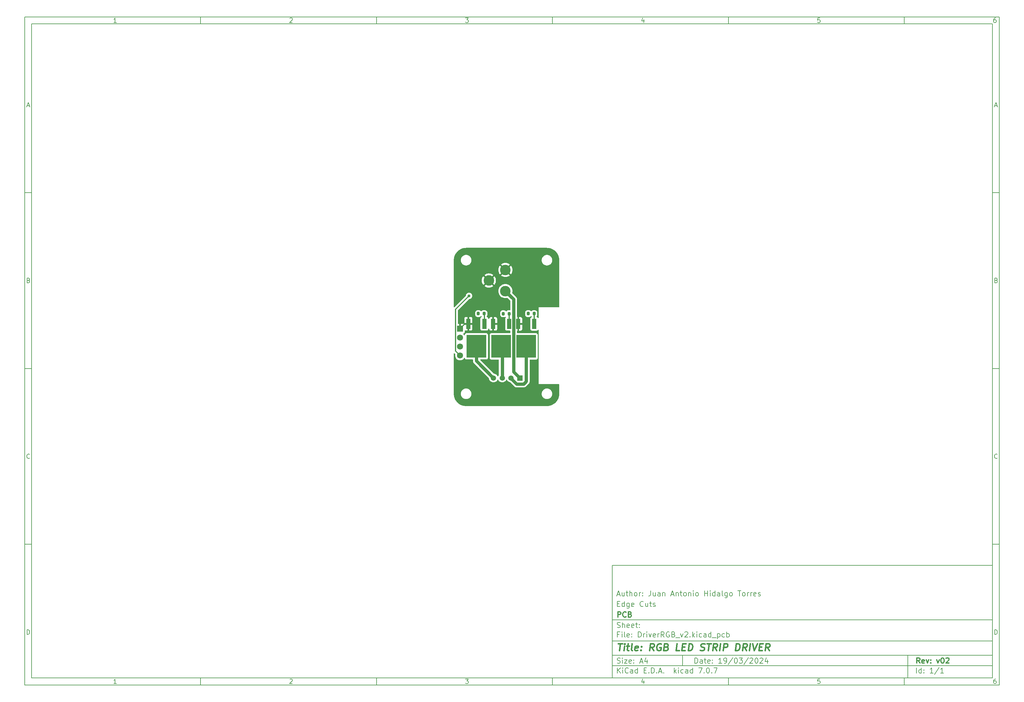
<source format=gtl>
%TF.GenerationSoftware,KiCad,Pcbnew,7.0.7*%
%TF.CreationDate,2024-06-25T18:17:05+02:00*%
%TF.ProjectId,DriverRGB_v2,44726976-6572-4524-9742-5f76322e6b69,v02*%
%TF.SameCoordinates,Original*%
%TF.FileFunction,Copper,L1,Top*%
%TF.FilePolarity,Positive*%
%FSLAX46Y46*%
G04 Gerber Fmt 4.6, Leading zero omitted, Abs format (unit mm)*
G04 Created by KiCad (PCBNEW 7.0.7) date 2024-06-25 18:17:05*
%MOMM*%
%LPD*%
G01*
G04 APERTURE LIST*
G04 Aperture macros list*
%AMRoundRect*
0 Rectangle with rounded corners*
0 $1 Rounding radius*
0 $2 $3 $4 $5 $6 $7 $8 $9 X,Y pos of 4 corners*
0 Add a 4 corners polygon primitive as box body*
4,1,4,$2,$3,$4,$5,$6,$7,$8,$9,$2,$3,0*
0 Add four circle primitives for the rounded corners*
1,1,$1+$1,$2,$3*
1,1,$1+$1,$4,$5*
1,1,$1+$1,$6,$7*
1,1,$1+$1,$8,$9*
0 Add four rect primitives between the rounded corners*
20,1,$1+$1,$2,$3,$4,$5,0*
20,1,$1+$1,$4,$5,$6,$7,0*
20,1,$1+$1,$6,$7,$8,$9,0*
20,1,$1+$1,$8,$9,$2,$3,0*%
G04 Aperture macros list end*
%ADD10C,0.100000*%
%ADD11C,0.150000*%
%ADD12C,0.300000*%
%ADD13C,0.400000*%
%TA.AperFunction,SMDPad,CuDef*%
%ADD14R,1.250000X2.850000*%
%TD*%
%TA.AperFunction,SMDPad,CuDef*%
%ADD15R,5.550000X6.500000*%
%TD*%
%TA.AperFunction,ComponentPad*%
%ADD16C,3.000000*%
%TD*%
%TA.AperFunction,SMDPad,CuDef*%
%ADD17RoundRect,0.200000X-0.200000X-0.275000X0.200000X-0.275000X0.200000X0.275000X-0.200000X0.275000X0*%
%TD*%
%TA.AperFunction,ComponentPad*%
%ADD18R,1.508000X1.508000*%
%TD*%
%TA.AperFunction,ComponentPad*%
%ADD19C,1.508000*%
%TD*%
%TA.AperFunction,ComponentPad*%
%ADD20R,1.725000X1.725000*%
%TD*%
%TA.AperFunction,ComponentPad*%
%ADD21C,1.725000*%
%TD*%
%TA.AperFunction,ViaPad*%
%ADD22C,0.800000*%
%TD*%
%TA.AperFunction,Conductor*%
%ADD23C,0.300000*%
%TD*%
%TA.AperFunction,Conductor*%
%ADD24C,0.900000*%
%TD*%
%TA.AperFunction,Conductor*%
%ADD25C,0.700000*%
%TD*%
G04 APERTURE END LIST*
D10*
D11*
X177002200Y-166007200D02*
X285002200Y-166007200D01*
X285002200Y-198007200D01*
X177002200Y-198007200D01*
X177002200Y-166007200D01*
D10*
D11*
X10000000Y-10000000D02*
X287002200Y-10000000D01*
X287002200Y-200007200D01*
X10000000Y-200007200D01*
X10000000Y-10000000D01*
D10*
D11*
X12000000Y-12000000D02*
X285002200Y-12000000D01*
X285002200Y-198007200D01*
X12000000Y-198007200D01*
X12000000Y-12000000D01*
D10*
D11*
X60000000Y-12000000D02*
X60000000Y-10000000D01*
D10*
D11*
X110000000Y-12000000D02*
X110000000Y-10000000D01*
D10*
D11*
X160000000Y-12000000D02*
X160000000Y-10000000D01*
D10*
D11*
X210000000Y-12000000D02*
X210000000Y-10000000D01*
D10*
D11*
X260000000Y-12000000D02*
X260000000Y-10000000D01*
D10*
D11*
X36089160Y-11593604D02*
X35346303Y-11593604D01*
X35717731Y-11593604D02*
X35717731Y-10293604D01*
X35717731Y-10293604D02*
X35593922Y-10479319D01*
X35593922Y-10479319D02*
X35470112Y-10603128D01*
X35470112Y-10603128D02*
X35346303Y-10665033D01*
D10*
D11*
X85346303Y-10417414D02*
X85408207Y-10355509D01*
X85408207Y-10355509D02*
X85532017Y-10293604D01*
X85532017Y-10293604D02*
X85841541Y-10293604D01*
X85841541Y-10293604D02*
X85965350Y-10355509D01*
X85965350Y-10355509D02*
X86027255Y-10417414D01*
X86027255Y-10417414D02*
X86089160Y-10541223D01*
X86089160Y-10541223D02*
X86089160Y-10665033D01*
X86089160Y-10665033D02*
X86027255Y-10850747D01*
X86027255Y-10850747D02*
X85284398Y-11593604D01*
X85284398Y-11593604D02*
X86089160Y-11593604D01*
D10*
D11*
X135284398Y-10293604D02*
X136089160Y-10293604D01*
X136089160Y-10293604D02*
X135655826Y-10788842D01*
X135655826Y-10788842D02*
X135841541Y-10788842D01*
X135841541Y-10788842D02*
X135965350Y-10850747D01*
X135965350Y-10850747D02*
X136027255Y-10912652D01*
X136027255Y-10912652D02*
X136089160Y-11036461D01*
X136089160Y-11036461D02*
X136089160Y-11345985D01*
X136089160Y-11345985D02*
X136027255Y-11469795D01*
X136027255Y-11469795D02*
X135965350Y-11531700D01*
X135965350Y-11531700D02*
X135841541Y-11593604D01*
X135841541Y-11593604D02*
X135470112Y-11593604D01*
X135470112Y-11593604D02*
X135346303Y-11531700D01*
X135346303Y-11531700D02*
X135284398Y-11469795D01*
D10*
D11*
X185965350Y-10726938D02*
X185965350Y-11593604D01*
X185655826Y-10231700D02*
X185346303Y-11160271D01*
X185346303Y-11160271D02*
X186151064Y-11160271D01*
D10*
D11*
X236027255Y-10293604D02*
X235408207Y-10293604D01*
X235408207Y-10293604D02*
X235346303Y-10912652D01*
X235346303Y-10912652D02*
X235408207Y-10850747D01*
X235408207Y-10850747D02*
X235532017Y-10788842D01*
X235532017Y-10788842D02*
X235841541Y-10788842D01*
X235841541Y-10788842D02*
X235965350Y-10850747D01*
X235965350Y-10850747D02*
X236027255Y-10912652D01*
X236027255Y-10912652D02*
X236089160Y-11036461D01*
X236089160Y-11036461D02*
X236089160Y-11345985D01*
X236089160Y-11345985D02*
X236027255Y-11469795D01*
X236027255Y-11469795D02*
X235965350Y-11531700D01*
X235965350Y-11531700D02*
X235841541Y-11593604D01*
X235841541Y-11593604D02*
X235532017Y-11593604D01*
X235532017Y-11593604D02*
X235408207Y-11531700D01*
X235408207Y-11531700D02*
X235346303Y-11469795D01*
D10*
D11*
X285965350Y-10293604D02*
X285717731Y-10293604D01*
X285717731Y-10293604D02*
X285593922Y-10355509D01*
X285593922Y-10355509D02*
X285532017Y-10417414D01*
X285532017Y-10417414D02*
X285408207Y-10603128D01*
X285408207Y-10603128D02*
X285346303Y-10850747D01*
X285346303Y-10850747D02*
X285346303Y-11345985D01*
X285346303Y-11345985D02*
X285408207Y-11469795D01*
X285408207Y-11469795D02*
X285470112Y-11531700D01*
X285470112Y-11531700D02*
X285593922Y-11593604D01*
X285593922Y-11593604D02*
X285841541Y-11593604D01*
X285841541Y-11593604D02*
X285965350Y-11531700D01*
X285965350Y-11531700D02*
X286027255Y-11469795D01*
X286027255Y-11469795D02*
X286089160Y-11345985D01*
X286089160Y-11345985D02*
X286089160Y-11036461D01*
X286089160Y-11036461D02*
X286027255Y-10912652D01*
X286027255Y-10912652D02*
X285965350Y-10850747D01*
X285965350Y-10850747D02*
X285841541Y-10788842D01*
X285841541Y-10788842D02*
X285593922Y-10788842D01*
X285593922Y-10788842D02*
X285470112Y-10850747D01*
X285470112Y-10850747D02*
X285408207Y-10912652D01*
X285408207Y-10912652D02*
X285346303Y-11036461D01*
D10*
D11*
X60000000Y-198007200D02*
X60000000Y-200007200D01*
D10*
D11*
X110000000Y-198007200D02*
X110000000Y-200007200D01*
D10*
D11*
X160000000Y-198007200D02*
X160000000Y-200007200D01*
D10*
D11*
X210000000Y-198007200D02*
X210000000Y-200007200D01*
D10*
D11*
X260000000Y-198007200D02*
X260000000Y-200007200D01*
D10*
D11*
X36089160Y-199600804D02*
X35346303Y-199600804D01*
X35717731Y-199600804D02*
X35717731Y-198300804D01*
X35717731Y-198300804D02*
X35593922Y-198486519D01*
X35593922Y-198486519D02*
X35470112Y-198610328D01*
X35470112Y-198610328D02*
X35346303Y-198672233D01*
D10*
D11*
X85346303Y-198424614D02*
X85408207Y-198362709D01*
X85408207Y-198362709D02*
X85532017Y-198300804D01*
X85532017Y-198300804D02*
X85841541Y-198300804D01*
X85841541Y-198300804D02*
X85965350Y-198362709D01*
X85965350Y-198362709D02*
X86027255Y-198424614D01*
X86027255Y-198424614D02*
X86089160Y-198548423D01*
X86089160Y-198548423D02*
X86089160Y-198672233D01*
X86089160Y-198672233D02*
X86027255Y-198857947D01*
X86027255Y-198857947D02*
X85284398Y-199600804D01*
X85284398Y-199600804D02*
X86089160Y-199600804D01*
D10*
D11*
X135284398Y-198300804D02*
X136089160Y-198300804D01*
X136089160Y-198300804D02*
X135655826Y-198796042D01*
X135655826Y-198796042D02*
X135841541Y-198796042D01*
X135841541Y-198796042D02*
X135965350Y-198857947D01*
X135965350Y-198857947D02*
X136027255Y-198919852D01*
X136027255Y-198919852D02*
X136089160Y-199043661D01*
X136089160Y-199043661D02*
X136089160Y-199353185D01*
X136089160Y-199353185D02*
X136027255Y-199476995D01*
X136027255Y-199476995D02*
X135965350Y-199538900D01*
X135965350Y-199538900D02*
X135841541Y-199600804D01*
X135841541Y-199600804D02*
X135470112Y-199600804D01*
X135470112Y-199600804D02*
X135346303Y-199538900D01*
X135346303Y-199538900D02*
X135284398Y-199476995D01*
D10*
D11*
X185965350Y-198734138D02*
X185965350Y-199600804D01*
X185655826Y-198238900D02*
X185346303Y-199167471D01*
X185346303Y-199167471D02*
X186151064Y-199167471D01*
D10*
D11*
X236027255Y-198300804D02*
X235408207Y-198300804D01*
X235408207Y-198300804D02*
X235346303Y-198919852D01*
X235346303Y-198919852D02*
X235408207Y-198857947D01*
X235408207Y-198857947D02*
X235532017Y-198796042D01*
X235532017Y-198796042D02*
X235841541Y-198796042D01*
X235841541Y-198796042D02*
X235965350Y-198857947D01*
X235965350Y-198857947D02*
X236027255Y-198919852D01*
X236027255Y-198919852D02*
X236089160Y-199043661D01*
X236089160Y-199043661D02*
X236089160Y-199353185D01*
X236089160Y-199353185D02*
X236027255Y-199476995D01*
X236027255Y-199476995D02*
X235965350Y-199538900D01*
X235965350Y-199538900D02*
X235841541Y-199600804D01*
X235841541Y-199600804D02*
X235532017Y-199600804D01*
X235532017Y-199600804D02*
X235408207Y-199538900D01*
X235408207Y-199538900D02*
X235346303Y-199476995D01*
D10*
D11*
X285965350Y-198300804D02*
X285717731Y-198300804D01*
X285717731Y-198300804D02*
X285593922Y-198362709D01*
X285593922Y-198362709D02*
X285532017Y-198424614D01*
X285532017Y-198424614D02*
X285408207Y-198610328D01*
X285408207Y-198610328D02*
X285346303Y-198857947D01*
X285346303Y-198857947D02*
X285346303Y-199353185D01*
X285346303Y-199353185D02*
X285408207Y-199476995D01*
X285408207Y-199476995D02*
X285470112Y-199538900D01*
X285470112Y-199538900D02*
X285593922Y-199600804D01*
X285593922Y-199600804D02*
X285841541Y-199600804D01*
X285841541Y-199600804D02*
X285965350Y-199538900D01*
X285965350Y-199538900D02*
X286027255Y-199476995D01*
X286027255Y-199476995D02*
X286089160Y-199353185D01*
X286089160Y-199353185D02*
X286089160Y-199043661D01*
X286089160Y-199043661D02*
X286027255Y-198919852D01*
X286027255Y-198919852D02*
X285965350Y-198857947D01*
X285965350Y-198857947D02*
X285841541Y-198796042D01*
X285841541Y-198796042D02*
X285593922Y-198796042D01*
X285593922Y-198796042D02*
X285470112Y-198857947D01*
X285470112Y-198857947D02*
X285408207Y-198919852D01*
X285408207Y-198919852D02*
X285346303Y-199043661D01*
D10*
D11*
X10000000Y-60000000D02*
X12000000Y-60000000D01*
D10*
D11*
X10000000Y-110000000D02*
X12000000Y-110000000D01*
D10*
D11*
X10000000Y-160000000D02*
X12000000Y-160000000D01*
D10*
D11*
X10690476Y-35222176D02*
X11309523Y-35222176D01*
X10566666Y-35593604D02*
X10999999Y-34293604D01*
X10999999Y-34293604D02*
X11433333Y-35593604D01*
D10*
D11*
X11092857Y-84912652D02*
X11278571Y-84974557D01*
X11278571Y-84974557D02*
X11340476Y-85036461D01*
X11340476Y-85036461D02*
X11402380Y-85160271D01*
X11402380Y-85160271D02*
X11402380Y-85345985D01*
X11402380Y-85345985D02*
X11340476Y-85469795D01*
X11340476Y-85469795D02*
X11278571Y-85531700D01*
X11278571Y-85531700D02*
X11154761Y-85593604D01*
X11154761Y-85593604D02*
X10659523Y-85593604D01*
X10659523Y-85593604D02*
X10659523Y-84293604D01*
X10659523Y-84293604D02*
X11092857Y-84293604D01*
X11092857Y-84293604D02*
X11216666Y-84355509D01*
X11216666Y-84355509D02*
X11278571Y-84417414D01*
X11278571Y-84417414D02*
X11340476Y-84541223D01*
X11340476Y-84541223D02*
X11340476Y-84665033D01*
X11340476Y-84665033D02*
X11278571Y-84788842D01*
X11278571Y-84788842D02*
X11216666Y-84850747D01*
X11216666Y-84850747D02*
X11092857Y-84912652D01*
X11092857Y-84912652D02*
X10659523Y-84912652D01*
D10*
D11*
X11402380Y-135469795D02*
X11340476Y-135531700D01*
X11340476Y-135531700D02*
X11154761Y-135593604D01*
X11154761Y-135593604D02*
X11030952Y-135593604D01*
X11030952Y-135593604D02*
X10845238Y-135531700D01*
X10845238Y-135531700D02*
X10721428Y-135407890D01*
X10721428Y-135407890D02*
X10659523Y-135284080D01*
X10659523Y-135284080D02*
X10597619Y-135036461D01*
X10597619Y-135036461D02*
X10597619Y-134850747D01*
X10597619Y-134850747D02*
X10659523Y-134603128D01*
X10659523Y-134603128D02*
X10721428Y-134479319D01*
X10721428Y-134479319D02*
X10845238Y-134355509D01*
X10845238Y-134355509D02*
X11030952Y-134293604D01*
X11030952Y-134293604D02*
X11154761Y-134293604D01*
X11154761Y-134293604D02*
X11340476Y-134355509D01*
X11340476Y-134355509D02*
X11402380Y-134417414D01*
D10*
D11*
X10659523Y-185593604D02*
X10659523Y-184293604D01*
X10659523Y-184293604D02*
X10969047Y-184293604D01*
X10969047Y-184293604D02*
X11154761Y-184355509D01*
X11154761Y-184355509D02*
X11278571Y-184479319D01*
X11278571Y-184479319D02*
X11340476Y-184603128D01*
X11340476Y-184603128D02*
X11402380Y-184850747D01*
X11402380Y-184850747D02*
X11402380Y-185036461D01*
X11402380Y-185036461D02*
X11340476Y-185284080D01*
X11340476Y-185284080D02*
X11278571Y-185407890D01*
X11278571Y-185407890D02*
X11154761Y-185531700D01*
X11154761Y-185531700D02*
X10969047Y-185593604D01*
X10969047Y-185593604D02*
X10659523Y-185593604D01*
D10*
D11*
X287002200Y-60000000D02*
X285002200Y-60000000D01*
D10*
D11*
X287002200Y-110000000D02*
X285002200Y-110000000D01*
D10*
D11*
X287002200Y-160000000D02*
X285002200Y-160000000D01*
D10*
D11*
X285692676Y-35222176D02*
X286311723Y-35222176D01*
X285568866Y-35593604D02*
X286002199Y-34293604D01*
X286002199Y-34293604D02*
X286435533Y-35593604D01*
D10*
D11*
X286095057Y-84912652D02*
X286280771Y-84974557D01*
X286280771Y-84974557D02*
X286342676Y-85036461D01*
X286342676Y-85036461D02*
X286404580Y-85160271D01*
X286404580Y-85160271D02*
X286404580Y-85345985D01*
X286404580Y-85345985D02*
X286342676Y-85469795D01*
X286342676Y-85469795D02*
X286280771Y-85531700D01*
X286280771Y-85531700D02*
X286156961Y-85593604D01*
X286156961Y-85593604D02*
X285661723Y-85593604D01*
X285661723Y-85593604D02*
X285661723Y-84293604D01*
X285661723Y-84293604D02*
X286095057Y-84293604D01*
X286095057Y-84293604D02*
X286218866Y-84355509D01*
X286218866Y-84355509D02*
X286280771Y-84417414D01*
X286280771Y-84417414D02*
X286342676Y-84541223D01*
X286342676Y-84541223D02*
X286342676Y-84665033D01*
X286342676Y-84665033D02*
X286280771Y-84788842D01*
X286280771Y-84788842D02*
X286218866Y-84850747D01*
X286218866Y-84850747D02*
X286095057Y-84912652D01*
X286095057Y-84912652D02*
X285661723Y-84912652D01*
D10*
D11*
X286404580Y-135469795D02*
X286342676Y-135531700D01*
X286342676Y-135531700D02*
X286156961Y-135593604D01*
X286156961Y-135593604D02*
X286033152Y-135593604D01*
X286033152Y-135593604D02*
X285847438Y-135531700D01*
X285847438Y-135531700D02*
X285723628Y-135407890D01*
X285723628Y-135407890D02*
X285661723Y-135284080D01*
X285661723Y-135284080D02*
X285599819Y-135036461D01*
X285599819Y-135036461D02*
X285599819Y-134850747D01*
X285599819Y-134850747D02*
X285661723Y-134603128D01*
X285661723Y-134603128D02*
X285723628Y-134479319D01*
X285723628Y-134479319D02*
X285847438Y-134355509D01*
X285847438Y-134355509D02*
X286033152Y-134293604D01*
X286033152Y-134293604D02*
X286156961Y-134293604D01*
X286156961Y-134293604D02*
X286342676Y-134355509D01*
X286342676Y-134355509D02*
X286404580Y-134417414D01*
D10*
D11*
X285661723Y-185593604D02*
X285661723Y-184293604D01*
X285661723Y-184293604D02*
X285971247Y-184293604D01*
X285971247Y-184293604D02*
X286156961Y-184355509D01*
X286156961Y-184355509D02*
X286280771Y-184479319D01*
X286280771Y-184479319D02*
X286342676Y-184603128D01*
X286342676Y-184603128D02*
X286404580Y-184850747D01*
X286404580Y-184850747D02*
X286404580Y-185036461D01*
X286404580Y-185036461D02*
X286342676Y-185284080D01*
X286342676Y-185284080D02*
X286280771Y-185407890D01*
X286280771Y-185407890D02*
X286156961Y-185531700D01*
X286156961Y-185531700D02*
X285971247Y-185593604D01*
X285971247Y-185593604D02*
X285661723Y-185593604D01*
D10*
D11*
X200458026Y-193793328D02*
X200458026Y-192293328D01*
X200458026Y-192293328D02*
X200815169Y-192293328D01*
X200815169Y-192293328D02*
X201029455Y-192364757D01*
X201029455Y-192364757D02*
X201172312Y-192507614D01*
X201172312Y-192507614D02*
X201243741Y-192650471D01*
X201243741Y-192650471D02*
X201315169Y-192936185D01*
X201315169Y-192936185D02*
X201315169Y-193150471D01*
X201315169Y-193150471D02*
X201243741Y-193436185D01*
X201243741Y-193436185D02*
X201172312Y-193579042D01*
X201172312Y-193579042D02*
X201029455Y-193721900D01*
X201029455Y-193721900D02*
X200815169Y-193793328D01*
X200815169Y-193793328D02*
X200458026Y-193793328D01*
X202600884Y-193793328D02*
X202600884Y-193007614D01*
X202600884Y-193007614D02*
X202529455Y-192864757D01*
X202529455Y-192864757D02*
X202386598Y-192793328D01*
X202386598Y-192793328D02*
X202100884Y-192793328D01*
X202100884Y-192793328D02*
X201958026Y-192864757D01*
X202600884Y-193721900D02*
X202458026Y-193793328D01*
X202458026Y-193793328D02*
X202100884Y-193793328D01*
X202100884Y-193793328D02*
X201958026Y-193721900D01*
X201958026Y-193721900D02*
X201886598Y-193579042D01*
X201886598Y-193579042D02*
X201886598Y-193436185D01*
X201886598Y-193436185D02*
X201958026Y-193293328D01*
X201958026Y-193293328D02*
X202100884Y-193221900D01*
X202100884Y-193221900D02*
X202458026Y-193221900D01*
X202458026Y-193221900D02*
X202600884Y-193150471D01*
X203100884Y-192793328D02*
X203672312Y-192793328D01*
X203315169Y-192293328D02*
X203315169Y-193579042D01*
X203315169Y-193579042D02*
X203386598Y-193721900D01*
X203386598Y-193721900D02*
X203529455Y-193793328D01*
X203529455Y-193793328D02*
X203672312Y-193793328D01*
X204743741Y-193721900D02*
X204600884Y-193793328D01*
X204600884Y-193793328D02*
X204315170Y-193793328D01*
X204315170Y-193793328D02*
X204172312Y-193721900D01*
X204172312Y-193721900D02*
X204100884Y-193579042D01*
X204100884Y-193579042D02*
X204100884Y-193007614D01*
X204100884Y-193007614D02*
X204172312Y-192864757D01*
X204172312Y-192864757D02*
X204315170Y-192793328D01*
X204315170Y-192793328D02*
X204600884Y-192793328D01*
X204600884Y-192793328D02*
X204743741Y-192864757D01*
X204743741Y-192864757D02*
X204815170Y-193007614D01*
X204815170Y-193007614D02*
X204815170Y-193150471D01*
X204815170Y-193150471D02*
X204100884Y-193293328D01*
X205458026Y-193650471D02*
X205529455Y-193721900D01*
X205529455Y-193721900D02*
X205458026Y-193793328D01*
X205458026Y-193793328D02*
X205386598Y-193721900D01*
X205386598Y-193721900D02*
X205458026Y-193650471D01*
X205458026Y-193650471D02*
X205458026Y-193793328D01*
X205458026Y-192864757D02*
X205529455Y-192936185D01*
X205529455Y-192936185D02*
X205458026Y-193007614D01*
X205458026Y-193007614D02*
X205386598Y-192936185D01*
X205386598Y-192936185D02*
X205458026Y-192864757D01*
X205458026Y-192864757D02*
X205458026Y-193007614D01*
X208100884Y-193793328D02*
X207243741Y-193793328D01*
X207672312Y-193793328D02*
X207672312Y-192293328D01*
X207672312Y-192293328D02*
X207529455Y-192507614D01*
X207529455Y-192507614D02*
X207386598Y-192650471D01*
X207386598Y-192650471D02*
X207243741Y-192721900D01*
X208815169Y-193793328D02*
X209100883Y-193793328D01*
X209100883Y-193793328D02*
X209243740Y-193721900D01*
X209243740Y-193721900D02*
X209315169Y-193650471D01*
X209315169Y-193650471D02*
X209458026Y-193436185D01*
X209458026Y-193436185D02*
X209529455Y-193150471D01*
X209529455Y-193150471D02*
X209529455Y-192579042D01*
X209529455Y-192579042D02*
X209458026Y-192436185D01*
X209458026Y-192436185D02*
X209386598Y-192364757D01*
X209386598Y-192364757D02*
X209243740Y-192293328D01*
X209243740Y-192293328D02*
X208958026Y-192293328D01*
X208958026Y-192293328D02*
X208815169Y-192364757D01*
X208815169Y-192364757D02*
X208743740Y-192436185D01*
X208743740Y-192436185D02*
X208672312Y-192579042D01*
X208672312Y-192579042D02*
X208672312Y-192936185D01*
X208672312Y-192936185D02*
X208743740Y-193079042D01*
X208743740Y-193079042D02*
X208815169Y-193150471D01*
X208815169Y-193150471D02*
X208958026Y-193221900D01*
X208958026Y-193221900D02*
X209243740Y-193221900D01*
X209243740Y-193221900D02*
X209386598Y-193150471D01*
X209386598Y-193150471D02*
X209458026Y-193079042D01*
X209458026Y-193079042D02*
X209529455Y-192936185D01*
X211243740Y-192221900D02*
X209958026Y-194150471D01*
X212029455Y-192293328D02*
X212172312Y-192293328D01*
X212172312Y-192293328D02*
X212315169Y-192364757D01*
X212315169Y-192364757D02*
X212386598Y-192436185D01*
X212386598Y-192436185D02*
X212458026Y-192579042D01*
X212458026Y-192579042D02*
X212529455Y-192864757D01*
X212529455Y-192864757D02*
X212529455Y-193221900D01*
X212529455Y-193221900D02*
X212458026Y-193507614D01*
X212458026Y-193507614D02*
X212386598Y-193650471D01*
X212386598Y-193650471D02*
X212315169Y-193721900D01*
X212315169Y-193721900D02*
X212172312Y-193793328D01*
X212172312Y-193793328D02*
X212029455Y-193793328D01*
X212029455Y-193793328D02*
X211886598Y-193721900D01*
X211886598Y-193721900D02*
X211815169Y-193650471D01*
X211815169Y-193650471D02*
X211743740Y-193507614D01*
X211743740Y-193507614D02*
X211672312Y-193221900D01*
X211672312Y-193221900D02*
X211672312Y-192864757D01*
X211672312Y-192864757D02*
X211743740Y-192579042D01*
X211743740Y-192579042D02*
X211815169Y-192436185D01*
X211815169Y-192436185D02*
X211886598Y-192364757D01*
X211886598Y-192364757D02*
X212029455Y-192293328D01*
X213029454Y-192293328D02*
X213958026Y-192293328D01*
X213958026Y-192293328D02*
X213458026Y-192864757D01*
X213458026Y-192864757D02*
X213672311Y-192864757D01*
X213672311Y-192864757D02*
X213815169Y-192936185D01*
X213815169Y-192936185D02*
X213886597Y-193007614D01*
X213886597Y-193007614D02*
X213958026Y-193150471D01*
X213958026Y-193150471D02*
X213958026Y-193507614D01*
X213958026Y-193507614D02*
X213886597Y-193650471D01*
X213886597Y-193650471D02*
X213815169Y-193721900D01*
X213815169Y-193721900D02*
X213672311Y-193793328D01*
X213672311Y-193793328D02*
X213243740Y-193793328D01*
X213243740Y-193793328D02*
X213100883Y-193721900D01*
X213100883Y-193721900D02*
X213029454Y-193650471D01*
X215672311Y-192221900D02*
X214386597Y-194150471D01*
X216100883Y-192436185D02*
X216172311Y-192364757D01*
X216172311Y-192364757D02*
X216315169Y-192293328D01*
X216315169Y-192293328D02*
X216672311Y-192293328D01*
X216672311Y-192293328D02*
X216815169Y-192364757D01*
X216815169Y-192364757D02*
X216886597Y-192436185D01*
X216886597Y-192436185D02*
X216958026Y-192579042D01*
X216958026Y-192579042D02*
X216958026Y-192721900D01*
X216958026Y-192721900D02*
X216886597Y-192936185D01*
X216886597Y-192936185D02*
X216029454Y-193793328D01*
X216029454Y-193793328D02*
X216958026Y-193793328D01*
X217886597Y-192293328D02*
X218029454Y-192293328D01*
X218029454Y-192293328D02*
X218172311Y-192364757D01*
X218172311Y-192364757D02*
X218243740Y-192436185D01*
X218243740Y-192436185D02*
X218315168Y-192579042D01*
X218315168Y-192579042D02*
X218386597Y-192864757D01*
X218386597Y-192864757D02*
X218386597Y-193221900D01*
X218386597Y-193221900D02*
X218315168Y-193507614D01*
X218315168Y-193507614D02*
X218243740Y-193650471D01*
X218243740Y-193650471D02*
X218172311Y-193721900D01*
X218172311Y-193721900D02*
X218029454Y-193793328D01*
X218029454Y-193793328D02*
X217886597Y-193793328D01*
X217886597Y-193793328D02*
X217743740Y-193721900D01*
X217743740Y-193721900D02*
X217672311Y-193650471D01*
X217672311Y-193650471D02*
X217600882Y-193507614D01*
X217600882Y-193507614D02*
X217529454Y-193221900D01*
X217529454Y-193221900D02*
X217529454Y-192864757D01*
X217529454Y-192864757D02*
X217600882Y-192579042D01*
X217600882Y-192579042D02*
X217672311Y-192436185D01*
X217672311Y-192436185D02*
X217743740Y-192364757D01*
X217743740Y-192364757D02*
X217886597Y-192293328D01*
X218958025Y-192436185D02*
X219029453Y-192364757D01*
X219029453Y-192364757D02*
X219172311Y-192293328D01*
X219172311Y-192293328D02*
X219529453Y-192293328D01*
X219529453Y-192293328D02*
X219672311Y-192364757D01*
X219672311Y-192364757D02*
X219743739Y-192436185D01*
X219743739Y-192436185D02*
X219815168Y-192579042D01*
X219815168Y-192579042D02*
X219815168Y-192721900D01*
X219815168Y-192721900D02*
X219743739Y-192936185D01*
X219743739Y-192936185D02*
X218886596Y-193793328D01*
X218886596Y-193793328D02*
X219815168Y-193793328D01*
X221100882Y-192793328D02*
X221100882Y-193793328D01*
X220743739Y-192221900D02*
X220386596Y-193293328D01*
X220386596Y-193293328D02*
X221315167Y-193293328D01*
D10*
D11*
X177002200Y-194507200D02*
X285002200Y-194507200D01*
D10*
D11*
X178458026Y-196593328D02*
X178458026Y-195093328D01*
X179315169Y-196593328D02*
X178672312Y-195736185D01*
X179315169Y-195093328D02*
X178458026Y-195950471D01*
X179958026Y-196593328D02*
X179958026Y-195593328D01*
X179958026Y-195093328D02*
X179886598Y-195164757D01*
X179886598Y-195164757D02*
X179958026Y-195236185D01*
X179958026Y-195236185D02*
X180029455Y-195164757D01*
X180029455Y-195164757D02*
X179958026Y-195093328D01*
X179958026Y-195093328D02*
X179958026Y-195236185D01*
X181529455Y-196450471D02*
X181458027Y-196521900D01*
X181458027Y-196521900D02*
X181243741Y-196593328D01*
X181243741Y-196593328D02*
X181100884Y-196593328D01*
X181100884Y-196593328D02*
X180886598Y-196521900D01*
X180886598Y-196521900D02*
X180743741Y-196379042D01*
X180743741Y-196379042D02*
X180672312Y-196236185D01*
X180672312Y-196236185D02*
X180600884Y-195950471D01*
X180600884Y-195950471D02*
X180600884Y-195736185D01*
X180600884Y-195736185D02*
X180672312Y-195450471D01*
X180672312Y-195450471D02*
X180743741Y-195307614D01*
X180743741Y-195307614D02*
X180886598Y-195164757D01*
X180886598Y-195164757D02*
X181100884Y-195093328D01*
X181100884Y-195093328D02*
X181243741Y-195093328D01*
X181243741Y-195093328D02*
X181458027Y-195164757D01*
X181458027Y-195164757D02*
X181529455Y-195236185D01*
X182815170Y-196593328D02*
X182815170Y-195807614D01*
X182815170Y-195807614D02*
X182743741Y-195664757D01*
X182743741Y-195664757D02*
X182600884Y-195593328D01*
X182600884Y-195593328D02*
X182315170Y-195593328D01*
X182315170Y-195593328D02*
X182172312Y-195664757D01*
X182815170Y-196521900D02*
X182672312Y-196593328D01*
X182672312Y-196593328D02*
X182315170Y-196593328D01*
X182315170Y-196593328D02*
X182172312Y-196521900D01*
X182172312Y-196521900D02*
X182100884Y-196379042D01*
X182100884Y-196379042D02*
X182100884Y-196236185D01*
X182100884Y-196236185D02*
X182172312Y-196093328D01*
X182172312Y-196093328D02*
X182315170Y-196021900D01*
X182315170Y-196021900D02*
X182672312Y-196021900D01*
X182672312Y-196021900D02*
X182815170Y-195950471D01*
X184172313Y-196593328D02*
X184172313Y-195093328D01*
X184172313Y-196521900D02*
X184029455Y-196593328D01*
X184029455Y-196593328D02*
X183743741Y-196593328D01*
X183743741Y-196593328D02*
X183600884Y-196521900D01*
X183600884Y-196521900D02*
X183529455Y-196450471D01*
X183529455Y-196450471D02*
X183458027Y-196307614D01*
X183458027Y-196307614D02*
X183458027Y-195879042D01*
X183458027Y-195879042D02*
X183529455Y-195736185D01*
X183529455Y-195736185D02*
X183600884Y-195664757D01*
X183600884Y-195664757D02*
X183743741Y-195593328D01*
X183743741Y-195593328D02*
X184029455Y-195593328D01*
X184029455Y-195593328D02*
X184172313Y-195664757D01*
X186029455Y-195807614D02*
X186529455Y-195807614D01*
X186743741Y-196593328D02*
X186029455Y-196593328D01*
X186029455Y-196593328D02*
X186029455Y-195093328D01*
X186029455Y-195093328D02*
X186743741Y-195093328D01*
X187386598Y-196450471D02*
X187458027Y-196521900D01*
X187458027Y-196521900D02*
X187386598Y-196593328D01*
X187386598Y-196593328D02*
X187315170Y-196521900D01*
X187315170Y-196521900D02*
X187386598Y-196450471D01*
X187386598Y-196450471D02*
X187386598Y-196593328D01*
X188100884Y-196593328D02*
X188100884Y-195093328D01*
X188100884Y-195093328D02*
X188458027Y-195093328D01*
X188458027Y-195093328D02*
X188672313Y-195164757D01*
X188672313Y-195164757D02*
X188815170Y-195307614D01*
X188815170Y-195307614D02*
X188886599Y-195450471D01*
X188886599Y-195450471D02*
X188958027Y-195736185D01*
X188958027Y-195736185D02*
X188958027Y-195950471D01*
X188958027Y-195950471D02*
X188886599Y-196236185D01*
X188886599Y-196236185D02*
X188815170Y-196379042D01*
X188815170Y-196379042D02*
X188672313Y-196521900D01*
X188672313Y-196521900D02*
X188458027Y-196593328D01*
X188458027Y-196593328D02*
X188100884Y-196593328D01*
X189600884Y-196450471D02*
X189672313Y-196521900D01*
X189672313Y-196521900D02*
X189600884Y-196593328D01*
X189600884Y-196593328D02*
X189529456Y-196521900D01*
X189529456Y-196521900D02*
X189600884Y-196450471D01*
X189600884Y-196450471D02*
X189600884Y-196593328D01*
X190243742Y-196164757D02*
X190958028Y-196164757D01*
X190100885Y-196593328D02*
X190600885Y-195093328D01*
X190600885Y-195093328D02*
X191100885Y-196593328D01*
X191600884Y-196450471D02*
X191672313Y-196521900D01*
X191672313Y-196521900D02*
X191600884Y-196593328D01*
X191600884Y-196593328D02*
X191529456Y-196521900D01*
X191529456Y-196521900D02*
X191600884Y-196450471D01*
X191600884Y-196450471D02*
X191600884Y-196593328D01*
X194600884Y-196593328D02*
X194600884Y-195093328D01*
X194743742Y-196021900D02*
X195172313Y-196593328D01*
X195172313Y-195593328D02*
X194600884Y-196164757D01*
X195815170Y-196593328D02*
X195815170Y-195593328D01*
X195815170Y-195093328D02*
X195743742Y-195164757D01*
X195743742Y-195164757D02*
X195815170Y-195236185D01*
X195815170Y-195236185D02*
X195886599Y-195164757D01*
X195886599Y-195164757D02*
X195815170Y-195093328D01*
X195815170Y-195093328D02*
X195815170Y-195236185D01*
X197172314Y-196521900D02*
X197029456Y-196593328D01*
X197029456Y-196593328D02*
X196743742Y-196593328D01*
X196743742Y-196593328D02*
X196600885Y-196521900D01*
X196600885Y-196521900D02*
X196529456Y-196450471D01*
X196529456Y-196450471D02*
X196458028Y-196307614D01*
X196458028Y-196307614D02*
X196458028Y-195879042D01*
X196458028Y-195879042D02*
X196529456Y-195736185D01*
X196529456Y-195736185D02*
X196600885Y-195664757D01*
X196600885Y-195664757D02*
X196743742Y-195593328D01*
X196743742Y-195593328D02*
X197029456Y-195593328D01*
X197029456Y-195593328D02*
X197172314Y-195664757D01*
X198458028Y-196593328D02*
X198458028Y-195807614D01*
X198458028Y-195807614D02*
X198386599Y-195664757D01*
X198386599Y-195664757D02*
X198243742Y-195593328D01*
X198243742Y-195593328D02*
X197958028Y-195593328D01*
X197958028Y-195593328D02*
X197815170Y-195664757D01*
X198458028Y-196521900D02*
X198315170Y-196593328D01*
X198315170Y-196593328D02*
X197958028Y-196593328D01*
X197958028Y-196593328D02*
X197815170Y-196521900D01*
X197815170Y-196521900D02*
X197743742Y-196379042D01*
X197743742Y-196379042D02*
X197743742Y-196236185D01*
X197743742Y-196236185D02*
X197815170Y-196093328D01*
X197815170Y-196093328D02*
X197958028Y-196021900D01*
X197958028Y-196021900D02*
X198315170Y-196021900D01*
X198315170Y-196021900D02*
X198458028Y-195950471D01*
X199815171Y-196593328D02*
X199815171Y-195093328D01*
X199815171Y-196521900D02*
X199672313Y-196593328D01*
X199672313Y-196593328D02*
X199386599Y-196593328D01*
X199386599Y-196593328D02*
X199243742Y-196521900D01*
X199243742Y-196521900D02*
X199172313Y-196450471D01*
X199172313Y-196450471D02*
X199100885Y-196307614D01*
X199100885Y-196307614D02*
X199100885Y-195879042D01*
X199100885Y-195879042D02*
X199172313Y-195736185D01*
X199172313Y-195736185D02*
X199243742Y-195664757D01*
X199243742Y-195664757D02*
X199386599Y-195593328D01*
X199386599Y-195593328D02*
X199672313Y-195593328D01*
X199672313Y-195593328D02*
X199815171Y-195664757D01*
X201529456Y-195093328D02*
X202529456Y-195093328D01*
X202529456Y-195093328D02*
X201886599Y-196593328D01*
X203100884Y-196450471D02*
X203172313Y-196521900D01*
X203172313Y-196521900D02*
X203100884Y-196593328D01*
X203100884Y-196593328D02*
X203029456Y-196521900D01*
X203029456Y-196521900D02*
X203100884Y-196450471D01*
X203100884Y-196450471D02*
X203100884Y-196593328D01*
X204100885Y-195093328D02*
X204243742Y-195093328D01*
X204243742Y-195093328D02*
X204386599Y-195164757D01*
X204386599Y-195164757D02*
X204458028Y-195236185D01*
X204458028Y-195236185D02*
X204529456Y-195379042D01*
X204529456Y-195379042D02*
X204600885Y-195664757D01*
X204600885Y-195664757D02*
X204600885Y-196021900D01*
X204600885Y-196021900D02*
X204529456Y-196307614D01*
X204529456Y-196307614D02*
X204458028Y-196450471D01*
X204458028Y-196450471D02*
X204386599Y-196521900D01*
X204386599Y-196521900D02*
X204243742Y-196593328D01*
X204243742Y-196593328D02*
X204100885Y-196593328D01*
X204100885Y-196593328D02*
X203958028Y-196521900D01*
X203958028Y-196521900D02*
X203886599Y-196450471D01*
X203886599Y-196450471D02*
X203815170Y-196307614D01*
X203815170Y-196307614D02*
X203743742Y-196021900D01*
X203743742Y-196021900D02*
X203743742Y-195664757D01*
X203743742Y-195664757D02*
X203815170Y-195379042D01*
X203815170Y-195379042D02*
X203886599Y-195236185D01*
X203886599Y-195236185D02*
X203958028Y-195164757D01*
X203958028Y-195164757D02*
X204100885Y-195093328D01*
X205243741Y-196450471D02*
X205315170Y-196521900D01*
X205315170Y-196521900D02*
X205243741Y-196593328D01*
X205243741Y-196593328D02*
X205172313Y-196521900D01*
X205172313Y-196521900D02*
X205243741Y-196450471D01*
X205243741Y-196450471D02*
X205243741Y-196593328D01*
X205815170Y-195093328D02*
X206815170Y-195093328D01*
X206815170Y-195093328D02*
X206172313Y-196593328D01*
D10*
D11*
X177002200Y-191507200D02*
X285002200Y-191507200D01*
D10*
D12*
X264413853Y-193785528D02*
X263913853Y-193071242D01*
X263556710Y-193785528D02*
X263556710Y-192285528D01*
X263556710Y-192285528D02*
X264128139Y-192285528D01*
X264128139Y-192285528D02*
X264270996Y-192356957D01*
X264270996Y-192356957D02*
X264342425Y-192428385D01*
X264342425Y-192428385D02*
X264413853Y-192571242D01*
X264413853Y-192571242D02*
X264413853Y-192785528D01*
X264413853Y-192785528D02*
X264342425Y-192928385D01*
X264342425Y-192928385D02*
X264270996Y-192999814D01*
X264270996Y-192999814D02*
X264128139Y-193071242D01*
X264128139Y-193071242D02*
X263556710Y-193071242D01*
X265628139Y-193714100D02*
X265485282Y-193785528D01*
X265485282Y-193785528D02*
X265199568Y-193785528D01*
X265199568Y-193785528D02*
X265056710Y-193714100D01*
X265056710Y-193714100D02*
X264985282Y-193571242D01*
X264985282Y-193571242D02*
X264985282Y-192999814D01*
X264985282Y-192999814D02*
X265056710Y-192856957D01*
X265056710Y-192856957D02*
X265199568Y-192785528D01*
X265199568Y-192785528D02*
X265485282Y-192785528D01*
X265485282Y-192785528D02*
X265628139Y-192856957D01*
X265628139Y-192856957D02*
X265699568Y-192999814D01*
X265699568Y-192999814D02*
X265699568Y-193142671D01*
X265699568Y-193142671D02*
X264985282Y-193285528D01*
X266199567Y-192785528D02*
X266556710Y-193785528D01*
X266556710Y-193785528D02*
X266913853Y-192785528D01*
X267485281Y-193642671D02*
X267556710Y-193714100D01*
X267556710Y-193714100D02*
X267485281Y-193785528D01*
X267485281Y-193785528D02*
X267413853Y-193714100D01*
X267413853Y-193714100D02*
X267485281Y-193642671D01*
X267485281Y-193642671D02*
X267485281Y-193785528D01*
X267485281Y-192856957D02*
X267556710Y-192928385D01*
X267556710Y-192928385D02*
X267485281Y-192999814D01*
X267485281Y-192999814D02*
X267413853Y-192928385D01*
X267413853Y-192928385D02*
X267485281Y-192856957D01*
X267485281Y-192856957D02*
X267485281Y-192999814D01*
X269199567Y-192785528D02*
X269556710Y-193785528D01*
X269556710Y-193785528D02*
X269913853Y-192785528D01*
X270770996Y-192285528D02*
X270913853Y-192285528D01*
X270913853Y-192285528D02*
X271056710Y-192356957D01*
X271056710Y-192356957D02*
X271128139Y-192428385D01*
X271128139Y-192428385D02*
X271199567Y-192571242D01*
X271199567Y-192571242D02*
X271270996Y-192856957D01*
X271270996Y-192856957D02*
X271270996Y-193214100D01*
X271270996Y-193214100D02*
X271199567Y-193499814D01*
X271199567Y-193499814D02*
X271128139Y-193642671D01*
X271128139Y-193642671D02*
X271056710Y-193714100D01*
X271056710Y-193714100D02*
X270913853Y-193785528D01*
X270913853Y-193785528D02*
X270770996Y-193785528D01*
X270770996Y-193785528D02*
X270628139Y-193714100D01*
X270628139Y-193714100D02*
X270556710Y-193642671D01*
X270556710Y-193642671D02*
X270485281Y-193499814D01*
X270485281Y-193499814D02*
X270413853Y-193214100D01*
X270413853Y-193214100D02*
X270413853Y-192856957D01*
X270413853Y-192856957D02*
X270485281Y-192571242D01*
X270485281Y-192571242D02*
X270556710Y-192428385D01*
X270556710Y-192428385D02*
X270628139Y-192356957D01*
X270628139Y-192356957D02*
X270770996Y-192285528D01*
X271842424Y-192428385D02*
X271913852Y-192356957D01*
X271913852Y-192356957D02*
X272056710Y-192285528D01*
X272056710Y-192285528D02*
X272413852Y-192285528D01*
X272413852Y-192285528D02*
X272556710Y-192356957D01*
X272556710Y-192356957D02*
X272628138Y-192428385D01*
X272628138Y-192428385D02*
X272699567Y-192571242D01*
X272699567Y-192571242D02*
X272699567Y-192714100D01*
X272699567Y-192714100D02*
X272628138Y-192928385D01*
X272628138Y-192928385D02*
X271770995Y-193785528D01*
X271770995Y-193785528D02*
X272699567Y-193785528D01*
D10*
D11*
X178386598Y-193721900D02*
X178600884Y-193793328D01*
X178600884Y-193793328D02*
X178958026Y-193793328D01*
X178958026Y-193793328D02*
X179100884Y-193721900D01*
X179100884Y-193721900D02*
X179172312Y-193650471D01*
X179172312Y-193650471D02*
X179243741Y-193507614D01*
X179243741Y-193507614D02*
X179243741Y-193364757D01*
X179243741Y-193364757D02*
X179172312Y-193221900D01*
X179172312Y-193221900D02*
X179100884Y-193150471D01*
X179100884Y-193150471D02*
X178958026Y-193079042D01*
X178958026Y-193079042D02*
X178672312Y-193007614D01*
X178672312Y-193007614D02*
X178529455Y-192936185D01*
X178529455Y-192936185D02*
X178458026Y-192864757D01*
X178458026Y-192864757D02*
X178386598Y-192721900D01*
X178386598Y-192721900D02*
X178386598Y-192579042D01*
X178386598Y-192579042D02*
X178458026Y-192436185D01*
X178458026Y-192436185D02*
X178529455Y-192364757D01*
X178529455Y-192364757D02*
X178672312Y-192293328D01*
X178672312Y-192293328D02*
X179029455Y-192293328D01*
X179029455Y-192293328D02*
X179243741Y-192364757D01*
X179886597Y-193793328D02*
X179886597Y-192793328D01*
X179886597Y-192293328D02*
X179815169Y-192364757D01*
X179815169Y-192364757D02*
X179886597Y-192436185D01*
X179886597Y-192436185D02*
X179958026Y-192364757D01*
X179958026Y-192364757D02*
X179886597Y-192293328D01*
X179886597Y-192293328D02*
X179886597Y-192436185D01*
X180458026Y-192793328D02*
X181243741Y-192793328D01*
X181243741Y-192793328D02*
X180458026Y-193793328D01*
X180458026Y-193793328D02*
X181243741Y-193793328D01*
X182386598Y-193721900D02*
X182243741Y-193793328D01*
X182243741Y-193793328D02*
X181958027Y-193793328D01*
X181958027Y-193793328D02*
X181815169Y-193721900D01*
X181815169Y-193721900D02*
X181743741Y-193579042D01*
X181743741Y-193579042D02*
X181743741Y-193007614D01*
X181743741Y-193007614D02*
X181815169Y-192864757D01*
X181815169Y-192864757D02*
X181958027Y-192793328D01*
X181958027Y-192793328D02*
X182243741Y-192793328D01*
X182243741Y-192793328D02*
X182386598Y-192864757D01*
X182386598Y-192864757D02*
X182458027Y-193007614D01*
X182458027Y-193007614D02*
X182458027Y-193150471D01*
X182458027Y-193150471D02*
X181743741Y-193293328D01*
X183100883Y-193650471D02*
X183172312Y-193721900D01*
X183172312Y-193721900D02*
X183100883Y-193793328D01*
X183100883Y-193793328D02*
X183029455Y-193721900D01*
X183029455Y-193721900D02*
X183100883Y-193650471D01*
X183100883Y-193650471D02*
X183100883Y-193793328D01*
X183100883Y-192864757D02*
X183172312Y-192936185D01*
X183172312Y-192936185D02*
X183100883Y-193007614D01*
X183100883Y-193007614D02*
X183029455Y-192936185D01*
X183029455Y-192936185D02*
X183100883Y-192864757D01*
X183100883Y-192864757D02*
X183100883Y-193007614D01*
X184886598Y-193364757D02*
X185600884Y-193364757D01*
X184743741Y-193793328D02*
X185243741Y-192293328D01*
X185243741Y-192293328D02*
X185743741Y-193793328D01*
X186886598Y-192793328D02*
X186886598Y-193793328D01*
X186529455Y-192221900D02*
X186172312Y-193293328D01*
X186172312Y-193293328D02*
X187100883Y-193293328D01*
D10*
D11*
X263458026Y-196593328D02*
X263458026Y-195093328D01*
X264815170Y-196593328D02*
X264815170Y-195093328D01*
X264815170Y-196521900D02*
X264672312Y-196593328D01*
X264672312Y-196593328D02*
X264386598Y-196593328D01*
X264386598Y-196593328D02*
X264243741Y-196521900D01*
X264243741Y-196521900D02*
X264172312Y-196450471D01*
X264172312Y-196450471D02*
X264100884Y-196307614D01*
X264100884Y-196307614D02*
X264100884Y-195879042D01*
X264100884Y-195879042D02*
X264172312Y-195736185D01*
X264172312Y-195736185D02*
X264243741Y-195664757D01*
X264243741Y-195664757D02*
X264386598Y-195593328D01*
X264386598Y-195593328D02*
X264672312Y-195593328D01*
X264672312Y-195593328D02*
X264815170Y-195664757D01*
X265529455Y-196450471D02*
X265600884Y-196521900D01*
X265600884Y-196521900D02*
X265529455Y-196593328D01*
X265529455Y-196593328D02*
X265458027Y-196521900D01*
X265458027Y-196521900D02*
X265529455Y-196450471D01*
X265529455Y-196450471D02*
X265529455Y-196593328D01*
X265529455Y-195664757D02*
X265600884Y-195736185D01*
X265600884Y-195736185D02*
X265529455Y-195807614D01*
X265529455Y-195807614D02*
X265458027Y-195736185D01*
X265458027Y-195736185D02*
X265529455Y-195664757D01*
X265529455Y-195664757D02*
X265529455Y-195807614D01*
X268172313Y-196593328D02*
X267315170Y-196593328D01*
X267743741Y-196593328D02*
X267743741Y-195093328D01*
X267743741Y-195093328D02*
X267600884Y-195307614D01*
X267600884Y-195307614D02*
X267458027Y-195450471D01*
X267458027Y-195450471D02*
X267315170Y-195521900D01*
X269886598Y-195021900D02*
X268600884Y-196950471D01*
X271172313Y-196593328D02*
X270315170Y-196593328D01*
X270743741Y-196593328D02*
X270743741Y-195093328D01*
X270743741Y-195093328D02*
X270600884Y-195307614D01*
X270600884Y-195307614D02*
X270458027Y-195450471D01*
X270458027Y-195450471D02*
X270315170Y-195521900D01*
D10*
D11*
X177002200Y-187507200D02*
X285002200Y-187507200D01*
D10*
D13*
X178693928Y-188211638D02*
X179836785Y-188211638D01*
X179015357Y-190211638D02*
X179265357Y-188211638D01*
X180253452Y-190211638D02*
X180420119Y-188878304D01*
X180503452Y-188211638D02*
X180396309Y-188306876D01*
X180396309Y-188306876D02*
X180479643Y-188402114D01*
X180479643Y-188402114D02*
X180586786Y-188306876D01*
X180586786Y-188306876D02*
X180503452Y-188211638D01*
X180503452Y-188211638D02*
X180479643Y-188402114D01*
X181086786Y-188878304D02*
X181848690Y-188878304D01*
X181455833Y-188211638D02*
X181241548Y-189925923D01*
X181241548Y-189925923D02*
X181312976Y-190116400D01*
X181312976Y-190116400D02*
X181491548Y-190211638D01*
X181491548Y-190211638D02*
X181682024Y-190211638D01*
X182634405Y-190211638D02*
X182455833Y-190116400D01*
X182455833Y-190116400D02*
X182384405Y-189925923D01*
X182384405Y-189925923D02*
X182598690Y-188211638D01*
X184170119Y-190116400D02*
X183967738Y-190211638D01*
X183967738Y-190211638D02*
X183586785Y-190211638D01*
X183586785Y-190211638D02*
X183408214Y-190116400D01*
X183408214Y-190116400D02*
X183336785Y-189925923D01*
X183336785Y-189925923D02*
X183432024Y-189164019D01*
X183432024Y-189164019D02*
X183551071Y-188973542D01*
X183551071Y-188973542D02*
X183753452Y-188878304D01*
X183753452Y-188878304D02*
X184134404Y-188878304D01*
X184134404Y-188878304D02*
X184312976Y-188973542D01*
X184312976Y-188973542D02*
X184384404Y-189164019D01*
X184384404Y-189164019D02*
X184360595Y-189354495D01*
X184360595Y-189354495D02*
X183384404Y-189544971D01*
X185134405Y-190021161D02*
X185217738Y-190116400D01*
X185217738Y-190116400D02*
X185110595Y-190211638D01*
X185110595Y-190211638D02*
X185027262Y-190116400D01*
X185027262Y-190116400D02*
X185134405Y-190021161D01*
X185134405Y-190021161D02*
X185110595Y-190211638D01*
X185265357Y-188973542D02*
X185348690Y-189068780D01*
X185348690Y-189068780D02*
X185241548Y-189164019D01*
X185241548Y-189164019D02*
X185158214Y-189068780D01*
X185158214Y-189068780D02*
X185265357Y-188973542D01*
X185265357Y-188973542D02*
X185241548Y-189164019D01*
X188729643Y-190211638D02*
X188182024Y-189259257D01*
X187586786Y-190211638D02*
X187836786Y-188211638D01*
X187836786Y-188211638D02*
X188598691Y-188211638D01*
X188598691Y-188211638D02*
X188777262Y-188306876D01*
X188777262Y-188306876D02*
X188860596Y-188402114D01*
X188860596Y-188402114D02*
X188932024Y-188592590D01*
X188932024Y-188592590D02*
X188896310Y-188878304D01*
X188896310Y-188878304D02*
X188777262Y-189068780D01*
X188777262Y-189068780D02*
X188670120Y-189164019D01*
X188670120Y-189164019D02*
X188467739Y-189259257D01*
X188467739Y-189259257D02*
X187705834Y-189259257D01*
X190872501Y-188306876D02*
X190693929Y-188211638D01*
X190693929Y-188211638D02*
X190408215Y-188211638D01*
X190408215Y-188211638D02*
X190110596Y-188306876D01*
X190110596Y-188306876D02*
X189896310Y-188497352D01*
X189896310Y-188497352D02*
X189777262Y-188687828D01*
X189777262Y-188687828D02*
X189634405Y-189068780D01*
X189634405Y-189068780D02*
X189598691Y-189354495D01*
X189598691Y-189354495D02*
X189646310Y-189735447D01*
X189646310Y-189735447D02*
X189717739Y-189925923D01*
X189717739Y-189925923D02*
X189884405Y-190116400D01*
X189884405Y-190116400D02*
X190158215Y-190211638D01*
X190158215Y-190211638D02*
X190348691Y-190211638D01*
X190348691Y-190211638D02*
X190646310Y-190116400D01*
X190646310Y-190116400D02*
X190753453Y-190021161D01*
X190753453Y-190021161D02*
X190836786Y-189354495D01*
X190836786Y-189354495D02*
X190455834Y-189354495D01*
X192384405Y-189164019D02*
X192658215Y-189259257D01*
X192658215Y-189259257D02*
X192741548Y-189354495D01*
X192741548Y-189354495D02*
X192812977Y-189544971D01*
X192812977Y-189544971D02*
X192777262Y-189830685D01*
X192777262Y-189830685D02*
X192658215Y-190021161D01*
X192658215Y-190021161D02*
X192551072Y-190116400D01*
X192551072Y-190116400D02*
X192348691Y-190211638D01*
X192348691Y-190211638D02*
X191586786Y-190211638D01*
X191586786Y-190211638D02*
X191836786Y-188211638D01*
X191836786Y-188211638D02*
X192503453Y-188211638D01*
X192503453Y-188211638D02*
X192682024Y-188306876D01*
X192682024Y-188306876D02*
X192765358Y-188402114D01*
X192765358Y-188402114D02*
X192836786Y-188592590D01*
X192836786Y-188592590D02*
X192812977Y-188783066D01*
X192812977Y-188783066D02*
X192693929Y-188973542D01*
X192693929Y-188973542D02*
X192586786Y-189068780D01*
X192586786Y-189068780D02*
X192384405Y-189164019D01*
X192384405Y-189164019D02*
X191717739Y-189164019D01*
X196062977Y-190211638D02*
X195110596Y-190211638D01*
X195110596Y-190211638D02*
X195360596Y-188211638D01*
X196860597Y-189164019D02*
X197527263Y-189164019D01*
X197682025Y-190211638D02*
X196729644Y-190211638D01*
X196729644Y-190211638D02*
X196979644Y-188211638D01*
X196979644Y-188211638D02*
X197932025Y-188211638D01*
X198539168Y-190211638D02*
X198789168Y-188211638D01*
X198789168Y-188211638D02*
X199265359Y-188211638D01*
X199265359Y-188211638D02*
X199539168Y-188306876D01*
X199539168Y-188306876D02*
X199705835Y-188497352D01*
X199705835Y-188497352D02*
X199777263Y-188687828D01*
X199777263Y-188687828D02*
X199824883Y-189068780D01*
X199824883Y-189068780D02*
X199789168Y-189354495D01*
X199789168Y-189354495D02*
X199646311Y-189735447D01*
X199646311Y-189735447D02*
X199527263Y-189925923D01*
X199527263Y-189925923D02*
X199312978Y-190116400D01*
X199312978Y-190116400D02*
X199015359Y-190211638D01*
X199015359Y-190211638D02*
X198539168Y-190211638D01*
X201979645Y-190116400D02*
X202253454Y-190211638D01*
X202253454Y-190211638D02*
X202729645Y-190211638D01*
X202729645Y-190211638D02*
X202932026Y-190116400D01*
X202932026Y-190116400D02*
X203039169Y-190021161D01*
X203039169Y-190021161D02*
X203158216Y-189830685D01*
X203158216Y-189830685D02*
X203182026Y-189640209D01*
X203182026Y-189640209D02*
X203110597Y-189449733D01*
X203110597Y-189449733D02*
X203027264Y-189354495D01*
X203027264Y-189354495D02*
X202848693Y-189259257D01*
X202848693Y-189259257D02*
X202479645Y-189164019D01*
X202479645Y-189164019D02*
X202301073Y-189068780D01*
X202301073Y-189068780D02*
X202217740Y-188973542D01*
X202217740Y-188973542D02*
X202146312Y-188783066D01*
X202146312Y-188783066D02*
X202170121Y-188592590D01*
X202170121Y-188592590D02*
X202289169Y-188402114D01*
X202289169Y-188402114D02*
X202396312Y-188306876D01*
X202396312Y-188306876D02*
X202598693Y-188211638D01*
X202598693Y-188211638D02*
X203074883Y-188211638D01*
X203074883Y-188211638D02*
X203348693Y-188306876D01*
X203932026Y-188211638D02*
X205074883Y-188211638D01*
X204253455Y-190211638D02*
X204503455Y-188211638D01*
X206634407Y-190211638D02*
X206086788Y-189259257D01*
X205491550Y-190211638D02*
X205741550Y-188211638D01*
X205741550Y-188211638D02*
X206503455Y-188211638D01*
X206503455Y-188211638D02*
X206682026Y-188306876D01*
X206682026Y-188306876D02*
X206765360Y-188402114D01*
X206765360Y-188402114D02*
X206836788Y-188592590D01*
X206836788Y-188592590D02*
X206801074Y-188878304D01*
X206801074Y-188878304D02*
X206682026Y-189068780D01*
X206682026Y-189068780D02*
X206574884Y-189164019D01*
X206574884Y-189164019D02*
X206372503Y-189259257D01*
X206372503Y-189259257D02*
X205610598Y-189259257D01*
X207491550Y-190211638D02*
X207741550Y-188211638D01*
X208443931Y-190211638D02*
X208693931Y-188211638D01*
X208693931Y-188211638D02*
X209455836Y-188211638D01*
X209455836Y-188211638D02*
X209634407Y-188306876D01*
X209634407Y-188306876D02*
X209717741Y-188402114D01*
X209717741Y-188402114D02*
X209789169Y-188592590D01*
X209789169Y-188592590D02*
X209753455Y-188878304D01*
X209753455Y-188878304D02*
X209634407Y-189068780D01*
X209634407Y-189068780D02*
X209527265Y-189164019D01*
X209527265Y-189164019D02*
X209324884Y-189259257D01*
X209324884Y-189259257D02*
X208562979Y-189259257D01*
X211967741Y-190211638D02*
X212217741Y-188211638D01*
X212217741Y-188211638D02*
X212693932Y-188211638D01*
X212693932Y-188211638D02*
X212967741Y-188306876D01*
X212967741Y-188306876D02*
X213134408Y-188497352D01*
X213134408Y-188497352D02*
X213205836Y-188687828D01*
X213205836Y-188687828D02*
X213253456Y-189068780D01*
X213253456Y-189068780D02*
X213217741Y-189354495D01*
X213217741Y-189354495D02*
X213074884Y-189735447D01*
X213074884Y-189735447D02*
X212955836Y-189925923D01*
X212955836Y-189925923D02*
X212741551Y-190116400D01*
X212741551Y-190116400D02*
X212443932Y-190211638D01*
X212443932Y-190211638D02*
X211967741Y-190211638D01*
X215110598Y-190211638D02*
X214562979Y-189259257D01*
X213967741Y-190211638D02*
X214217741Y-188211638D01*
X214217741Y-188211638D02*
X214979646Y-188211638D01*
X214979646Y-188211638D02*
X215158217Y-188306876D01*
X215158217Y-188306876D02*
X215241551Y-188402114D01*
X215241551Y-188402114D02*
X215312979Y-188592590D01*
X215312979Y-188592590D02*
X215277265Y-188878304D01*
X215277265Y-188878304D02*
X215158217Y-189068780D01*
X215158217Y-189068780D02*
X215051075Y-189164019D01*
X215051075Y-189164019D02*
X214848694Y-189259257D01*
X214848694Y-189259257D02*
X214086789Y-189259257D01*
X215967741Y-190211638D02*
X216217741Y-188211638D01*
X216884408Y-188211638D02*
X217301075Y-190211638D01*
X217301075Y-190211638D02*
X218217741Y-188211638D01*
X218765361Y-189164019D02*
X219432027Y-189164019D01*
X219586789Y-190211638D02*
X218634408Y-190211638D01*
X218634408Y-190211638D02*
X218884408Y-188211638D01*
X218884408Y-188211638D02*
X219836789Y-188211638D01*
X221586789Y-190211638D02*
X221039170Y-189259257D01*
X220443932Y-190211638D02*
X220693932Y-188211638D01*
X220693932Y-188211638D02*
X221455837Y-188211638D01*
X221455837Y-188211638D02*
X221634408Y-188306876D01*
X221634408Y-188306876D02*
X221717742Y-188402114D01*
X221717742Y-188402114D02*
X221789170Y-188592590D01*
X221789170Y-188592590D02*
X221753456Y-188878304D01*
X221753456Y-188878304D02*
X221634408Y-189068780D01*
X221634408Y-189068780D02*
X221527266Y-189164019D01*
X221527266Y-189164019D02*
X221324885Y-189259257D01*
X221324885Y-189259257D02*
X220562980Y-189259257D01*
D10*
D11*
X178958026Y-185607614D02*
X178458026Y-185607614D01*
X178458026Y-186393328D02*
X178458026Y-184893328D01*
X178458026Y-184893328D02*
X179172312Y-184893328D01*
X179743740Y-186393328D02*
X179743740Y-185393328D01*
X179743740Y-184893328D02*
X179672312Y-184964757D01*
X179672312Y-184964757D02*
X179743740Y-185036185D01*
X179743740Y-185036185D02*
X179815169Y-184964757D01*
X179815169Y-184964757D02*
X179743740Y-184893328D01*
X179743740Y-184893328D02*
X179743740Y-185036185D01*
X180672312Y-186393328D02*
X180529455Y-186321900D01*
X180529455Y-186321900D02*
X180458026Y-186179042D01*
X180458026Y-186179042D02*
X180458026Y-184893328D01*
X181815169Y-186321900D02*
X181672312Y-186393328D01*
X181672312Y-186393328D02*
X181386598Y-186393328D01*
X181386598Y-186393328D02*
X181243740Y-186321900D01*
X181243740Y-186321900D02*
X181172312Y-186179042D01*
X181172312Y-186179042D02*
X181172312Y-185607614D01*
X181172312Y-185607614D02*
X181243740Y-185464757D01*
X181243740Y-185464757D02*
X181386598Y-185393328D01*
X181386598Y-185393328D02*
X181672312Y-185393328D01*
X181672312Y-185393328D02*
X181815169Y-185464757D01*
X181815169Y-185464757D02*
X181886598Y-185607614D01*
X181886598Y-185607614D02*
X181886598Y-185750471D01*
X181886598Y-185750471D02*
X181172312Y-185893328D01*
X182529454Y-186250471D02*
X182600883Y-186321900D01*
X182600883Y-186321900D02*
X182529454Y-186393328D01*
X182529454Y-186393328D02*
X182458026Y-186321900D01*
X182458026Y-186321900D02*
X182529454Y-186250471D01*
X182529454Y-186250471D02*
X182529454Y-186393328D01*
X182529454Y-185464757D02*
X182600883Y-185536185D01*
X182600883Y-185536185D02*
X182529454Y-185607614D01*
X182529454Y-185607614D02*
X182458026Y-185536185D01*
X182458026Y-185536185D02*
X182529454Y-185464757D01*
X182529454Y-185464757D02*
X182529454Y-185607614D01*
X184386597Y-186393328D02*
X184386597Y-184893328D01*
X184386597Y-184893328D02*
X184743740Y-184893328D01*
X184743740Y-184893328D02*
X184958026Y-184964757D01*
X184958026Y-184964757D02*
X185100883Y-185107614D01*
X185100883Y-185107614D02*
X185172312Y-185250471D01*
X185172312Y-185250471D02*
X185243740Y-185536185D01*
X185243740Y-185536185D02*
X185243740Y-185750471D01*
X185243740Y-185750471D02*
X185172312Y-186036185D01*
X185172312Y-186036185D02*
X185100883Y-186179042D01*
X185100883Y-186179042D02*
X184958026Y-186321900D01*
X184958026Y-186321900D02*
X184743740Y-186393328D01*
X184743740Y-186393328D02*
X184386597Y-186393328D01*
X185886597Y-186393328D02*
X185886597Y-185393328D01*
X185886597Y-185679042D02*
X185958026Y-185536185D01*
X185958026Y-185536185D02*
X186029455Y-185464757D01*
X186029455Y-185464757D02*
X186172312Y-185393328D01*
X186172312Y-185393328D02*
X186315169Y-185393328D01*
X186815168Y-186393328D02*
X186815168Y-185393328D01*
X186815168Y-184893328D02*
X186743740Y-184964757D01*
X186743740Y-184964757D02*
X186815168Y-185036185D01*
X186815168Y-185036185D02*
X186886597Y-184964757D01*
X186886597Y-184964757D02*
X186815168Y-184893328D01*
X186815168Y-184893328D02*
X186815168Y-185036185D01*
X187386597Y-185393328D02*
X187743740Y-186393328D01*
X187743740Y-186393328D02*
X188100883Y-185393328D01*
X189243740Y-186321900D02*
X189100883Y-186393328D01*
X189100883Y-186393328D02*
X188815169Y-186393328D01*
X188815169Y-186393328D02*
X188672311Y-186321900D01*
X188672311Y-186321900D02*
X188600883Y-186179042D01*
X188600883Y-186179042D02*
X188600883Y-185607614D01*
X188600883Y-185607614D02*
X188672311Y-185464757D01*
X188672311Y-185464757D02*
X188815169Y-185393328D01*
X188815169Y-185393328D02*
X189100883Y-185393328D01*
X189100883Y-185393328D02*
X189243740Y-185464757D01*
X189243740Y-185464757D02*
X189315169Y-185607614D01*
X189315169Y-185607614D02*
X189315169Y-185750471D01*
X189315169Y-185750471D02*
X188600883Y-185893328D01*
X189958025Y-186393328D02*
X189958025Y-185393328D01*
X189958025Y-185679042D02*
X190029454Y-185536185D01*
X190029454Y-185536185D02*
X190100883Y-185464757D01*
X190100883Y-185464757D02*
X190243740Y-185393328D01*
X190243740Y-185393328D02*
X190386597Y-185393328D01*
X191743739Y-186393328D02*
X191243739Y-185679042D01*
X190886596Y-186393328D02*
X190886596Y-184893328D01*
X190886596Y-184893328D02*
X191458025Y-184893328D01*
X191458025Y-184893328D02*
X191600882Y-184964757D01*
X191600882Y-184964757D02*
X191672311Y-185036185D01*
X191672311Y-185036185D02*
X191743739Y-185179042D01*
X191743739Y-185179042D02*
X191743739Y-185393328D01*
X191743739Y-185393328D02*
X191672311Y-185536185D01*
X191672311Y-185536185D02*
X191600882Y-185607614D01*
X191600882Y-185607614D02*
X191458025Y-185679042D01*
X191458025Y-185679042D02*
X190886596Y-185679042D01*
X193172311Y-184964757D02*
X193029454Y-184893328D01*
X193029454Y-184893328D02*
X192815168Y-184893328D01*
X192815168Y-184893328D02*
X192600882Y-184964757D01*
X192600882Y-184964757D02*
X192458025Y-185107614D01*
X192458025Y-185107614D02*
X192386596Y-185250471D01*
X192386596Y-185250471D02*
X192315168Y-185536185D01*
X192315168Y-185536185D02*
X192315168Y-185750471D01*
X192315168Y-185750471D02*
X192386596Y-186036185D01*
X192386596Y-186036185D02*
X192458025Y-186179042D01*
X192458025Y-186179042D02*
X192600882Y-186321900D01*
X192600882Y-186321900D02*
X192815168Y-186393328D01*
X192815168Y-186393328D02*
X192958025Y-186393328D01*
X192958025Y-186393328D02*
X193172311Y-186321900D01*
X193172311Y-186321900D02*
X193243739Y-186250471D01*
X193243739Y-186250471D02*
X193243739Y-185750471D01*
X193243739Y-185750471D02*
X192958025Y-185750471D01*
X194386596Y-185607614D02*
X194600882Y-185679042D01*
X194600882Y-185679042D02*
X194672311Y-185750471D01*
X194672311Y-185750471D02*
X194743739Y-185893328D01*
X194743739Y-185893328D02*
X194743739Y-186107614D01*
X194743739Y-186107614D02*
X194672311Y-186250471D01*
X194672311Y-186250471D02*
X194600882Y-186321900D01*
X194600882Y-186321900D02*
X194458025Y-186393328D01*
X194458025Y-186393328D02*
X193886596Y-186393328D01*
X193886596Y-186393328D02*
X193886596Y-184893328D01*
X193886596Y-184893328D02*
X194386596Y-184893328D01*
X194386596Y-184893328D02*
X194529454Y-184964757D01*
X194529454Y-184964757D02*
X194600882Y-185036185D01*
X194600882Y-185036185D02*
X194672311Y-185179042D01*
X194672311Y-185179042D02*
X194672311Y-185321900D01*
X194672311Y-185321900D02*
X194600882Y-185464757D01*
X194600882Y-185464757D02*
X194529454Y-185536185D01*
X194529454Y-185536185D02*
X194386596Y-185607614D01*
X194386596Y-185607614D02*
X193886596Y-185607614D01*
X195029454Y-186536185D02*
X196172311Y-186536185D01*
X196386596Y-185393328D02*
X196743739Y-186393328D01*
X196743739Y-186393328D02*
X197100882Y-185393328D01*
X197600882Y-185036185D02*
X197672310Y-184964757D01*
X197672310Y-184964757D02*
X197815168Y-184893328D01*
X197815168Y-184893328D02*
X198172310Y-184893328D01*
X198172310Y-184893328D02*
X198315168Y-184964757D01*
X198315168Y-184964757D02*
X198386596Y-185036185D01*
X198386596Y-185036185D02*
X198458025Y-185179042D01*
X198458025Y-185179042D02*
X198458025Y-185321900D01*
X198458025Y-185321900D02*
X198386596Y-185536185D01*
X198386596Y-185536185D02*
X197529453Y-186393328D01*
X197529453Y-186393328D02*
X198458025Y-186393328D01*
X199100881Y-186250471D02*
X199172310Y-186321900D01*
X199172310Y-186321900D02*
X199100881Y-186393328D01*
X199100881Y-186393328D02*
X199029453Y-186321900D01*
X199029453Y-186321900D02*
X199100881Y-186250471D01*
X199100881Y-186250471D02*
X199100881Y-186393328D01*
X199815167Y-186393328D02*
X199815167Y-184893328D01*
X199958025Y-185821900D02*
X200386596Y-186393328D01*
X200386596Y-185393328D02*
X199815167Y-185964757D01*
X201029453Y-186393328D02*
X201029453Y-185393328D01*
X201029453Y-184893328D02*
X200958025Y-184964757D01*
X200958025Y-184964757D02*
X201029453Y-185036185D01*
X201029453Y-185036185D02*
X201100882Y-184964757D01*
X201100882Y-184964757D02*
X201029453Y-184893328D01*
X201029453Y-184893328D02*
X201029453Y-185036185D01*
X202386597Y-186321900D02*
X202243739Y-186393328D01*
X202243739Y-186393328D02*
X201958025Y-186393328D01*
X201958025Y-186393328D02*
X201815168Y-186321900D01*
X201815168Y-186321900D02*
X201743739Y-186250471D01*
X201743739Y-186250471D02*
X201672311Y-186107614D01*
X201672311Y-186107614D02*
X201672311Y-185679042D01*
X201672311Y-185679042D02*
X201743739Y-185536185D01*
X201743739Y-185536185D02*
X201815168Y-185464757D01*
X201815168Y-185464757D02*
X201958025Y-185393328D01*
X201958025Y-185393328D02*
X202243739Y-185393328D01*
X202243739Y-185393328D02*
X202386597Y-185464757D01*
X203672311Y-186393328D02*
X203672311Y-185607614D01*
X203672311Y-185607614D02*
X203600882Y-185464757D01*
X203600882Y-185464757D02*
X203458025Y-185393328D01*
X203458025Y-185393328D02*
X203172311Y-185393328D01*
X203172311Y-185393328D02*
X203029453Y-185464757D01*
X203672311Y-186321900D02*
X203529453Y-186393328D01*
X203529453Y-186393328D02*
X203172311Y-186393328D01*
X203172311Y-186393328D02*
X203029453Y-186321900D01*
X203029453Y-186321900D02*
X202958025Y-186179042D01*
X202958025Y-186179042D02*
X202958025Y-186036185D01*
X202958025Y-186036185D02*
X203029453Y-185893328D01*
X203029453Y-185893328D02*
X203172311Y-185821900D01*
X203172311Y-185821900D02*
X203529453Y-185821900D01*
X203529453Y-185821900D02*
X203672311Y-185750471D01*
X205029454Y-186393328D02*
X205029454Y-184893328D01*
X205029454Y-186321900D02*
X204886596Y-186393328D01*
X204886596Y-186393328D02*
X204600882Y-186393328D01*
X204600882Y-186393328D02*
X204458025Y-186321900D01*
X204458025Y-186321900D02*
X204386596Y-186250471D01*
X204386596Y-186250471D02*
X204315168Y-186107614D01*
X204315168Y-186107614D02*
X204315168Y-185679042D01*
X204315168Y-185679042D02*
X204386596Y-185536185D01*
X204386596Y-185536185D02*
X204458025Y-185464757D01*
X204458025Y-185464757D02*
X204600882Y-185393328D01*
X204600882Y-185393328D02*
X204886596Y-185393328D01*
X204886596Y-185393328D02*
X205029454Y-185464757D01*
X205386597Y-186536185D02*
X206529454Y-186536185D01*
X206886596Y-185393328D02*
X206886596Y-186893328D01*
X206886596Y-185464757D02*
X207029454Y-185393328D01*
X207029454Y-185393328D02*
X207315168Y-185393328D01*
X207315168Y-185393328D02*
X207458025Y-185464757D01*
X207458025Y-185464757D02*
X207529454Y-185536185D01*
X207529454Y-185536185D02*
X207600882Y-185679042D01*
X207600882Y-185679042D02*
X207600882Y-186107614D01*
X207600882Y-186107614D02*
X207529454Y-186250471D01*
X207529454Y-186250471D02*
X207458025Y-186321900D01*
X207458025Y-186321900D02*
X207315168Y-186393328D01*
X207315168Y-186393328D02*
X207029454Y-186393328D01*
X207029454Y-186393328D02*
X206886596Y-186321900D01*
X208886597Y-186321900D02*
X208743739Y-186393328D01*
X208743739Y-186393328D02*
X208458025Y-186393328D01*
X208458025Y-186393328D02*
X208315168Y-186321900D01*
X208315168Y-186321900D02*
X208243739Y-186250471D01*
X208243739Y-186250471D02*
X208172311Y-186107614D01*
X208172311Y-186107614D02*
X208172311Y-185679042D01*
X208172311Y-185679042D02*
X208243739Y-185536185D01*
X208243739Y-185536185D02*
X208315168Y-185464757D01*
X208315168Y-185464757D02*
X208458025Y-185393328D01*
X208458025Y-185393328D02*
X208743739Y-185393328D01*
X208743739Y-185393328D02*
X208886597Y-185464757D01*
X209529453Y-186393328D02*
X209529453Y-184893328D01*
X209529453Y-185464757D02*
X209672311Y-185393328D01*
X209672311Y-185393328D02*
X209958025Y-185393328D01*
X209958025Y-185393328D02*
X210100882Y-185464757D01*
X210100882Y-185464757D02*
X210172311Y-185536185D01*
X210172311Y-185536185D02*
X210243739Y-185679042D01*
X210243739Y-185679042D02*
X210243739Y-186107614D01*
X210243739Y-186107614D02*
X210172311Y-186250471D01*
X210172311Y-186250471D02*
X210100882Y-186321900D01*
X210100882Y-186321900D02*
X209958025Y-186393328D01*
X209958025Y-186393328D02*
X209672311Y-186393328D01*
X209672311Y-186393328D02*
X209529453Y-186321900D01*
D10*
D11*
X177002200Y-181507200D02*
X285002200Y-181507200D01*
D10*
D11*
X178386598Y-183621900D02*
X178600884Y-183693328D01*
X178600884Y-183693328D02*
X178958026Y-183693328D01*
X178958026Y-183693328D02*
X179100884Y-183621900D01*
X179100884Y-183621900D02*
X179172312Y-183550471D01*
X179172312Y-183550471D02*
X179243741Y-183407614D01*
X179243741Y-183407614D02*
X179243741Y-183264757D01*
X179243741Y-183264757D02*
X179172312Y-183121900D01*
X179172312Y-183121900D02*
X179100884Y-183050471D01*
X179100884Y-183050471D02*
X178958026Y-182979042D01*
X178958026Y-182979042D02*
X178672312Y-182907614D01*
X178672312Y-182907614D02*
X178529455Y-182836185D01*
X178529455Y-182836185D02*
X178458026Y-182764757D01*
X178458026Y-182764757D02*
X178386598Y-182621900D01*
X178386598Y-182621900D02*
X178386598Y-182479042D01*
X178386598Y-182479042D02*
X178458026Y-182336185D01*
X178458026Y-182336185D02*
X178529455Y-182264757D01*
X178529455Y-182264757D02*
X178672312Y-182193328D01*
X178672312Y-182193328D02*
X179029455Y-182193328D01*
X179029455Y-182193328D02*
X179243741Y-182264757D01*
X179886597Y-183693328D02*
X179886597Y-182193328D01*
X180529455Y-183693328D02*
X180529455Y-182907614D01*
X180529455Y-182907614D02*
X180458026Y-182764757D01*
X180458026Y-182764757D02*
X180315169Y-182693328D01*
X180315169Y-182693328D02*
X180100883Y-182693328D01*
X180100883Y-182693328D02*
X179958026Y-182764757D01*
X179958026Y-182764757D02*
X179886597Y-182836185D01*
X181815169Y-183621900D02*
X181672312Y-183693328D01*
X181672312Y-183693328D02*
X181386598Y-183693328D01*
X181386598Y-183693328D02*
X181243740Y-183621900D01*
X181243740Y-183621900D02*
X181172312Y-183479042D01*
X181172312Y-183479042D02*
X181172312Y-182907614D01*
X181172312Y-182907614D02*
X181243740Y-182764757D01*
X181243740Y-182764757D02*
X181386598Y-182693328D01*
X181386598Y-182693328D02*
X181672312Y-182693328D01*
X181672312Y-182693328D02*
X181815169Y-182764757D01*
X181815169Y-182764757D02*
X181886598Y-182907614D01*
X181886598Y-182907614D02*
X181886598Y-183050471D01*
X181886598Y-183050471D02*
X181172312Y-183193328D01*
X183100883Y-183621900D02*
X182958026Y-183693328D01*
X182958026Y-183693328D02*
X182672312Y-183693328D01*
X182672312Y-183693328D02*
X182529454Y-183621900D01*
X182529454Y-183621900D02*
X182458026Y-183479042D01*
X182458026Y-183479042D02*
X182458026Y-182907614D01*
X182458026Y-182907614D02*
X182529454Y-182764757D01*
X182529454Y-182764757D02*
X182672312Y-182693328D01*
X182672312Y-182693328D02*
X182958026Y-182693328D01*
X182958026Y-182693328D02*
X183100883Y-182764757D01*
X183100883Y-182764757D02*
X183172312Y-182907614D01*
X183172312Y-182907614D02*
X183172312Y-183050471D01*
X183172312Y-183050471D02*
X182458026Y-183193328D01*
X183600883Y-182693328D02*
X184172311Y-182693328D01*
X183815168Y-182193328D02*
X183815168Y-183479042D01*
X183815168Y-183479042D02*
X183886597Y-183621900D01*
X183886597Y-183621900D02*
X184029454Y-183693328D01*
X184029454Y-183693328D02*
X184172311Y-183693328D01*
X184672311Y-183550471D02*
X184743740Y-183621900D01*
X184743740Y-183621900D02*
X184672311Y-183693328D01*
X184672311Y-183693328D02*
X184600883Y-183621900D01*
X184600883Y-183621900D02*
X184672311Y-183550471D01*
X184672311Y-183550471D02*
X184672311Y-183693328D01*
X184672311Y-182764757D02*
X184743740Y-182836185D01*
X184743740Y-182836185D02*
X184672311Y-182907614D01*
X184672311Y-182907614D02*
X184600883Y-182836185D01*
X184600883Y-182836185D02*
X184672311Y-182764757D01*
X184672311Y-182764757D02*
X184672311Y-182907614D01*
D10*
D12*
X178556710Y-180685528D02*
X178556710Y-179185528D01*
X178556710Y-179185528D02*
X179128139Y-179185528D01*
X179128139Y-179185528D02*
X179270996Y-179256957D01*
X179270996Y-179256957D02*
X179342425Y-179328385D01*
X179342425Y-179328385D02*
X179413853Y-179471242D01*
X179413853Y-179471242D02*
X179413853Y-179685528D01*
X179413853Y-179685528D02*
X179342425Y-179828385D01*
X179342425Y-179828385D02*
X179270996Y-179899814D01*
X179270996Y-179899814D02*
X179128139Y-179971242D01*
X179128139Y-179971242D02*
X178556710Y-179971242D01*
X180913853Y-180542671D02*
X180842425Y-180614100D01*
X180842425Y-180614100D02*
X180628139Y-180685528D01*
X180628139Y-180685528D02*
X180485282Y-180685528D01*
X180485282Y-180685528D02*
X180270996Y-180614100D01*
X180270996Y-180614100D02*
X180128139Y-180471242D01*
X180128139Y-180471242D02*
X180056710Y-180328385D01*
X180056710Y-180328385D02*
X179985282Y-180042671D01*
X179985282Y-180042671D02*
X179985282Y-179828385D01*
X179985282Y-179828385D02*
X180056710Y-179542671D01*
X180056710Y-179542671D02*
X180128139Y-179399814D01*
X180128139Y-179399814D02*
X180270996Y-179256957D01*
X180270996Y-179256957D02*
X180485282Y-179185528D01*
X180485282Y-179185528D02*
X180628139Y-179185528D01*
X180628139Y-179185528D02*
X180842425Y-179256957D01*
X180842425Y-179256957D02*
X180913853Y-179328385D01*
X182056710Y-179899814D02*
X182270996Y-179971242D01*
X182270996Y-179971242D02*
X182342425Y-180042671D01*
X182342425Y-180042671D02*
X182413853Y-180185528D01*
X182413853Y-180185528D02*
X182413853Y-180399814D01*
X182413853Y-180399814D02*
X182342425Y-180542671D01*
X182342425Y-180542671D02*
X182270996Y-180614100D01*
X182270996Y-180614100D02*
X182128139Y-180685528D01*
X182128139Y-180685528D02*
X181556710Y-180685528D01*
X181556710Y-180685528D02*
X181556710Y-179185528D01*
X181556710Y-179185528D02*
X182056710Y-179185528D01*
X182056710Y-179185528D02*
X182199568Y-179256957D01*
X182199568Y-179256957D02*
X182270996Y-179328385D01*
X182270996Y-179328385D02*
X182342425Y-179471242D01*
X182342425Y-179471242D02*
X182342425Y-179614100D01*
X182342425Y-179614100D02*
X182270996Y-179756957D01*
X182270996Y-179756957D02*
X182199568Y-179828385D01*
X182199568Y-179828385D02*
X182056710Y-179899814D01*
X182056710Y-179899814D02*
X181556710Y-179899814D01*
D10*
D11*
X178458026Y-176907614D02*
X178958026Y-176907614D01*
X179172312Y-177693328D02*
X178458026Y-177693328D01*
X178458026Y-177693328D02*
X178458026Y-176193328D01*
X178458026Y-176193328D02*
X179172312Y-176193328D01*
X180458027Y-177693328D02*
X180458027Y-176193328D01*
X180458027Y-177621900D02*
X180315169Y-177693328D01*
X180315169Y-177693328D02*
X180029455Y-177693328D01*
X180029455Y-177693328D02*
X179886598Y-177621900D01*
X179886598Y-177621900D02*
X179815169Y-177550471D01*
X179815169Y-177550471D02*
X179743741Y-177407614D01*
X179743741Y-177407614D02*
X179743741Y-176979042D01*
X179743741Y-176979042D02*
X179815169Y-176836185D01*
X179815169Y-176836185D02*
X179886598Y-176764757D01*
X179886598Y-176764757D02*
X180029455Y-176693328D01*
X180029455Y-176693328D02*
X180315169Y-176693328D01*
X180315169Y-176693328D02*
X180458027Y-176764757D01*
X181815170Y-176693328D02*
X181815170Y-177907614D01*
X181815170Y-177907614D02*
X181743741Y-178050471D01*
X181743741Y-178050471D02*
X181672312Y-178121900D01*
X181672312Y-178121900D02*
X181529455Y-178193328D01*
X181529455Y-178193328D02*
X181315170Y-178193328D01*
X181315170Y-178193328D02*
X181172312Y-178121900D01*
X181815170Y-177621900D02*
X181672312Y-177693328D01*
X181672312Y-177693328D02*
X181386598Y-177693328D01*
X181386598Y-177693328D02*
X181243741Y-177621900D01*
X181243741Y-177621900D02*
X181172312Y-177550471D01*
X181172312Y-177550471D02*
X181100884Y-177407614D01*
X181100884Y-177407614D02*
X181100884Y-176979042D01*
X181100884Y-176979042D02*
X181172312Y-176836185D01*
X181172312Y-176836185D02*
X181243741Y-176764757D01*
X181243741Y-176764757D02*
X181386598Y-176693328D01*
X181386598Y-176693328D02*
X181672312Y-176693328D01*
X181672312Y-176693328D02*
X181815170Y-176764757D01*
X183100884Y-177621900D02*
X182958027Y-177693328D01*
X182958027Y-177693328D02*
X182672313Y-177693328D01*
X182672313Y-177693328D02*
X182529455Y-177621900D01*
X182529455Y-177621900D02*
X182458027Y-177479042D01*
X182458027Y-177479042D02*
X182458027Y-176907614D01*
X182458027Y-176907614D02*
X182529455Y-176764757D01*
X182529455Y-176764757D02*
X182672313Y-176693328D01*
X182672313Y-176693328D02*
X182958027Y-176693328D01*
X182958027Y-176693328D02*
X183100884Y-176764757D01*
X183100884Y-176764757D02*
X183172313Y-176907614D01*
X183172313Y-176907614D02*
X183172313Y-177050471D01*
X183172313Y-177050471D02*
X182458027Y-177193328D01*
X185815169Y-177550471D02*
X185743741Y-177621900D01*
X185743741Y-177621900D02*
X185529455Y-177693328D01*
X185529455Y-177693328D02*
X185386598Y-177693328D01*
X185386598Y-177693328D02*
X185172312Y-177621900D01*
X185172312Y-177621900D02*
X185029455Y-177479042D01*
X185029455Y-177479042D02*
X184958026Y-177336185D01*
X184958026Y-177336185D02*
X184886598Y-177050471D01*
X184886598Y-177050471D02*
X184886598Y-176836185D01*
X184886598Y-176836185D02*
X184958026Y-176550471D01*
X184958026Y-176550471D02*
X185029455Y-176407614D01*
X185029455Y-176407614D02*
X185172312Y-176264757D01*
X185172312Y-176264757D02*
X185386598Y-176193328D01*
X185386598Y-176193328D02*
X185529455Y-176193328D01*
X185529455Y-176193328D02*
X185743741Y-176264757D01*
X185743741Y-176264757D02*
X185815169Y-176336185D01*
X187100884Y-176693328D02*
X187100884Y-177693328D01*
X186458026Y-176693328D02*
X186458026Y-177479042D01*
X186458026Y-177479042D02*
X186529455Y-177621900D01*
X186529455Y-177621900D02*
X186672312Y-177693328D01*
X186672312Y-177693328D02*
X186886598Y-177693328D01*
X186886598Y-177693328D02*
X187029455Y-177621900D01*
X187029455Y-177621900D02*
X187100884Y-177550471D01*
X187600884Y-176693328D02*
X188172312Y-176693328D01*
X187815169Y-176193328D02*
X187815169Y-177479042D01*
X187815169Y-177479042D02*
X187886598Y-177621900D01*
X187886598Y-177621900D02*
X188029455Y-177693328D01*
X188029455Y-177693328D02*
X188172312Y-177693328D01*
X188600884Y-177621900D02*
X188743741Y-177693328D01*
X188743741Y-177693328D02*
X189029455Y-177693328D01*
X189029455Y-177693328D02*
X189172312Y-177621900D01*
X189172312Y-177621900D02*
X189243741Y-177479042D01*
X189243741Y-177479042D02*
X189243741Y-177407614D01*
X189243741Y-177407614D02*
X189172312Y-177264757D01*
X189172312Y-177264757D02*
X189029455Y-177193328D01*
X189029455Y-177193328D02*
X188815170Y-177193328D01*
X188815170Y-177193328D02*
X188672312Y-177121900D01*
X188672312Y-177121900D02*
X188600884Y-176979042D01*
X188600884Y-176979042D02*
X188600884Y-176907614D01*
X188600884Y-176907614D02*
X188672312Y-176764757D01*
X188672312Y-176764757D02*
X188815170Y-176693328D01*
X188815170Y-176693328D02*
X189029455Y-176693328D01*
X189029455Y-176693328D02*
X189172312Y-176764757D01*
D10*
D11*
X178386598Y-174264757D02*
X179100884Y-174264757D01*
X178243741Y-174693328D02*
X178743741Y-173193328D01*
X178743741Y-173193328D02*
X179243741Y-174693328D01*
X180386598Y-173693328D02*
X180386598Y-174693328D01*
X179743740Y-173693328D02*
X179743740Y-174479042D01*
X179743740Y-174479042D02*
X179815169Y-174621900D01*
X179815169Y-174621900D02*
X179958026Y-174693328D01*
X179958026Y-174693328D02*
X180172312Y-174693328D01*
X180172312Y-174693328D02*
X180315169Y-174621900D01*
X180315169Y-174621900D02*
X180386598Y-174550471D01*
X180886598Y-173693328D02*
X181458026Y-173693328D01*
X181100883Y-173193328D02*
X181100883Y-174479042D01*
X181100883Y-174479042D02*
X181172312Y-174621900D01*
X181172312Y-174621900D02*
X181315169Y-174693328D01*
X181315169Y-174693328D02*
X181458026Y-174693328D01*
X181958026Y-174693328D02*
X181958026Y-173193328D01*
X182600884Y-174693328D02*
X182600884Y-173907614D01*
X182600884Y-173907614D02*
X182529455Y-173764757D01*
X182529455Y-173764757D02*
X182386598Y-173693328D01*
X182386598Y-173693328D02*
X182172312Y-173693328D01*
X182172312Y-173693328D02*
X182029455Y-173764757D01*
X182029455Y-173764757D02*
X181958026Y-173836185D01*
X183529455Y-174693328D02*
X183386598Y-174621900D01*
X183386598Y-174621900D02*
X183315169Y-174550471D01*
X183315169Y-174550471D02*
X183243741Y-174407614D01*
X183243741Y-174407614D02*
X183243741Y-173979042D01*
X183243741Y-173979042D02*
X183315169Y-173836185D01*
X183315169Y-173836185D02*
X183386598Y-173764757D01*
X183386598Y-173764757D02*
X183529455Y-173693328D01*
X183529455Y-173693328D02*
X183743741Y-173693328D01*
X183743741Y-173693328D02*
X183886598Y-173764757D01*
X183886598Y-173764757D02*
X183958027Y-173836185D01*
X183958027Y-173836185D02*
X184029455Y-173979042D01*
X184029455Y-173979042D02*
X184029455Y-174407614D01*
X184029455Y-174407614D02*
X183958027Y-174550471D01*
X183958027Y-174550471D02*
X183886598Y-174621900D01*
X183886598Y-174621900D02*
X183743741Y-174693328D01*
X183743741Y-174693328D02*
X183529455Y-174693328D01*
X184672312Y-174693328D02*
X184672312Y-173693328D01*
X184672312Y-173979042D02*
X184743741Y-173836185D01*
X184743741Y-173836185D02*
X184815170Y-173764757D01*
X184815170Y-173764757D02*
X184958027Y-173693328D01*
X184958027Y-173693328D02*
X185100884Y-173693328D01*
X185600883Y-174550471D02*
X185672312Y-174621900D01*
X185672312Y-174621900D02*
X185600883Y-174693328D01*
X185600883Y-174693328D02*
X185529455Y-174621900D01*
X185529455Y-174621900D02*
X185600883Y-174550471D01*
X185600883Y-174550471D02*
X185600883Y-174693328D01*
X185600883Y-173764757D02*
X185672312Y-173836185D01*
X185672312Y-173836185D02*
X185600883Y-173907614D01*
X185600883Y-173907614D02*
X185529455Y-173836185D01*
X185529455Y-173836185D02*
X185600883Y-173764757D01*
X185600883Y-173764757D02*
X185600883Y-173907614D01*
X187886598Y-173193328D02*
X187886598Y-174264757D01*
X187886598Y-174264757D02*
X187815169Y-174479042D01*
X187815169Y-174479042D02*
X187672312Y-174621900D01*
X187672312Y-174621900D02*
X187458026Y-174693328D01*
X187458026Y-174693328D02*
X187315169Y-174693328D01*
X189243741Y-173693328D02*
X189243741Y-174693328D01*
X188600883Y-173693328D02*
X188600883Y-174479042D01*
X188600883Y-174479042D02*
X188672312Y-174621900D01*
X188672312Y-174621900D02*
X188815169Y-174693328D01*
X188815169Y-174693328D02*
X189029455Y-174693328D01*
X189029455Y-174693328D02*
X189172312Y-174621900D01*
X189172312Y-174621900D02*
X189243741Y-174550471D01*
X190600884Y-174693328D02*
X190600884Y-173907614D01*
X190600884Y-173907614D02*
X190529455Y-173764757D01*
X190529455Y-173764757D02*
X190386598Y-173693328D01*
X190386598Y-173693328D02*
X190100884Y-173693328D01*
X190100884Y-173693328D02*
X189958026Y-173764757D01*
X190600884Y-174621900D02*
X190458026Y-174693328D01*
X190458026Y-174693328D02*
X190100884Y-174693328D01*
X190100884Y-174693328D02*
X189958026Y-174621900D01*
X189958026Y-174621900D02*
X189886598Y-174479042D01*
X189886598Y-174479042D02*
X189886598Y-174336185D01*
X189886598Y-174336185D02*
X189958026Y-174193328D01*
X189958026Y-174193328D02*
X190100884Y-174121900D01*
X190100884Y-174121900D02*
X190458026Y-174121900D01*
X190458026Y-174121900D02*
X190600884Y-174050471D01*
X191315169Y-173693328D02*
X191315169Y-174693328D01*
X191315169Y-173836185D02*
X191386598Y-173764757D01*
X191386598Y-173764757D02*
X191529455Y-173693328D01*
X191529455Y-173693328D02*
X191743741Y-173693328D01*
X191743741Y-173693328D02*
X191886598Y-173764757D01*
X191886598Y-173764757D02*
X191958027Y-173907614D01*
X191958027Y-173907614D02*
X191958027Y-174693328D01*
X193743741Y-174264757D02*
X194458027Y-174264757D01*
X193600884Y-174693328D02*
X194100884Y-173193328D01*
X194100884Y-173193328D02*
X194600884Y-174693328D01*
X195100883Y-173693328D02*
X195100883Y-174693328D01*
X195100883Y-173836185D02*
X195172312Y-173764757D01*
X195172312Y-173764757D02*
X195315169Y-173693328D01*
X195315169Y-173693328D02*
X195529455Y-173693328D01*
X195529455Y-173693328D02*
X195672312Y-173764757D01*
X195672312Y-173764757D02*
X195743741Y-173907614D01*
X195743741Y-173907614D02*
X195743741Y-174693328D01*
X196243741Y-173693328D02*
X196815169Y-173693328D01*
X196458026Y-173193328D02*
X196458026Y-174479042D01*
X196458026Y-174479042D02*
X196529455Y-174621900D01*
X196529455Y-174621900D02*
X196672312Y-174693328D01*
X196672312Y-174693328D02*
X196815169Y-174693328D01*
X197529455Y-174693328D02*
X197386598Y-174621900D01*
X197386598Y-174621900D02*
X197315169Y-174550471D01*
X197315169Y-174550471D02*
X197243741Y-174407614D01*
X197243741Y-174407614D02*
X197243741Y-173979042D01*
X197243741Y-173979042D02*
X197315169Y-173836185D01*
X197315169Y-173836185D02*
X197386598Y-173764757D01*
X197386598Y-173764757D02*
X197529455Y-173693328D01*
X197529455Y-173693328D02*
X197743741Y-173693328D01*
X197743741Y-173693328D02*
X197886598Y-173764757D01*
X197886598Y-173764757D02*
X197958027Y-173836185D01*
X197958027Y-173836185D02*
X198029455Y-173979042D01*
X198029455Y-173979042D02*
X198029455Y-174407614D01*
X198029455Y-174407614D02*
X197958027Y-174550471D01*
X197958027Y-174550471D02*
X197886598Y-174621900D01*
X197886598Y-174621900D02*
X197743741Y-174693328D01*
X197743741Y-174693328D02*
X197529455Y-174693328D01*
X198672312Y-173693328D02*
X198672312Y-174693328D01*
X198672312Y-173836185D02*
X198743741Y-173764757D01*
X198743741Y-173764757D02*
X198886598Y-173693328D01*
X198886598Y-173693328D02*
X199100884Y-173693328D01*
X199100884Y-173693328D02*
X199243741Y-173764757D01*
X199243741Y-173764757D02*
X199315170Y-173907614D01*
X199315170Y-173907614D02*
X199315170Y-174693328D01*
X200029455Y-174693328D02*
X200029455Y-173693328D01*
X200029455Y-173193328D02*
X199958027Y-173264757D01*
X199958027Y-173264757D02*
X200029455Y-173336185D01*
X200029455Y-173336185D02*
X200100884Y-173264757D01*
X200100884Y-173264757D02*
X200029455Y-173193328D01*
X200029455Y-173193328D02*
X200029455Y-173336185D01*
X200958027Y-174693328D02*
X200815170Y-174621900D01*
X200815170Y-174621900D02*
X200743741Y-174550471D01*
X200743741Y-174550471D02*
X200672313Y-174407614D01*
X200672313Y-174407614D02*
X200672313Y-173979042D01*
X200672313Y-173979042D02*
X200743741Y-173836185D01*
X200743741Y-173836185D02*
X200815170Y-173764757D01*
X200815170Y-173764757D02*
X200958027Y-173693328D01*
X200958027Y-173693328D02*
X201172313Y-173693328D01*
X201172313Y-173693328D02*
X201315170Y-173764757D01*
X201315170Y-173764757D02*
X201386599Y-173836185D01*
X201386599Y-173836185D02*
X201458027Y-173979042D01*
X201458027Y-173979042D02*
X201458027Y-174407614D01*
X201458027Y-174407614D02*
X201386599Y-174550471D01*
X201386599Y-174550471D02*
X201315170Y-174621900D01*
X201315170Y-174621900D02*
X201172313Y-174693328D01*
X201172313Y-174693328D02*
X200958027Y-174693328D01*
X203243741Y-174693328D02*
X203243741Y-173193328D01*
X203243741Y-173907614D02*
X204100884Y-173907614D01*
X204100884Y-174693328D02*
X204100884Y-173193328D01*
X204815170Y-174693328D02*
X204815170Y-173693328D01*
X204815170Y-173193328D02*
X204743742Y-173264757D01*
X204743742Y-173264757D02*
X204815170Y-173336185D01*
X204815170Y-173336185D02*
X204886599Y-173264757D01*
X204886599Y-173264757D02*
X204815170Y-173193328D01*
X204815170Y-173193328D02*
X204815170Y-173336185D01*
X206172314Y-174693328D02*
X206172314Y-173193328D01*
X206172314Y-174621900D02*
X206029456Y-174693328D01*
X206029456Y-174693328D02*
X205743742Y-174693328D01*
X205743742Y-174693328D02*
X205600885Y-174621900D01*
X205600885Y-174621900D02*
X205529456Y-174550471D01*
X205529456Y-174550471D02*
X205458028Y-174407614D01*
X205458028Y-174407614D02*
X205458028Y-173979042D01*
X205458028Y-173979042D02*
X205529456Y-173836185D01*
X205529456Y-173836185D02*
X205600885Y-173764757D01*
X205600885Y-173764757D02*
X205743742Y-173693328D01*
X205743742Y-173693328D02*
X206029456Y-173693328D01*
X206029456Y-173693328D02*
X206172314Y-173764757D01*
X207529457Y-174693328D02*
X207529457Y-173907614D01*
X207529457Y-173907614D02*
X207458028Y-173764757D01*
X207458028Y-173764757D02*
X207315171Y-173693328D01*
X207315171Y-173693328D02*
X207029457Y-173693328D01*
X207029457Y-173693328D02*
X206886599Y-173764757D01*
X207529457Y-174621900D02*
X207386599Y-174693328D01*
X207386599Y-174693328D02*
X207029457Y-174693328D01*
X207029457Y-174693328D02*
X206886599Y-174621900D01*
X206886599Y-174621900D02*
X206815171Y-174479042D01*
X206815171Y-174479042D02*
X206815171Y-174336185D01*
X206815171Y-174336185D02*
X206886599Y-174193328D01*
X206886599Y-174193328D02*
X207029457Y-174121900D01*
X207029457Y-174121900D02*
X207386599Y-174121900D01*
X207386599Y-174121900D02*
X207529457Y-174050471D01*
X208458028Y-174693328D02*
X208315171Y-174621900D01*
X208315171Y-174621900D02*
X208243742Y-174479042D01*
X208243742Y-174479042D02*
X208243742Y-173193328D01*
X209672314Y-173693328D02*
X209672314Y-174907614D01*
X209672314Y-174907614D02*
X209600885Y-175050471D01*
X209600885Y-175050471D02*
X209529456Y-175121900D01*
X209529456Y-175121900D02*
X209386599Y-175193328D01*
X209386599Y-175193328D02*
X209172314Y-175193328D01*
X209172314Y-175193328D02*
X209029456Y-175121900D01*
X209672314Y-174621900D02*
X209529456Y-174693328D01*
X209529456Y-174693328D02*
X209243742Y-174693328D01*
X209243742Y-174693328D02*
X209100885Y-174621900D01*
X209100885Y-174621900D02*
X209029456Y-174550471D01*
X209029456Y-174550471D02*
X208958028Y-174407614D01*
X208958028Y-174407614D02*
X208958028Y-173979042D01*
X208958028Y-173979042D02*
X209029456Y-173836185D01*
X209029456Y-173836185D02*
X209100885Y-173764757D01*
X209100885Y-173764757D02*
X209243742Y-173693328D01*
X209243742Y-173693328D02*
X209529456Y-173693328D01*
X209529456Y-173693328D02*
X209672314Y-173764757D01*
X210600885Y-174693328D02*
X210458028Y-174621900D01*
X210458028Y-174621900D02*
X210386599Y-174550471D01*
X210386599Y-174550471D02*
X210315171Y-174407614D01*
X210315171Y-174407614D02*
X210315171Y-173979042D01*
X210315171Y-173979042D02*
X210386599Y-173836185D01*
X210386599Y-173836185D02*
X210458028Y-173764757D01*
X210458028Y-173764757D02*
X210600885Y-173693328D01*
X210600885Y-173693328D02*
X210815171Y-173693328D01*
X210815171Y-173693328D02*
X210958028Y-173764757D01*
X210958028Y-173764757D02*
X211029457Y-173836185D01*
X211029457Y-173836185D02*
X211100885Y-173979042D01*
X211100885Y-173979042D02*
X211100885Y-174407614D01*
X211100885Y-174407614D02*
X211029457Y-174550471D01*
X211029457Y-174550471D02*
X210958028Y-174621900D01*
X210958028Y-174621900D02*
X210815171Y-174693328D01*
X210815171Y-174693328D02*
X210600885Y-174693328D01*
X212672314Y-173193328D02*
X213529457Y-173193328D01*
X213100885Y-174693328D02*
X213100885Y-173193328D01*
X214243742Y-174693328D02*
X214100885Y-174621900D01*
X214100885Y-174621900D02*
X214029456Y-174550471D01*
X214029456Y-174550471D02*
X213958028Y-174407614D01*
X213958028Y-174407614D02*
X213958028Y-173979042D01*
X213958028Y-173979042D02*
X214029456Y-173836185D01*
X214029456Y-173836185D02*
X214100885Y-173764757D01*
X214100885Y-173764757D02*
X214243742Y-173693328D01*
X214243742Y-173693328D02*
X214458028Y-173693328D01*
X214458028Y-173693328D02*
X214600885Y-173764757D01*
X214600885Y-173764757D02*
X214672314Y-173836185D01*
X214672314Y-173836185D02*
X214743742Y-173979042D01*
X214743742Y-173979042D02*
X214743742Y-174407614D01*
X214743742Y-174407614D02*
X214672314Y-174550471D01*
X214672314Y-174550471D02*
X214600885Y-174621900D01*
X214600885Y-174621900D02*
X214458028Y-174693328D01*
X214458028Y-174693328D02*
X214243742Y-174693328D01*
X215386599Y-174693328D02*
X215386599Y-173693328D01*
X215386599Y-173979042D02*
X215458028Y-173836185D01*
X215458028Y-173836185D02*
X215529457Y-173764757D01*
X215529457Y-173764757D02*
X215672314Y-173693328D01*
X215672314Y-173693328D02*
X215815171Y-173693328D01*
X216315170Y-174693328D02*
X216315170Y-173693328D01*
X216315170Y-173979042D02*
X216386599Y-173836185D01*
X216386599Y-173836185D02*
X216458028Y-173764757D01*
X216458028Y-173764757D02*
X216600885Y-173693328D01*
X216600885Y-173693328D02*
X216743742Y-173693328D01*
X217815170Y-174621900D02*
X217672313Y-174693328D01*
X217672313Y-174693328D02*
X217386599Y-174693328D01*
X217386599Y-174693328D02*
X217243741Y-174621900D01*
X217243741Y-174621900D02*
X217172313Y-174479042D01*
X217172313Y-174479042D02*
X217172313Y-173907614D01*
X217172313Y-173907614D02*
X217243741Y-173764757D01*
X217243741Y-173764757D02*
X217386599Y-173693328D01*
X217386599Y-173693328D02*
X217672313Y-173693328D01*
X217672313Y-173693328D02*
X217815170Y-173764757D01*
X217815170Y-173764757D02*
X217886599Y-173907614D01*
X217886599Y-173907614D02*
X217886599Y-174050471D01*
X217886599Y-174050471D02*
X217172313Y-174193328D01*
X218458027Y-174621900D02*
X218600884Y-174693328D01*
X218600884Y-174693328D02*
X218886598Y-174693328D01*
X218886598Y-174693328D02*
X219029455Y-174621900D01*
X219029455Y-174621900D02*
X219100884Y-174479042D01*
X219100884Y-174479042D02*
X219100884Y-174407614D01*
X219100884Y-174407614D02*
X219029455Y-174264757D01*
X219029455Y-174264757D02*
X218886598Y-174193328D01*
X218886598Y-174193328D02*
X218672313Y-174193328D01*
X218672313Y-174193328D02*
X218529455Y-174121900D01*
X218529455Y-174121900D02*
X218458027Y-173979042D01*
X218458027Y-173979042D02*
X218458027Y-173907614D01*
X218458027Y-173907614D02*
X218529455Y-173764757D01*
X218529455Y-173764757D02*
X218672313Y-173693328D01*
X218672313Y-173693328D02*
X218886598Y-173693328D01*
X218886598Y-173693328D02*
X219029455Y-173764757D01*
D10*
D11*
D10*
D11*
D10*
D11*
X197002200Y-191507200D02*
X197002200Y-194507200D01*
D10*
D11*
X261002200Y-191507200D02*
X261002200Y-198007200D01*
D14*
%TO.P,Q1,1,G*%
%TO.N,Net-(Q1-G)*%
X154832400Y-97293550D03*
%TO.P,Q1,2,S*%
%TO.N,GND*%
X150272400Y-97293550D03*
D15*
%TO.P,Q1,3,D*%
%TO.N,RED_OUT-*%
X152552400Y-103693550D03*
%TD*%
D16*
%TO.P,J1,1*%
%TO.N,PWR_IN*%
X146616200Y-87963000D03*
%TO.P,J1,2*%
%TO.N,GND*%
X146616200Y-81963000D03*
%TO.P,J1,3*%
X141916200Y-84963000D03*
%TD*%
D14*
%TO.P,Q3,1,G*%
%TO.N,Net-(Q3-G)*%
X140646000Y-97271950D03*
%TO.P,Q3,2,S*%
%TO.N,GND*%
X136086000Y-97271950D03*
D15*
%TO.P,Q3,3,D*%
%TO.N,BLUE_OUT-*%
X138366000Y-103671950D03*
%TD*%
D17*
%TO.P,R1,1*%
%TO.N,PWM_RED*%
X153124400Y-94386400D03*
%TO.P,R1,2*%
%TO.N,Net-(Q1-G)*%
X154774400Y-94386400D03*
%TD*%
%TO.P,R3,1*%
%TO.N,PWM_GREEN*%
X146037800Y-94411800D03*
%TO.P,R3,2*%
%TO.N,Net-(Q2-G)*%
X147687800Y-94411800D03*
%TD*%
D14*
%TO.P,Q2,1,G*%
%TO.N,Net-(Q2-G)*%
X147701000Y-97282000D03*
%TO.P,Q2,2,S*%
%TO.N,GND*%
X143141000Y-97282000D03*
D15*
%TO.P,Q2,3,D*%
%TO.N,GREEN_OUT-*%
X145421000Y-103682000D03*
%TD*%
D17*
%TO.P,R4,1*%
%TO.N,PWM_BLUE*%
X138925800Y-94386400D03*
%TO.P,R4,2*%
%TO.N,Net-(Q3-G)*%
X140575800Y-94386400D03*
%TD*%
D18*
%TO.P,J2,1,1*%
%TO.N,PWR_IN*%
X150714400Y-112678800D03*
D19*
%TO.P,J2,2,2*%
%TO.N,RED_OUT-*%
X148214400Y-112678800D03*
%TO.P,J2,3,3*%
%TO.N,GREEN_OUT-*%
X145714400Y-112678800D03*
%TO.P,J2,4,4*%
%TO.N,BLUE_OUT-*%
X143214400Y-112678800D03*
%TD*%
D20*
%TO.P,J3,1,1*%
%TO.N,GND*%
X133705600Y-98679000D03*
D21*
%TO.P,J3,2,2*%
%TO.N,TX*%
X133705600Y-101219000D03*
%TO.P,J3,3,3*%
%TO.N,RX*%
X133705600Y-103759000D03*
%TO.P,J3,4,4*%
%TO.N,VDD*%
X133705600Y-106299000D03*
%TD*%
D22*
%TO.N,GND*%
X142773400Y-108483400D03*
X145745200Y-96520000D03*
%TO.N,VDD*%
X136277000Y-89330400D03*
%TO.N,PWM_RED*%
X153124400Y-94386400D03*
%TO.N,PWM_BLUE*%
X138925800Y-94386400D03*
%TO.N,PWM_GREEN*%
X146037800Y-94381500D03*
%TD*%
D23*
%TO.N,GND*%
X133705600Y-98679000D02*
X135112650Y-97271950D01*
X135112650Y-97271950D02*
X136086000Y-97271950D01*
%TO.N,VDD*%
X132435600Y-93171800D02*
X136277000Y-89330400D01*
X132435600Y-105029000D02*
X132435600Y-93171800D01*
X133705600Y-106299000D02*
X132435600Y-105029000D01*
D24*
%TO.N,PWR_IN*%
X148976000Y-110940400D02*
X148976000Y-90322800D01*
X148976000Y-90322800D02*
X146616200Y-87963000D01*
X150714400Y-112678800D02*
X148976000Y-110940400D01*
%TO.N,BLUE_OUT-*%
X143214400Y-112678800D02*
X138366000Y-107830400D01*
X138366000Y-107830400D02*
X138366000Y-103671950D01*
D25*
%TO.N,RED_OUT-*%
X152500600Y-103745350D02*
X152552400Y-103693550D01*
D24*
X149822400Y-114401600D02*
X151815800Y-114401600D01*
X152552400Y-113665000D02*
X152552400Y-103693550D01*
X148214400Y-112678800D02*
X148214400Y-112793600D01*
X151815800Y-114401600D02*
X152552400Y-113665000D01*
X148214400Y-112793600D02*
X149822400Y-114401600D01*
D23*
%TO.N,Net-(Q1-G)*%
X154774400Y-94386400D02*
X154832400Y-94444400D01*
X154832400Y-94444400D02*
X154832400Y-97293550D01*
%TO.N,Net-(Q2-G)*%
X147701000Y-94425000D02*
X147701000Y-97282000D01*
X147687800Y-94411800D02*
X147701000Y-94425000D01*
%TO.N,Net-(Q3-G)*%
X140646000Y-97271950D02*
X140646000Y-94456600D01*
X140646000Y-94456600D02*
X140575800Y-94386400D01*
D24*
%TO.N,GREEN_OUT-*%
X145714400Y-112678800D02*
X145714400Y-103975400D01*
X145714400Y-103975400D02*
X145421000Y-103682000D01*
%TD*%
%TA.AperFunction,Conductor*%
%TO.N,GND*%
G36*
X158426554Y-75675975D02*
G01*
X158531288Y-75681119D01*
X158577212Y-75683375D01*
X158771628Y-75693565D01*
X158777428Y-75694145D01*
X158946522Y-75719228D01*
X159122627Y-75747121D01*
X159127936Y-75748204D01*
X159297086Y-75790573D01*
X159466351Y-75835928D01*
X159471170Y-75837433D01*
X159636806Y-75896699D01*
X159799305Y-75959076D01*
X159803551Y-75960893D01*
X159963407Y-76036499D01*
X160118044Y-76115290D01*
X160121731Y-76117332D01*
X160273916Y-76208548D01*
X160400638Y-76290842D01*
X160419300Y-76302962D01*
X160422466Y-76305161D01*
X160565275Y-76411075D01*
X160700028Y-76520195D01*
X160702625Y-76522421D01*
X160833485Y-76641026D01*
X160835679Y-76643115D01*
X160957283Y-76764719D01*
X160959382Y-76766923D01*
X161077969Y-76897764D01*
X161080209Y-76900377D01*
X161116864Y-76945643D01*
X161189324Y-77035124D01*
X161295237Y-77177932D01*
X161297436Y-77181098D01*
X161391856Y-77326490D01*
X161483054Y-77478645D01*
X161485118Y-77482373D01*
X161563900Y-77636992D01*
X161639498Y-77796832D01*
X161641333Y-77801120D01*
X161663621Y-77859184D01*
X161703702Y-77963596D01*
X161707558Y-77974374D01*
X161762959Y-78129209D01*
X161764471Y-78134051D01*
X161809825Y-78303311D01*
X161852188Y-78472433D01*
X161853283Y-78477801D01*
X161881177Y-78653917D01*
X161906308Y-78823340D01*
X161906888Y-78829074D01*
X161913100Y-78943313D01*
X161924425Y-79173846D01*
X161924500Y-79176889D01*
X161924500Y-79221285D01*
X161925220Y-79227982D01*
X161925220Y-92459000D01*
X161905535Y-92526039D01*
X161852731Y-92571794D01*
X161801220Y-92583000D01*
X156083000Y-92583000D01*
X156083000Y-95496521D01*
X156063315Y-95563560D01*
X156010511Y-95609315D01*
X155941353Y-95619259D01*
X155877797Y-95590234D01*
X155859734Y-95570832D01*
X155814947Y-95511005D01*
X155814944Y-95511002D01*
X155699735Y-95424756D01*
X155699730Y-95424753D01*
X155563566Y-95373967D01*
X155507633Y-95332095D01*
X155483216Y-95266631D01*
X155482900Y-95257785D01*
X155482900Y-95194919D01*
X155502585Y-95127880D01*
X155519222Y-95107235D01*
X155529869Y-95096588D01*
X155529868Y-95096588D01*
X155529872Y-95096585D01*
X155617878Y-94951006D01*
X155668486Y-94788596D01*
X155674900Y-94718016D01*
X155674900Y-94054784D01*
X155668486Y-93984204D01*
X155617878Y-93821794D01*
X155529872Y-93676215D01*
X155529870Y-93676213D01*
X155529869Y-93676211D01*
X155409588Y-93555930D01*
X155306022Y-93493322D01*
X155264006Y-93467922D01*
X155101596Y-93417314D01*
X155101594Y-93417313D01*
X155101592Y-93417313D01*
X155052178Y-93412823D01*
X155031016Y-93410900D01*
X154517784Y-93410900D01*
X154498545Y-93412648D01*
X154447207Y-93417313D01*
X154284793Y-93467922D01*
X154139211Y-93555930D01*
X154139210Y-93555931D01*
X154037081Y-93658061D01*
X153975758Y-93691546D01*
X153906066Y-93686562D01*
X153861719Y-93658061D01*
X153759588Y-93555930D01*
X153656022Y-93493322D01*
X153614006Y-93467922D01*
X153451596Y-93417314D01*
X153451594Y-93417313D01*
X153451592Y-93417313D01*
X153402178Y-93412823D01*
X153381016Y-93410900D01*
X152867784Y-93410900D01*
X152848545Y-93412648D01*
X152797207Y-93417313D01*
X152634793Y-93467922D01*
X152489211Y-93555930D01*
X152368930Y-93676211D01*
X152280922Y-93821793D01*
X152230313Y-93984207D01*
X152223900Y-94054786D01*
X152223900Y-94335953D01*
X152223560Y-94342437D01*
X152218940Y-94386399D01*
X152223560Y-94430360D01*
X152223900Y-94436845D01*
X152223900Y-94718013D01*
X152230313Y-94788592D01*
X152230313Y-94788594D01*
X152230314Y-94788596D01*
X152280922Y-94951006D01*
X152362672Y-95086237D01*
X152368930Y-95096588D01*
X152489211Y-95216869D01*
X152489213Y-95216870D01*
X152489215Y-95216872D01*
X152634794Y-95304878D01*
X152797204Y-95355486D01*
X152867784Y-95361900D01*
X152867787Y-95361900D01*
X153381013Y-95361900D01*
X153381016Y-95361900D01*
X153451596Y-95355486D01*
X153614006Y-95304878D01*
X153759585Y-95216872D01*
X153804337Y-95172120D01*
X153861719Y-95114739D01*
X153923042Y-95081254D01*
X153992734Y-95086238D01*
X154037081Y-95114739D01*
X154106881Y-95184539D01*
X154140366Y-95245862D01*
X154135382Y-95315554D01*
X154093510Y-95371487D01*
X154062533Y-95388402D01*
X153965071Y-95424752D01*
X153965064Y-95424756D01*
X153849855Y-95511002D01*
X153849852Y-95511005D01*
X153763606Y-95626214D01*
X153763602Y-95626221D01*
X153713308Y-95761067D01*
X153706901Y-95820666D01*
X153706900Y-95820685D01*
X153706900Y-98766420D01*
X153706901Y-98766426D01*
X153713308Y-98826033D01*
X153763602Y-98960878D01*
X153763606Y-98960885D01*
X153849852Y-99076094D01*
X153849855Y-99076097D01*
X153965064Y-99162343D01*
X153965071Y-99162347D01*
X154099917Y-99212641D01*
X154099916Y-99212641D01*
X154106844Y-99213385D01*
X154159527Y-99219050D01*
X155505272Y-99219049D01*
X155564883Y-99212641D01*
X155699731Y-99162346D01*
X155814946Y-99076096D01*
X155859735Y-99016265D01*
X155915667Y-98974396D01*
X155985358Y-98969412D01*
X156046682Y-99002897D01*
X156080166Y-99064220D01*
X156083000Y-99090577D01*
X156083000Y-114427000D01*
X161801220Y-114427000D01*
X161868259Y-114446685D01*
X161914014Y-114499489D01*
X161925220Y-114551000D01*
X161925220Y-117173906D01*
X161925147Y-117176910D01*
X161917750Y-117329445D01*
X161908021Y-117517489D01*
X161907450Y-117523270D01*
X161882818Y-117691527D01*
X161855841Y-117864118D01*
X161854774Y-117869420D01*
X161813260Y-118037414D01*
X161769287Y-118203769D01*
X161767813Y-118208554D01*
X161709787Y-118373024D01*
X161649233Y-118533032D01*
X161647443Y-118537277D01*
X161573446Y-118696069D01*
X161496884Y-118848617D01*
X161494871Y-118852310D01*
X161405587Y-119003655D01*
X161313758Y-119147388D01*
X161311612Y-119150531D01*
X161207883Y-119292829D01*
X161101679Y-119426362D01*
X161099488Y-119428968D01*
X160983300Y-119559636D01*
X160981250Y-119561832D01*
X160862779Y-119682731D01*
X160860625Y-119684826D01*
X160732355Y-119803624D01*
X160729795Y-119805868D01*
X160598432Y-119914769D01*
X160458281Y-120021351D01*
X160455183Y-120023560D01*
X160313316Y-120118304D01*
X160163842Y-120210620D01*
X160160191Y-120212707D01*
X160009194Y-120292365D01*
X159851958Y-120369555D01*
X159847751Y-120371430D01*
X159688984Y-120435227D01*
X159525733Y-120496573D01*
X159520978Y-120498144D01*
X159355566Y-120545476D01*
X159188438Y-120590392D01*
X159183159Y-120591566D01*
X159011202Y-120622030D01*
X158843419Y-120650079D01*
X158837651Y-120650767D01*
X158649641Y-120664321D01*
X158562956Y-120670289D01*
X158498131Y-120674752D01*
X158493888Y-120674898D01*
X135454529Y-120674898D01*
X135451487Y-120674823D01*
X135300400Y-120667402D01*
X135106416Y-120657236D01*
X135100560Y-120656650D01*
X134931317Y-120631545D01*
X134755424Y-120603686D01*
X134750056Y-120602591D01*
X134580790Y-120560193D01*
X134411678Y-120514879D01*
X134406847Y-120513370D01*
X134300307Y-120475250D01*
X134241120Y-120454072D01*
X134078746Y-120391742D01*
X134074455Y-120389906D01*
X133914529Y-120314268D01*
X133760006Y-120235533D01*
X133756278Y-120233470D01*
X133604038Y-120142222D01*
X133458736Y-120047861D01*
X133455570Y-120045662D01*
X133312676Y-119939685D01*
X133178023Y-119830646D01*
X133175404Y-119828401D01*
X133044481Y-119709740D01*
X133042277Y-119707641D01*
X132920757Y-119586121D01*
X132918658Y-119583917D01*
X132898641Y-119561832D01*
X132799997Y-119452994D01*
X132797752Y-119450375D01*
X132688714Y-119315723D01*
X132582736Y-119172828D01*
X132580537Y-119169662D01*
X132486177Y-119024361D01*
X132473766Y-119003655D01*
X132394928Y-118872120D01*
X132392864Y-118868392D01*
X132314131Y-118713870D01*
X132238492Y-118553943D01*
X132236656Y-118549652D01*
X132230276Y-118533032D01*
X132174332Y-118387294D01*
X132115018Y-118221522D01*
X132113525Y-118216741D01*
X132068206Y-118047609D01*
X132025804Y-117878329D01*
X132024716Y-117872994D01*
X131996862Y-117697133D01*
X131971745Y-117527809D01*
X131971164Y-117522007D01*
X131960990Y-117327881D01*
X131956797Y-117242531D01*
X131953575Y-117176913D01*
X131953538Y-117175404D01*
X133947357Y-117175404D01*
X133955349Y-117271847D01*
X133955561Y-117276976D01*
X133955560Y-117289868D01*
X133954274Y-117294243D01*
X133954940Y-117302269D01*
X133957144Y-117308973D01*
X133959265Y-117321683D01*
X133959899Y-117326769D01*
X133967891Y-117423216D01*
X133967891Y-117423218D01*
X133991654Y-117517059D01*
X133992707Y-117522079D01*
X133994825Y-117534774D01*
X133994277Y-117539302D01*
X133996256Y-117547115D01*
X133999532Y-117553362D01*
X134003714Y-117565545D01*
X134005177Y-117570458D01*
X134028432Y-117662287D01*
X134028937Y-117664281D01*
X134043309Y-117697045D01*
X134067810Y-117752903D01*
X134069675Y-117757683D01*
X134073864Y-117769888D01*
X134074069Y-117774440D01*
X134077304Y-117781815D01*
X134081567Y-117787443D01*
X134087700Y-117798777D01*
X134089949Y-117803378D01*
X134128826Y-117892005D01*
X134181764Y-117973034D01*
X134184389Y-117977439D01*
X134190521Y-117988771D01*
X134191473Y-117993231D01*
X134195879Y-117999975D01*
X134201009Y-118004822D01*
X134208927Y-118014996D01*
X134211903Y-118019166D01*
X134262371Y-118096412D01*
X134264836Y-118100185D01*
X134289306Y-118126766D01*
X134330391Y-118171398D01*
X134333706Y-118175311D01*
X134341612Y-118185470D01*
X134343284Y-118189708D01*
X134348752Y-118195649D01*
X134354599Y-118199578D01*
X134364079Y-118208304D01*
X134367703Y-118211929D01*
X134433257Y-118283139D01*
X134509624Y-118342578D01*
X134513539Y-118345893D01*
X134523026Y-118354627D01*
X134525373Y-118358533D01*
X134531730Y-118363481D01*
X134538150Y-118366398D01*
X134546868Y-118372093D01*
X134548293Y-118373024D01*
X134548935Y-118373443D01*
X134553091Y-118376409D01*
X134629491Y-118435874D01*
X134714634Y-118481951D01*
X134719010Y-118484559D01*
X134729811Y-118491616D01*
X134732772Y-118495086D01*
X134739844Y-118498914D01*
X134746664Y-118500736D01*
X134758483Y-118505921D01*
X134763057Y-118508156D01*
X134848190Y-118554228D01*
X134939767Y-118585666D01*
X134944480Y-118587505D01*
X134956300Y-118592690D01*
X134959791Y-118595624D01*
X134967421Y-118598243D01*
X134974432Y-118598917D01*
X134982378Y-118600928D01*
X134986935Y-118602082D01*
X134991823Y-118603537D01*
X135057307Y-118626018D01*
X135083385Y-118634971D01*
X135178857Y-118650902D01*
X135183861Y-118651950D01*
X135196359Y-118655115D01*
X135200285Y-118657434D01*
X135208240Y-118658762D01*
X135215274Y-118658271D01*
X135228122Y-118659336D01*
X135233187Y-118659967D01*
X135328665Y-118675900D01*
X135328666Y-118675900D01*
X135425436Y-118675900D01*
X135430556Y-118676112D01*
X135442551Y-118677105D01*
X135443419Y-118677177D01*
X135447680Y-118678821D01*
X135455715Y-118678821D01*
X135462579Y-118677178D01*
X135475453Y-118676112D01*
X135480574Y-118675900D01*
X135577330Y-118675900D01*
X135577335Y-118675900D01*
X135672854Y-118659960D01*
X135677850Y-118659338D01*
X135690730Y-118658271D01*
X135695193Y-118659189D01*
X135703141Y-118657863D01*
X135709623Y-118655119D01*
X135722158Y-118651945D01*
X135727105Y-118650908D01*
X135822614Y-118634971D01*
X135914198Y-118603529D01*
X135919055Y-118602084D01*
X135931568Y-118598916D01*
X135936120Y-118599087D01*
X135943741Y-118596471D01*
X135949691Y-118592693D01*
X135961501Y-118587513D01*
X135966251Y-118585660D01*
X136057810Y-118554228D01*
X136142970Y-118508141D01*
X136147522Y-118505917D01*
X136159340Y-118500734D01*
X136163865Y-118500152D01*
X136170935Y-118496326D01*
X136176190Y-118491615D01*
X136186999Y-118484553D01*
X136191361Y-118481953D01*
X136276509Y-118435874D01*
X136352937Y-118376386D01*
X136357025Y-118373468D01*
X136367856Y-118366393D01*
X136372221Y-118365076D01*
X136378568Y-118360135D01*
X136382972Y-118354628D01*
X136392462Y-118345892D01*
X136396349Y-118342598D01*
X136472744Y-118283138D01*
X136538313Y-118211910D01*
X136541909Y-118208314D01*
X136551405Y-118199572D01*
X136555489Y-118197557D01*
X136560949Y-118191626D01*
X136564384Y-118185473D01*
X136572315Y-118175283D01*
X136575585Y-118171422D01*
X136641164Y-118100185D01*
X136694124Y-118019123D01*
X136697055Y-118015018D01*
X136705004Y-118004805D01*
X136708699Y-118002146D01*
X136713104Y-117995404D01*
X136715481Y-117988765D01*
X136721621Y-117977420D01*
X136724224Y-117973050D01*
X136777173Y-117892007D01*
X136816052Y-117803370D01*
X136818290Y-117798791D01*
X136824434Y-117787438D01*
X136827649Y-117784199D01*
X136830882Y-117776827D01*
X136832135Y-117769883D01*
X136836329Y-117757666D01*
X136838170Y-117752946D01*
X136877063Y-117664281D01*
X136900832Y-117570419D01*
X136902280Y-117565556D01*
X136906467Y-117553360D01*
X136909103Y-117549638D01*
X136911081Y-117541828D01*
X136911174Y-117534773D01*
X136913299Y-117522038D01*
X136914344Y-117517059D01*
X136938108Y-117423221D01*
X136946103Y-117326733D01*
X136946734Y-117321678D01*
X136951508Y-117293069D01*
X136950688Y-117287328D01*
X136951088Y-117267985D01*
X136951283Y-117264214D01*
X136958643Y-117175404D01*
X156919357Y-117175404D01*
X156927350Y-117271856D01*
X156927562Y-117276979D01*
X156927562Y-117289856D01*
X156926274Y-117294239D01*
X156926940Y-117302271D01*
X156929143Y-117308970D01*
X156931264Y-117321679D01*
X156931899Y-117326767D01*
X156939891Y-117423216D01*
X156939891Y-117423218D01*
X156963654Y-117517059D01*
X156964707Y-117522079D01*
X156966825Y-117534774D01*
X156966277Y-117539302D01*
X156968256Y-117547115D01*
X156971532Y-117553362D01*
X156975714Y-117565545D01*
X156977177Y-117570458D01*
X157000432Y-117662287D01*
X157000937Y-117664281D01*
X157015309Y-117697045D01*
X157039810Y-117752903D01*
X157041675Y-117757683D01*
X157045864Y-117769888D01*
X157046069Y-117774440D01*
X157049304Y-117781815D01*
X157053567Y-117787443D01*
X157059700Y-117798777D01*
X157061949Y-117803378D01*
X157100826Y-117892005D01*
X157153764Y-117973034D01*
X157156389Y-117977439D01*
X157162521Y-117988771D01*
X157163473Y-117993231D01*
X157167879Y-117999975D01*
X157173009Y-118004822D01*
X157180927Y-118014996D01*
X157183903Y-118019166D01*
X157234371Y-118096412D01*
X157236836Y-118100185D01*
X157261306Y-118126766D01*
X157302391Y-118171398D01*
X157305706Y-118175311D01*
X157313612Y-118185470D01*
X157315284Y-118189708D01*
X157320752Y-118195649D01*
X157326599Y-118199578D01*
X157336079Y-118208304D01*
X157339703Y-118211929D01*
X157405257Y-118283139D01*
X157481624Y-118342578D01*
X157485539Y-118345893D01*
X157495026Y-118354627D01*
X157497373Y-118358533D01*
X157503730Y-118363481D01*
X157510150Y-118366398D01*
X157518868Y-118372093D01*
X157520293Y-118373024D01*
X157520935Y-118373443D01*
X157525091Y-118376409D01*
X157601491Y-118435874D01*
X157686634Y-118481951D01*
X157691010Y-118484559D01*
X157701811Y-118491616D01*
X157704772Y-118495086D01*
X157711844Y-118498914D01*
X157718664Y-118500736D01*
X157730483Y-118505921D01*
X157735057Y-118508156D01*
X157820190Y-118554228D01*
X157911767Y-118585666D01*
X157916480Y-118587505D01*
X157928300Y-118592690D01*
X157931791Y-118595624D01*
X157939421Y-118598243D01*
X157946432Y-118598917D01*
X157954378Y-118600928D01*
X157958935Y-118602082D01*
X157963823Y-118603537D01*
X158029307Y-118626018D01*
X158055385Y-118634971D01*
X158150857Y-118650902D01*
X158155861Y-118651950D01*
X158168359Y-118655115D01*
X158172285Y-118657434D01*
X158180240Y-118658762D01*
X158187274Y-118658271D01*
X158200122Y-118659336D01*
X158205187Y-118659967D01*
X158300665Y-118675900D01*
X158300666Y-118675900D01*
X158397436Y-118675900D01*
X158402556Y-118676112D01*
X158414551Y-118677105D01*
X158415419Y-118677177D01*
X158419680Y-118678821D01*
X158427715Y-118678821D01*
X158434579Y-118677178D01*
X158447453Y-118676112D01*
X158452574Y-118675900D01*
X158549330Y-118675900D01*
X158549335Y-118675900D01*
X158644854Y-118659960D01*
X158649850Y-118659338D01*
X158662730Y-118658271D01*
X158667193Y-118659189D01*
X158675141Y-118657863D01*
X158681623Y-118655119D01*
X158694158Y-118651945D01*
X158699105Y-118650908D01*
X158794614Y-118634971D01*
X158886198Y-118603529D01*
X158891055Y-118602084D01*
X158903568Y-118598916D01*
X158908120Y-118599087D01*
X158915741Y-118596471D01*
X158921691Y-118592693D01*
X158933501Y-118587513D01*
X158938251Y-118585660D01*
X159029810Y-118554228D01*
X159114970Y-118508141D01*
X159119522Y-118505917D01*
X159131340Y-118500734D01*
X159135865Y-118500152D01*
X159142935Y-118496326D01*
X159148190Y-118491615D01*
X159158999Y-118484553D01*
X159163361Y-118481953D01*
X159248509Y-118435874D01*
X159324937Y-118376386D01*
X159329025Y-118373468D01*
X159339856Y-118366393D01*
X159344221Y-118365076D01*
X159350568Y-118360135D01*
X159354972Y-118354628D01*
X159364462Y-118345892D01*
X159368349Y-118342598D01*
X159444744Y-118283138D01*
X159510313Y-118211910D01*
X159513909Y-118208314D01*
X159523405Y-118199572D01*
X159527489Y-118197557D01*
X159532949Y-118191626D01*
X159536384Y-118185473D01*
X159544315Y-118175283D01*
X159547585Y-118171422D01*
X159613164Y-118100185D01*
X159666124Y-118019123D01*
X159669055Y-118015018D01*
X159677004Y-118004805D01*
X159680699Y-118002146D01*
X159685104Y-117995404D01*
X159687481Y-117988765D01*
X159693621Y-117977420D01*
X159696224Y-117973050D01*
X159749173Y-117892007D01*
X159788052Y-117803370D01*
X159790290Y-117798791D01*
X159796434Y-117787438D01*
X159799649Y-117784199D01*
X159802882Y-117776827D01*
X159804135Y-117769883D01*
X159808329Y-117757666D01*
X159810170Y-117752946D01*
X159849063Y-117664281D01*
X159872832Y-117570419D01*
X159874280Y-117565556D01*
X159878467Y-117553360D01*
X159881103Y-117549638D01*
X159883081Y-117541828D01*
X159883174Y-117534773D01*
X159885299Y-117522038D01*
X159886344Y-117517059D01*
X159910108Y-117423221D01*
X159918103Y-117326733D01*
X159918734Y-117321678D01*
X159923508Y-117293069D01*
X159922688Y-117287328D01*
X159923088Y-117267985D01*
X159923283Y-117264214D01*
X159930643Y-117175400D01*
X159930516Y-117173871D01*
X159929412Y-117160545D01*
X159923283Y-117086589D01*
X159923088Y-117082810D01*
X159922688Y-117063472D01*
X159923789Y-117059416D01*
X159921539Y-117045931D01*
X159918731Y-117029104D01*
X159918102Y-117024060D01*
X159910108Y-116927579D01*
X159886341Y-116833727D01*
X159885295Y-116828734D01*
X159885292Y-116828719D01*
X159883175Y-116816027D01*
X159883721Y-116811502D01*
X159881743Y-116803687D01*
X159878466Y-116797437D01*
X159874283Y-116785251D01*
X159872830Y-116780376D01*
X159849063Y-116686519D01*
X159810180Y-116597875D01*
X159808326Y-116593125D01*
X159804133Y-116580909D01*
X159803927Y-116576353D01*
X159800699Y-116568992D01*
X159796435Y-116563362D01*
X159790298Y-116552021D01*
X159788052Y-116547429D01*
X159749173Y-116458793D01*
X159749173Y-116458792D01*
X159696231Y-116377758D01*
X159693618Y-116373373D01*
X159687477Y-116362026D01*
X159686524Y-116357567D01*
X159682122Y-116350828D01*
X159676994Y-116345981D01*
X159669081Y-116335815D01*
X159666102Y-116331643D01*
X159613164Y-116250615D01*
X159607884Y-116244879D01*
X159547606Y-116179399D01*
X159544291Y-116175485D01*
X159536384Y-116165326D01*
X159534711Y-116161085D01*
X159529253Y-116155157D01*
X159523398Y-116151220D01*
X159513918Y-116142492D01*
X159510294Y-116138868D01*
X159496863Y-116124279D01*
X159444744Y-116067662D01*
X159423870Y-116051415D01*
X159368378Y-116008223D01*
X159364462Y-116004907D01*
X159354970Y-115996167D01*
X159352624Y-115992263D01*
X159346279Y-115987324D01*
X159339845Y-115984400D01*
X159329055Y-115977350D01*
X159324893Y-115974378D01*
X159317501Y-115968625D01*
X159248509Y-115914926D01*
X159248504Y-115914923D01*
X159248503Y-115914922D01*
X159199906Y-115888623D01*
X159163380Y-115868856D01*
X159158985Y-115866237D01*
X159148190Y-115859184D01*
X159145227Y-115855713D01*
X159138156Y-115851886D01*
X159131332Y-115850061D01*
X159119528Y-115844883D01*
X159114925Y-115842633D01*
X159029816Y-115796575D01*
X159029813Y-115796574D01*
X159029810Y-115796572D01*
X159029804Y-115796570D01*
X159029802Y-115796569D01*
X158938258Y-115765142D01*
X158933480Y-115763277D01*
X158921690Y-115758105D01*
X158918199Y-115755171D01*
X158910584Y-115752556D01*
X158903562Y-115751881D01*
X158899750Y-115750916D01*
X158891080Y-115748720D01*
X158886168Y-115747258D01*
X158794614Y-115715829D01*
X158699141Y-115699896D01*
X158694128Y-115698845D01*
X158681648Y-115695686D01*
X158677715Y-115693362D01*
X158669768Y-115692036D01*
X158662719Y-115692527D01*
X158649888Y-115691463D01*
X158644804Y-115690830D01*
X158549336Y-115674900D01*
X158549335Y-115674900D01*
X158452541Y-115674900D01*
X158447428Y-115674688D01*
X158436122Y-115673751D01*
X158434583Y-115673624D01*
X158430328Y-115671982D01*
X158422279Y-115671982D01*
X158415414Y-115673624D01*
X158405435Y-115674451D01*
X158405291Y-115674463D01*
X158402606Y-115674685D01*
X158397495Y-115674900D01*
X158300665Y-115674900D01*
X158205194Y-115690830D01*
X158200109Y-115691464D01*
X158187277Y-115692527D01*
X158182806Y-115691607D01*
X158174862Y-115692932D01*
X158168355Y-115695685D01*
X158155872Y-115698845D01*
X158150857Y-115699897D01*
X158055383Y-115715829D01*
X157963835Y-115747256D01*
X157958929Y-115748717D01*
X157946450Y-115751878D01*
X157941890Y-115751707D01*
X157934261Y-115754325D01*
X157928304Y-115758107D01*
X157916515Y-115763279D01*
X157911740Y-115765142D01*
X157820194Y-115796570D01*
X157820183Y-115796575D01*
X157735084Y-115842628D01*
X157730479Y-115844879D01*
X157718662Y-115850063D01*
X157714135Y-115850644D01*
X157707061Y-115854472D01*
X157701804Y-115859186D01*
X157691009Y-115866239D01*
X157686607Y-115868861D01*
X157601493Y-115914924D01*
X157601489Y-115914926D01*
X157525108Y-115974376D01*
X157520944Y-115977350D01*
X157513967Y-115981909D01*
X157510138Y-115984410D01*
X157505771Y-115985727D01*
X157499428Y-115990664D01*
X157495025Y-115996171D01*
X157485532Y-116004910D01*
X157481620Y-116008224D01*
X157405255Y-116067662D01*
X157339696Y-116138877D01*
X157336071Y-116142502D01*
X157326596Y-116151224D01*
X157322509Y-116153240D01*
X157317043Y-116159178D01*
X157313604Y-116165340D01*
X157305699Y-116175495D01*
X157302390Y-116179401D01*
X157236836Y-116250615D01*
X157183903Y-116331633D01*
X157180931Y-116335797D01*
X157174308Y-116344308D01*
X157172990Y-116346001D01*
X157169294Y-116348659D01*
X157164900Y-116355384D01*
X157162520Y-116362031D01*
X157156387Y-116373362D01*
X157153764Y-116377764D01*
X157100828Y-116458790D01*
X157061952Y-116547415D01*
X157059703Y-116552016D01*
X157056673Y-116557616D01*
X157053566Y-116563358D01*
X157050350Y-116566598D01*
X157047116Y-116573971D01*
X157045863Y-116580917D01*
X157041674Y-116593117D01*
X157039811Y-116597893D01*
X157010179Y-116665447D01*
X157000939Y-116686516D01*
X157000936Y-116686522D01*
X156977177Y-116780340D01*
X156975715Y-116785251D01*
X156971533Y-116797433D01*
X156968896Y-116801155D01*
X156966917Y-116808970D01*
X156966825Y-116816022D01*
X156964707Y-116828719D01*
X156963654Y-116833739D01*
X156939891Y-116927578D01*
X156939891Y-116927583D01*
X156931899Y-117024031D01*
X156931264Y-117029119D01*
X156929143Y-117041828D01*
X156927156Y-117045930D01*
X156926490Y-117053963D01*
X156927562Y-117060942D01*
X156927562Y-117073819D01*
X156927350Y-117078942D01*
X156919357Y-117175394D01*
X156919357Y-117175404D01*
X136958643Y-117175404D01*
X136958643Y-117175400D01*
X136958516Y-117173871D01*
X136957412Y-117160545D01*
X136951283Y-117086589D01*
X136951088Y-117082810D01*
X136950688Y-117063472D01*
X136951789Y-117059416D01*
X136949539Y-117045931D01*
X136946731Y-117029104D01*
X136946102Y-117024060D01*
X136938108Y-116927579D01*
X136914341Y-116833727D01*
X136913295Y-116828734D01*
X136913292Y-116828719D01*
X136911175Y-116816027D01*
X136911721Y-116811502D01*
X136909743Y-116803687D01*
X136906466Y-116797437D01*
X136902283Y-116785251D01*
X136900830Y-116780376D01*
X136877063Y-116686519D01*
X136838180Y-116597875D01*
X136836326Y-116593125D01*
X136832133Y-116580909D01*
X136831927Y-116576353D01*
X136828699Y-116568992D01*
X136824435Y-116563362D01*
X136818298Y-116552021D01*
X136816052Y-116547429D01*
X136777173Y-116458793D01*
X136777173Y-116458792D01*
X136724231Y-116377758D01*
X136721618Y-116373373D01*
X136715477Y-116362026D01*
X136714524Y-116357567D01*
X136710122Y-116350828D01*
X136704994Y-116345981D01*
X136697081Y-116335815D01*
X136694102Y-116331643D01*
X136641164Y-116250615D01*
X136635884Y-116244879D01*
X136575606Y-116179399D01*
X136572291Y-116175485D01*
X136564384Y-116165326D01*
X136562711Y-116161085D01*
X136557253Y-116155157D01*
X136551398Y-116151220D01*
X136541918Y-116142492D01*
X136538294Y-116138868D01*
X136524863Y-116124279D01*
X136472744Y-116067662D01*
X136451870Y-116051415D01*
X136396378Y-116008223D01*
X136392462Y-116004907D01*
X136382970Y-115996167D01*
X136380624Y-115992263D01*
X136374279Y-115987324D01*
X136367845Y-115984400D01*
X136357055Y-115977350D01*
X136352893Y-115974378D01*
X136345501Y-115968625D01*
X136276509Y-115914926D01*
X136276504Y-115914923D01*
X136276503Y-115914922D01*
X136227906Y-115888623D01*
X136191380Y-115868856D01*
X136186985Y-115866237D01*
X136176190Y-115859184D01*
X136173227Y-115855713D01*
X136166156Y-115851886D01*
X136159332Y-115850061D01*
X136147528Y-115844883D01*
X136142925Y-115842633D01*
X136057816Y-115796575D01*
X136057813Y-115796574D01*
X136057810Y-115796572D01*
X136057804Y-115796570D01*
X136057802Y-115796569D01*
X135966258Y-115765142D01*
X135961480Y-115763277D01*
X135949690Y-115758105D01*
X135946199Y-115755171D01*
X135938584Y-115752556D01*
X135931562Y-115751881D01*
X135927750Y-115750916D01*
X135919080Y-115748720D01*
X135914168Y-115747258D01*
X135822614Y-115715829D01*
X135727141Y-115699896D01*
X135722128Y-115698845D01*
X135709648Y-115695686D01*
X135705715Y-115693362D01*
X135697768Y-115692036D01*
X135690719Y-115692527D01*
X135677888Y-115691463D01*
X135672804Y-115690830D01*
X135577336Y-115674900D01*
X135577335Y-115674900D01*
X135480541Y-115674900D01*
X135475428Y-115674688D01*
X135464122Y-115673751D01*
X135462583Y-115673624D01*
X135458328Y-115671982D01*
X135450279Y-115671982D01*
X135443414Y-115673624D01*
X135433435Y-115674451D01*
X135433291Y-115674463D01*
X135430606Y-115674685D01*
X135425495Y-115674900D01*
X135328665Y-115674900D01*
X135233194Y-115690830D01*
X135228109Y-115691464D01*
X135215277Y-115692527D01*
X135210806Y-115691607D01*
X135202862Y-115692932D01*
X135196355Y-115695685D01*
X135183872Y-115698845D01*
X135178857Y-115699897D01*
X135083383Y-115715829D01*
X134991835Y-115747256D01*
X134986929Y-115748717D01*
X134974450Y-115751878D01*
X134969890Y-115751707D01*
X134962261Y-115754325D01*
X134956304Y-115758107D01*
X134944515Y-115763279D01*
X134939740Y-115765142D01*
X134848194Y-115796570D01*
X134848183Y-115796575D01*
X134763084Y-115842628D01*
X134758479Y-115844879D01*
X134746662Y-115850063D01*
X134742135Y-115850644D01*
X134735061Y-115854472D01*
X134729804Y-115859186D01*
X134719009Y-115866239D01*
X134714607Y-115868861D01*
X134629493Y-115914924D01*
X134629489Y-115914926D01*
X134553108Y-115974376D01*
X134548944Y-115977350D01*
X134541967Y-115981909D01*
X134538138Y-115984410D01*
X134533771Y-115985727D01*
X134527428Y-115990664D01*
X134523025Y-115996171D01*
X134513532Y-116004910D01*
X134509620Y-116008224D01*
X134433255Y-116067662D01*
X134367696Y-116138877D01*
X134364071Y-116142502D01*
X134354596Y-116151224D01*
X134350509Y-116153240D01*
X134345043Y-116159178D01*
X134341604Y-116165340D01*
X134333699Y-116175495D01*
X134330390Y-116179401D01*
X134264836Y-116250615D01*
X134211903Y-116331633D01*
X134208931Y-116335797D01*
X134202308Y-116344308D01*
X134200990Y-116346001D01*
X134197294Y-116348659D01*
X134192900Y-116355384D01*
X134190520Y-116362031D01*
X134184387Y-116373362D01*
X134181764Y-116377764D01*
X134128828Y-116458790D01*
X134089952Y-116547415D01*
X134087703Y-116552016D01*
X134084673Y-116557616D01*
X134081566Y-116563358D01*
X134078350Y-116566598D01*
X134075116Y-116573971D01*
X134073863Y-116580917D01*
X134069674Y-116593117D01*
X134067811Y-116597893D01*
X134038179Y-116665447D01*
X134028939Y-116686516D01*
X134028936Y-116686522D01*
X134005177Y-116780340D01*
X134003715Y-116785251D01*
X133999533Y-116797433D01*
X133996896Y-116801155D01*
X133994917Y-116808970D01*
X133994825Y-116816022D01*
X133992707Y-116828719D01*
X133991654Y-116833739D01*
X133967891Y-116927578D01*
X133967891Y-116927583D01*
X133959899Y-117024030D01*
X133959265Y-117029115D01*
X133957144Y-117041825D01*
X133955155Y-117045931D01*
X133954490Y-117053961D01*
X133955560Y-117060930D01*
X133955561Y-117073822D01*
X133955349Y-117078951D01*
X133947357Y-117175394D01*
X133947357Y-117175404D01*
X131953538Y-117175404D01*
X131953500Y-117173871D01*
X131953500Y-105766207D01*
X131973185Y-105699168D01*
X132025989Y-105653413D01*
X132095147Y-105643469D01*
X132158703Y-105672494D01*
X132165166Y-105678512D01*
X132341572Y-105854918D01*
X132347974Y-105861320D01*
X132381459Y-105922643D01*
X132380499Y-105979441D01*
X132356581Y-106073892D01*
X132337929Y-106298994D01*
X132337929Y-106299005D01*
X132356581Y-106524107D01*
X132412033Y-106743082D01*
X132502768Y-106949938D01*
X132626315Y-107139042D01*
X132775496Y-107301094D01*
X132779302Y-107305228D01*
X132957555Y-107443968D01*
X133156213Y-107551477D01*
X133267150Y-107589561D01*
X133369853Y-107624820D01*
X133369855Y-107624820D01*
X133369857Y-107624821D01*
X133592659Y-107662000D01*
X133592660Y-107662000D01*
X133818540Y-107662000D01*
X133818541Y-107662000D01*
X134041343Y-107624821D01*
X134254987Y-107551477D01*
X134453645Y-107443968D01*
X134631898Y-107305228D01*
X134784885Y-107139041D01*
X134875310Y-107000633D01*
X134928456Y-106955277D01*
X134997687Y-106945853D01*
X135061023Y-106975355D01*
X135095301Y-107025122D01*
X135147202Y-107164278D01*
X135147206Y-107164285D01*
X135233452Y-107279494D01*
X135233455Y-107279497D01*
X135348664Y-107365743D01*
X135348671Y-107365747D01*
X135483517Y-107416041D01*
X135483516Y-107416041D01*
X135490444Y-107416785D01*
X135543127Y-107422450D01*
X137291500Y-107422449D01*
X137358539Y-107442134D01*
X137404294Y-107494937D01*
X137415500Y-107546449D01*
X137415500Y-107818337D01*
X137413355Y-107902945D01*
X137413355Y-107902946D01*
X137423615Y-107960187D01*
X137424269Y-107964852D01*
X137430154Y-108022718D01*
X137430156Y-108022726D01*
X137439865Y-108053669D01*
X137441737Y-108061298D01*
X137447460Y-108093228D01*
X137447461Y-108093230D01*
X137469032Y-108147233D01*
X137470613Y-108151672D01*
X137488025Y-108207168D01*
X137503765Y-108235525D01*
X137507135Y-108242621D01*
X137519168Y-108272743D01*
X137519170Y-108272748D01*
X137519172Y-108272751D01*
X137519173Y-108272753D01*
X137551174Y-108321308D01*
X137553605Y-108325320D01*
X137581840Y-108376190D01*
X137581841Y-108376191D01*
X137602972Y-108400806D01*
X137607703Y-108407080D01*
X137625547Y-108434157D01*
X137666667Y-108475277D01*
X137669870Y-108478733D01*
X137689814Y-108501964D01*
X137707760Y-108522868D01*
X137707764Y-108522871D01*
X137707765Y-108522872D01*
X137733407Y-108542720D01*
X137739303Y-108547913D01*
X141931335Y-112739945D01*
X141964820Y-112801268D01*
X141967182Y-112816818D01*
X141974239Y-112897474D01*
X142031053Y-113109503D01*
X142031054Y-113109506D01*
X142031055Y-113109508D01*
X142123819Y-113308442D01*
X142123823Y-113308450D01*
X142249722Y-113488252D01*
X142249727Y-113488258D01*
X142404941Y-113643472D01*
X142404947Y-113643477D01*
X142584749Y-113769376D01*
X142584751Y-113769377D01*
X142584754Y-113769379D01*
X142783697Y-113862147D01*
X142995726Y-113918961D01*
X143151921Y-113932625D01*
X143214398Y-113938092D01*
X143214400Y-113938092D01*
X143214402Y-113938092D01*
X143269068Y-113933309D01*
X143433074Y-113918961D01*
X143645103Y-113862147D01*
X143844046Y-113769379D01*
X144023857Y-113643474D01*
X144179074Y-113488257D01*
X144304979Y-113308446D01*
X144352017Y-113207570D01*
X144398190Y-113155130D01*
X144465383Y-113135978D01*
X144532265Y-113156193D01*
X144576782Y-113207570D01*
X144623819Y-113308442D01*
X144623823Y-113308450D01*
X144749722Y-113488252D01*
X144749727Y-113488258D01*
X144904941Y-113643472D01*
X144904947Y-113643477D01*
X145084749Y-113769376D01*
X145084751Y-113769377D01*
X145084754Y-113769379D01*
X145283697Y-113862147D01*
X145495726Y-113918961D01*
X145651921Y-113932626D01*
X145714398Y-113938092D01*
X145714400Y-113938092D01*
X145714402Y-113938092D01*
X145769068Y-113933309D01*
X145933074Y-113918961D01*
X146145103Y-113862147D01*
X146344046Y-113769379D01*
X146523857Y-113643474D01*
X146679074Y-113488257D01*
X146804979Y-113308446D01*
X146852017Y-113207570D01*
X146898190Y-113155130D01*
X146965383Y-113135978D01*
X147032265Y-113156193D01*
X147076782Y-113207570D01*
X147123819Y-113308442D01*
X147123823Y-113308450D01*
X147249722Y-113488252D01*
X147249727Y-113488258D01*
X147404941Y-113643472D01*
X147404947Y-113643477D01*
X147584749Y-113769376D01*
X147584751Y-113769377D01*
X147584754Y-113769379D01*
X147783697Y-113862147D01*
X147963395Y-113910298D01*
X148018981Y-113942391D01*
X149141753Y-115065162D01*
X149200075Y-115126518D01*
X149200079Y-115126521D01*
X149247815Y-115159745D01*
X149251572Y-115162578D01*
X149296649Y-115199334D01*
X149324699Y-115213986D01*
X149325398Y-115214351D01*
X149332116Y-115218421D01*
X149358742Y-115236953D01*
X149412208Y-115259896D01*
X149416449Y-115261910D01*
X149467994Y-115288836D01*
X149499188Y-115297761D01*
X149506557Y-115300385D01*
X149536388Y-115313187D01*
X149593386Y-115324899D01*
X149597925Y-115326013D01*
X149653848Y-115342016D01*
X149653853Y-115342016D01*
X149653855Y-115342017D01*
X149668721Y-115343148D01*
X149686186Y-115344478D01*
X149693963Y-115345569D01*
X149725741Y-115352100D01*
X149725744Y-115352100D01*
X149783916Y-115352100D01*
X149788622Y-115352278D01*
X149814429Y-115354244D01*
X149846602Y-115356694D01*
X149846602Y-115356693D01*
X149846603Y-115356694D01*
X149878778Y-115352596D01*
X149886608Y-115352100D01*
X151803737Y-115352100D01*
X151888339Y-115354244D01*
X151888339Y-115354243D01*
X151888346Y-115354244D01*
X151945618Y-115343978D01*
X151950232Y-115343331D01*
X152008121Y-115337445D01*
X152039086Y-115327728D01*
X152046686Y-115325863D01*
X152078628Y-115320139D01*
X152132630Y-115298567D01*
X152137067Y-115296987D01*
X152141757Y-115295515D01*
X152192568Y-115279574D01*
X152220934Y-115263828D01*
X152228014Y-115260466D01*
X152258148Y-115248430D01*
X152306717Y-115216418D01*
X152310726Y-115213989D01*
X152361591Y-115185759D01*
X152386208Y-115164623D01*
X152392472Y-115159901D01*
X152419559Y-115142051D01*
X152460706Y-115100902D01*
X152464125Y-115097734D01*
X152508268Y-115059840D01*
X152528128Y-115034181D01*
X152533299Y-115028309D01*
X153215982Y-114345627D01*
X153277319Y-114287323D01*
X153310561Y-114239562D01*
X153313362Y-114235846D01*
X153350134Y-114190751D01*
X153365158Y-114161986D01*
X153369219Y-114155283D01*
X153387753Y-114128658D01*
X153410704Y-114075173D01*
X153412695Y-114070981D01*
X153439637Y-114019406D01*
X153448563Y-113988209D01*
X153451190Y-113980829D01*
X153463987Y-113951012D01*
X153475697Y-113894022D01*
X153476817Y-113889464D01*
X153484635Y-113862144D01*
X153492817Y-113833551D01*
X153495279Y-113801195D01*
X153496367Y-113793437D01*
X153502900Y-113761656D01*
X153502900Y-113703496D01*
X153503079Y-113698787D01*
X153507495Y-113640797D01*
X153507494Y-113640797D01*
X153503396Y-113608615D01*
X153502900Y-113600784D01*
X153502900Y-107568049D01*
X153522585Y-107501010D01*
X153575389Y-107455255D01*
X153626900Y-107444049D01*
X155375271Y-107444049D01*
X155375272Y-107444049D01*
X155434883Y-107437641D01*
X155569731Y-107387346D01*
X155684946Y-107301096D01*
X155771196Y-107185881D01*
X155821491Y-107051033D01*
X155827900Y-106991423D01*
X155827899Y-100395678D01*
X155821491Y-100336067D01*
X155813434Y-100314466D01*
X155771197Y-100201221D01*
X155771193Y-100201214D01*
X155684947Y-100086005D01*
X155684944Y-100086002D01*
X155569735Y-99999756D01*
X155569728Y-99999752D01*
X155434882Y-99949458D01*
X155434883Y-99949458D01*
X155375283Y-99943051D01*
X155375281Y-99943050D01*
X155375273Y-99943050D01*
X155375265Y-99943050D01*
X150050500Y-99943050D01*
X149983461Y-99923365D01*
X149937706Y-99870561D01*
X149926500Y-99819050D01*
X149926500Y-99342550D01*
X149946185Y-99275511D01*
X149998989Y-99229756D01*
X150014587Y-99226362D01*
X150022400Y-99218550D01*
X150022400Y-97543550D01*
X150522400Y-97543550D01*
X150522400Y-99218550D01*
X150945228Y-99218550D01*
X150945244Y-99218549D01*
X151004772Y-99212148D01*
X151004779Y-99212146D01*
X151139486Y-99161904D01*
X151139493Y-99161900D01*
X151254587Y-99075740D01*
X151254590Y-99075737D01*
X151340750Y-98960643D01*
X151340754Y-98960636D01*
X151390996Y-98825929D01*
X151390998Y-98825922D01*
X151397399Y-98766394D01*
X151397400Y-98766377D01*
X151397400Y-97543550D01*
X150522400Y-97543550D01*
X150022400Y-97543550D01*
X150022400Y-95368550D01*
X150522400Y-95368550D01*
X150522400Y-97043550D01*
X151397400Y-97043550D01*
X151397400Y-95820722D01*
X151397399Y-95820705D01*
X151390998Y-95761177D01*
X151390996Y-95761170D01*
X151340754Y-95626463D01*
X151340750Y-95626456D01*
X151254590Y-95511362D01*
X151254587Y-95511359D01*
X151139493Y-95425199D01*
X151139486Y-95425195D01*
X151004779Y-95374953D01*
X151004772Y-95374951D01*
X150945244Y-95368550D01*
X150522400Y-95368550D01*
X150022400Y-95368550D01*
X150010718Y-95356868D01*
X149983461Y-95348865D01*
X149937706Y-95296061D01*
X149926500Y-95244550D01*
X149926500Y-90334845D01*
X149928644Y-90250258D01*
X149928643Y-90250257D01*
X149928644Y-90250254D01*
X149918382Y-90193006D01*
X149917728Y-90188339D01*
X149911845Y-90130480D01*
X149911844Y-90130474D01*
X149902132Y-90099523D01*
X149900262Y-90091905D01*
X149894539Y-90059972D01*
X149872955Y-90005940D01*
X149871387Y-90001535D01*
X149853974Y-89946032D01*
X149838232Y-89917672D01*
X149834862Y-89910576D01*
X149832253Y-89904045D01*
X149822830Y-89880452D01*
X149790826Y-89831893D01*
X149788391Y-89827875D01*
X149760159Y-89777009D01*
X149739024Y-89752390D01*
X149734299Y-89746124D01*
X149716453Y-89719043D01*
X149675332Y-89677922D01*
X149672128Y-89674466D01*
X149651321Y-89650229D01*
X149634240Y-89630332D01*
X149608590Y-89610477D01*
X149602696Y-89605286D01*
X148585746Y-88588336D01*
X148552261Y-88527013D01*
X148552261Y-88474298D01*
X148601396Y-88248428D01*
X148621810Y-87963000D01*
X148601396Y-87677572D01*
X148540569Y-87397954D01*
X148440567Y-87129839D01*
X148352255Y-86968109D01*
X148303429Y-86878690D01*
X148303424Y-86878682D01*
X148131945Y-86649612D01*
X148131929Y-86649594D01*
X147929605Y-86447270D01*
X147929587Y-86447254D01*
X147700517Y-86275775D01*
X147700509Y-86275770D01*
X147449366Y-86138635D01*
X147449367Y-86138635D01*
X147342114Y-86098632D01*
X147181246Y-86038631D01*
X147181243Y-86038630D01*
X147181237Y-86038628D01*
X146901633Y-85977804D01*
X146616201Y-85957390D01*
X146616199Y-85957390D01*
X146330766Y-85977804D01*
X146051162Y-86038628D01*
X145783033Y-86138635D01*
X145531890Y-86275770D01*
X145531882Y-86275775D01*
X145302812Y-86447254D01*
X145302794Y-86447270D01*
X145100470Y-86649594D01*
X145100454Y-86649612D01*
X144928975Y-86878682D01*
X144928970Y-86878690D01*
X144791835Y-87129833D01*
X144691828Y-87397962D01*
X144631004Y-87677566D01*
X144610590Y-87962998D01*
X144610590Y-87963001D01*
X144631004Y-88248433D01*
X144691828Y-88528037D01*
X144691830Y-88528043D01*
X144691831Y-88528046D01*
X144791833Y-88796161D01*
X144791835Y-88796166D01*
X144928970Y-89047309D01*
X144928975Y-89047317D01*
X145100454Y-89276387D01*
X145100470Y-89276405D01*
X145302794Y-89478729D01*
X145302812Y-89478745D01*
X145531882Y-89650224D01*
X145531890Y-89650229D01*
X145783033Y-89787364D01*
X145783032Y-89787364D01*
X145783036Y-89787365D01*
X145783039Y-89787367D01*
X146051154Y-89887369D01*
X146051160Y-89887370D01*
X146051162Y-89887371D01*
X146330766Y-89948195D01*
X146330768Y-89948195D01*
X146330772Y-89948196D01*
X146584420Y-89966337D01*
X146616199Y-89968610D01*
X146616200Y-89968610D01*
X146616201Y-89968610D01*
X146640022Y-89966906D01*
X146901628Y-89948196D01*
X147127497Y-89899061D01*
X147197188Y-89904045D01*
X147241536Y-89932546D01*
X147989181Y-90680191D01*
X148022666Y-90741514D01*
X148025500Y-90767872D01*
X148025500Y-93312300D01*
X148005815Y-93379339D01*
X147953011Y-93425094D01*
X147901500Y-93436300D01*
X147431184Y-93436300D01*
X147411944Y-93438048D01*
X147360607Y-93442713D01*
X147198193Y-93493322D01*
X147052611Y-93581330D01*
X147052610Y-93581331D01*
X146950481Y-93683461D01*
X146889158Y-93716946D01*
X146819466Y-93711962D01*
X146775119Y-93683461D01*
X146672988Y-93581330D01*
X146527406Y-93493322D01*
X146445893Y-93467922D01*
X146364996Y-93442714D01*
X146364994Y-93442713D01*
X146364992Y-93442713D01*
X146315578Y-93438223D01*
X146294416Y-93436300D01*
X145781184Y-93436300D01*
X145761944Y-93438048D01*
X145710607Y-93442713D01*
X145548193Y-93493322D01*
X145402611Y-93581330D01*
X145282330Y-93701611D01*
X145194322Y-93847193D01*
X145143713Y-94009607D01*
X145137300Y-94080186D01*
X145137300Y-94331053D01*
X145136960Y-94337537D01*
X145132340Y-94381499D01*
X145136960Y-94425460D01*
X145137300Y-94431945D01*
X145137300Y-94743413D01*
X145143713Y-94813992D01*
X145143713Y-94813994D01*
X145143714Y-94813996D01*
X145194322Y-94976406D01*
X145278516Y-95115680D01*
X145282330Y-95121988D01*
X145402611Y-95242269D01*
X145402613Y-95242270D01*
X145402615Y-95242272D01*
X145548194Y-95330278D01*
X145710604Y-95380886D01*
X145781184Y-95387300D01*
X145781187Y-95387300D01*
X146294413Y-95387300D01*
X146294416Y-95387300D01*
X146364996Y-95380886D01*
X146527406Y-95330278D01*
X146564314Y-95307965D01*
X146631864Y-95290130D01*
X146698339Y-95311646D01*
X146742627Y-95365686D01*
X146750669Y-95435091D01*
X146722909Y-95491712D01*
X146723768Y-95492355D01*
X146720368Y-95496896D01*
X146719912Y-95497827D01*
X146718809Y-95498979D01*
X146632206Y-95614664D01*
X146632202Y-95614671D01*
X146581908Y-95749517D01*
X146575501Y-95809116D01*
X146575500Y-95809135D01*
X146575500Y-98754870D01*
X146575501Y-98754876D01*
X146581908Y-98814483D01*
X146632202Y-98949328D01*
X146632206Y-98949335D01*
X146718452Y-99064544D01*
X146718455Y-99064547D01*
X146833664Y-99150793D01*
X146833671Y-99150797D01*
X146968517Y-99201091D01*
X146968516Y-99201091D01*
X146975444Y-99201835D01*
X147028127Y-99207500D01*
X147901500Y-99207499D01*
X147968539Y-99227183D01*
X148014294Y-99279987D01*
X148025500Y-99331499D01*
X148025500Y-99807500D01*
X148005815Y-99874539D01*
X147953011Y-99920294D01*
X147901500Y-99931500D01*
X142598129Y-99931500D01*
X142598123Y-99931501D01*
X142538516Y-99937908D01*
X142403671Y-99988202D01*
X142403664Y-99988206D01*
X142288455Y-100074452D01*
X142288452Y-100074455D01*
X142202206Y-100189664D01*
X142202202Y-100189671D01*
X142151908Y-100324517D01*
X142145501Y-100384116D01*
X142145500Y-100384135D01*
X142145500Y-106979870D01*
X142145501Y-106979876D01*
X142151908Y-107039483D01*
X142202202Y-107174328D01*
X142202206Y-107174335D01*
X142288452Y-107289544D01*
X142288455Y-107289547D01*
X142403664Y-107375793D01*
X142403671Y-107375797D01*
X142538517Y-107426091D01*
X142538516Y-107426091D01*
X142545444Y-107426835D01*
X142598127Y-107432500D01*
X144639900Y-107432499D01*
X144706939Y-107452184D01*
X144752694Y-107504987D01*
X144763900Y-107556499D01*
X144763900Y-111810003D01*
X144744215Y-111877042D01*
X144741475Y-111881126D01*
X144623823Y-112049149D01*
X144623821Y-112049153D01*
X144576782Y-112150030D01*
X144530610Y-112202469D01*
X144463416Y-112221621D01*
X144396535Y-112201405D01*
X144352018Y-112150030D01*
X144346191Y-112137536D01*
X144304979Y-112049154D01*
X144304977Y-112049151D01*
X144304976Y-112049149D01*
X144179077Y-111869347D01*
X144179072Y-111869341D01*
X144023858Y-111714127D01*
X144023852Y-111714122D01*
X143844050Y-111588223D01*
X143844042Y-111588219D01*
X143645108Y-111495455D01*
X143645106Y-111495454D01*
X143645103Y-111495453D01*
X143433074Y-111438639D01*
X143352418Y-111431582D01*
X143287349Y-111406129D01*
X143275545Y-111395735D01*
X139513941Y-107634130D01*
X139480456Y-107572807D01*
X139485440Y-107503115D01*
X139527312Y-107447182D01*
X139592776Y-107422765D01*
X139601622Y-107422449D01*
X141188871Y-107422449D01*
X141188872Y-107422449D01*
X141248483Y-107416041D01*
X141383331Y-107365746D01*
X141498546Y-107279496D01*
X141584796Y-107164281D01*
X141635091Y-107029433D01*
X141641500Y-106969823D01*
X141641499Y-100374078D01*
X141635091Y-100314467D01*
X141602958Y-100228315D01*
X141584797Y-100179621D01*
X141584793Y-100179614D01*
X141498547Y-100064405D01*
X141498544Y-100064402D01*
X141383335Y-99978156D01*
X141383328Y-99978152D01*
X141248482Y-99927858D01*
X141248483Y-99927858D01*
X141188883Y-99921451D01*
X141188881Y-99921450D01*
X141188873Y-99921450D01*
X141188864Y-99921450D01*
X135543129Y-99921450D01*
X135543123Y-99921451D01*
X135483516Y-99927858D01*
X135348671Y-99978152D01*
X135348664Y-99978156D01*
X135233455Y-100064402D01*
X135233452Y-100064405D01*
X135147206Y-100179614D01*
X135147202Y-100179621D01*
X135096908Y-100314467D01*
X135090501Y-100374066D01*
X135090501Y-100374073D01*
X135090500Y-100374085D01*
X135090500Y-100430228D01*
X135070815Y-100497267D01*
X135018011Y-100543022D01*
X134948853Y-100552966D01*
X134885297Y-100523941D01*
X134862691Y-100498050D01*
X134829806Y-100447716D01*
X134784885Y-100378959D01*
X134784883Y-100378957D01*
X134784882Y-100378955D01*
X134646207Y-100228315D01*
X134615284Y-100165661D01*
X134623144Y-100096235D01*
X134667291Y-100042079D01*
X134694104Y-100028150D01*
X134810184Y-99984855D01*
X134810193Y-99984850D01*
X134925287Y-99898690D01*
X134925290Y-99898687D01*
X135011450Y-99783593D01*
X135011454Y-99783586D01*
X135061696Y-99648879D01*
X135061698Y-99648872D01*
X135068099Y-99589344D01*
X135068100Y-99589327D01*
X135068100Y-99262647D01*
X135087785Y-99195608D01*
X135140589Y-99149853D01*
X135209747Y-99139909D01*
X135235434Y-99146465D01*
X135353623Y-99190547D01*
X135353627Y-99190548D01*
X135413155Y-99196949D01*
X135413172Y-99196950D01*
X135836000Y-99196950D01*
X135836000Y-97521950D01*
X136336000Y-97521950D01*
X136336000Y-99196950D01*
X136758828Y-99196950D01*
X136758844Y-99196949D01*
X136818372Y-99190548D01*
X136818379Y-99190546D01*
X136953086Y-99140304D01*
X136953093Y-99140300D01*
X137068187Y-99054140D01*
X137068190Y-99054137D01*
X137154350Y-98939043D01*
X137154354Y-98939036D01*
X137204596Y-98804329D01*
X137204598Y-98804322D01*
X137210999Y-98744794D01*
X137211000Y-98744777D01*
X137211000Y-97521950D01*
X136336000Y-97521950D01*
X135836000Y-97521950D01*
X135030560Y-97521950D01*
X134963521Y-97502265D01*
X134924211Y-97458504D01*
X134810188Y-97373147D01*
X134810186Y-97373145D01*
X134675479Y-97322903D01*
X134675472Y-97322901D01*
X134615944Y-97316500D01*
X133955600Y-97316500D01*
X133955600Y-97990556D01*
X133935915Y-98057595D01*
X133883111Y-98103350D01*
X133815415Y-98113495D01*
X133743300Y-98104001D01*
X133743295Y-98104000D01*
X133743290Y-98104000D01*
X133667910Y-98104000D01*
X133667904Y-98104000D01*
X133667899Y-98104001D01*
X133595785Y-98113495D01*
X133526750Y-98102729D01*
X133474494Y-98056349D01*
X133455600Y-97990556D01*
X133455600Y-97316500D01*
X133210099Y-97316500D01*
X133143060Y-97296815D01*
X133097305Y-97244011D01*
X133086099Y-97192500D01*
X133086099Y-97021950D01*
X134961000Y-97021950D01*
X135836000Y-97021950D01*
X135836000Y-95346950D01*
X136336000Y-95346950D01*
X136336000Y-97021950D01*
X137211000Y-97021950D01*
X137211000Y-95799122D01*
X137210999Y-95799105D01*
X137204598Y-95739577D01*
X137204596Y-95739570D01*
X137154354Y-95604863D01*
X137154350Y-95604856D01*
X137068190Y-95489762D01*
X137068187Y-95489759D01*
X136953093Y-95403599D01*
X136953086Y-95403595D01*
X136818379Y-95353353D01*
X136818372Y-95353351D01*
X136758844Y-95346950D01*
X136336000Y-95346950D01*
X135836000Y-95346950D01*
X135413155Y-95346950D01*
X135353627Y-95353351D01*
X135353620Y-95353353D01*
X135218913Y-95403595D01*
X135218906Y-95403599D01*
X135103812Y-95489759D01*
X135103809Y-95489762D01*
X135017649Y-95604856D01*
X135017645Y-95604863D01*
X134967403Y-95739570D01*
X134967401Y-95739577D01*
X134961000Y-95799105D01*
X134961000Y-97021950D01*
X133086099Y-97021950D01*
X133086099Y-94386399D01*
X138020340Y-94386399D01*
X138024960Y-94430360D01*
X138025300Y-94436845D01*
X138025300Y-94718013D01*
X138031713Y-94788592D01*
X138031713Y-94788594D01*
X138031714Y-94788596D01*
X138082322Y-94951006D01*
X138164072Y-95086237D01*
X138170330Y-95096588D01*
X138290611Y-95216869D01*
X138290613Y-95216870D01*
X138290615Y-95216872D01*
X138436194Y-95304878D01*
X138598604Y-95355486D01*
X138669184Y-95361900D01*
X138669187Y-95361900D01*
X139182413Y-95361900D01*
X139182416Y-95361900D01*
X139252996Y-95355486D01*
X139415406Y-95304878D01*
X139560985Y-95216872D01*
X139663120Y-95114736D01*
X139724441Y-95081253D01*
X139794133Y-95086237D01*
X139838481Y-95114738D01*
X139895863Y-95172120D01*
X139929348Y-95233443D01*
X139924364Y-95303135D01*
X139882492Y-95359068D01*
X139851516Y-95375983D01*
X139778670Y-95403153D01*
X139778664Y-95403156D01*
X139663455Y-95489402D01*
X139663452Y-95489405D01*
X139577206Y-95604614D01*
X139577202Y-95604621D01*
X139526908Y-95739467D01*
X139520501Y-95799066D01*
X139520500Y-95799085D01*
X139520500Y-98744820D01*
X139520501Y-98744826D01*
X139526908Y-98804433D01*
X139577202Y-98939278D01*
X139577206Y-98939285D01*
X139663452Y-99054494D01*
X139663455Y-99054497D01*
X139778664Y-99140743D01*
X139778671Y-99140747D01*
X139913517Y-99191041D01*
X139913516Y-99191041D01*
X139920444Y-99191785D01*
X139973127Y-99197450D01*
X141318872Y-99197449D01*
X141378483Y-99191041D01*
X141513331Y-99140746D01*
X141628546Y-99054496D01*
X141714796Y-98939281D01*
X141765091Y-98804433D01*
X141769922Y-98759491D01*
X141796658Y-98694944D01*
X141854050Y-98655095D01*
X141923875Y-98652600D01*
X141983965Y-98688252D01*
X142015241Y-98750731D01*
X142016500Y-98759491D01*
X142022401Y-98814373D01*
X142022403Y-98814379D01*
X142072645Y-98949086D01*
X142072649Y-98949093D01*
X142158809Y-99064187D01*
X142158812Y-99064190D01*
X142273906Y-99150350D01*
X142273913Y-99150354D01*
X142408620Y-99200596D01*
X142408627Y-99200598D01*
X142468155Y-99206999D01*
X142468172Y-99207000D01*
X142891000Y-99207000D01*
X142891000Y-97532000D01*
X143391000Y-97532000D01*
X143391000Y-99207000D01*
X143813828Y-99207000D01*
X143813844Y-99206999D01*
X143873372Y-99200598D01*
X143873379Y-99200596D01*
X144008086Y-99150354D01*
X144008093Y-99150350D01*
X144123187Y-99064190D01*
X144123190Y-99064187D01*
X144209350Y-98949093D01*
X144209354Y-98949086D01*
X144259596Y-98814379D01*
X144259598Y-98814372D01*
X144265999Y-98754844D01*
X144266000Y-98754827D01*
X144266000Y-97532000D01*
X143391000Y-97532000D01*
X142891000Y-97532000D01*
X142891000Y-95357000D01*
X143391000Y-95357000D01*
X143391000Y-97032000D01*
X144266000Y-97032000D01*
X144266000Y-95809172D01*
X144265999Y-95809155D01*
X144259598Y-95749627D01*
X144259596Y-95749620D01*
X144209354Y-95614913D01*
X144209350Y-95614906D01*
X144123190Y-95499812D01*
X144123187Y-95499809D01*
X144008093Y-95413649D01*
X144008086Y-95413645D01*
X143873379Y-95363403D01*
X143873372Y-95363401D01*
X143813844Y-95357000D01*
X143391000Y-95357000D01*
X142891000Y-95357000D01*
X142468155Y-95357000D01*
X142408627Y-95363401D01*
X142408620Y-95363403D01*
X142273913Y-95413645D01*
X142273906Y-95413649D01*
X142158812Y-95499809D01*
X142158809Y-95499812D01*
X142072649Y-95614906D01*
X142072645Y-95614913D01*
X142022403Y-95749620D01*
X142022401Y-95749626D01*
X142017581Y-95794459D01*
X141990842Y-95859010D01*
X141933449Y-95898857D01*
X141863624Y-95901350D01*
X141803536Y-95865696D01*
X141772262Y-95803217D01*
X141771002Y-95794455D01*
X141765091Y-95739466D01*
X141714797Y-95604621D01*
X141714793Y-95604614D01*
X141628547Y-95489405D01*
X141628544Y-95489402D01*
X141513335Y-95403156D01*
X141513330Y-95403153D01*
X141377166Y-95352367D01*
X141321233Y-95310495D01*
X141296816Y-95245031D01*
X141296500Y-95236185D01*
X141296500Y-95182719D01*
X141316185Y-95115680D01*
X141326746Y-95102574D01*
X141326643Y-95102494D01*
X141331269Y-95096588D01*
X141331272Y-95096585D01*
X141419278Y-94951006D01*
X141469886Y-94788596D01*
X141476300Y-94718016D01*
X141476300Y-94054784D01*
X141469886Y-93984204D01*
X141419278Y-93821794D01*
X141331272Y-93676215D01*
X141331270Y-93676213D01*
X141331269Y-93676211D01*
X141210988Y-93555930D01*
X141107422Y-93493322D01*
X141065406Y-93467922D01*
X140902996Y-93417314D01*
X140902994Y-93417313D01*
X140902992Y-93417313D01*
X140853578Y-93412823D01*
X140832416Y-93410900D01*
X140319184Y-93410900D01*
X140299944Y-93412648D01*
X140248607Y-93417313D01*
X140086193Y-93467922D01*
X139940611Y-93555930D01*
X139940610Y-93555931D01*
X139838481Y-93658061D01*
X139777158Y-93691546D01*
X139707466Y-93686562D01*
X139663119Y-93658061D01*
X139560988Y-93555930D01*
X139457422Y-93493322D01*
X139415406Y-93467922D01*
X139252996Y-93417314D01*
X139252994Y-93417313D01*
X139252992Y-93417313D01*
X139203578Y-93412823D01*
X139182416Y-93410900D01*
X138669184Y-93410900D01*
X138649944Y-93412648D01*
X138598607Y-93417313D01*
X138436193Y-93467922D01*
X138290611Y-93555930D01*
X138170330Y-93676211D01*
X138082322Y-93821793D01*
X138031713Y-93984207D01*
X138025300Y-94054786D01*
X138025300Y-94335953D01*
X138024960Y-94342437D01*
X138020340Y-94386399D01*
X133086099Y-94386399D01*
X133086099Y-93492608D01*
X133105784Y-93425569D01*
X133122418Y-93404927D01*
X136260127Y-90267219D01*
X136321450Y-90233734D01*
X136347808Y-90230900D01*
X136371644Y-90230900D01*
X136371646Y-90230900D01*
X136556803Y-90191544D01*
X136729730Y-90114551D01*
X136882871Y-90003288D01*
X137009533Y-89862616D01*
X137104179Y-89698684D01*
X137162674Y-89518656D01*
X137182460Y-89330400D01*
X137162674Y-89142144D01*
X137104179Y-88962116D01*
X137009533Y-88798184D01*
X136882871Y-88657512D01*
X136882870Y-88657511D01*
X136729734Y-88546251D01*
X136729729Y-88546248D01*
X136556807Y-88469257D01*
X136556802Y-88469255D01*
X136411000Y-88438265D01*
X136371646Y-88429900D01*
X136182354Y-88429900D01*
X136149897Y-88436798D01*
X135997197Y-88469255D01*
X135997192Y-88469257D01*
X135824270Y-88546248D01*
X135824265Y-88546251D01*
X135671129Y-88657511D01*
X135544466Y-88798185D01*
X135449821Y-88962115D01*
X135449818Y-88962122D01*
X135391327Y-89142139D01*
X135391326Y-89142141D01*
X135377831Y-89270542D01*
X135351246Y-89335157D01*
X135342191Y-89345261D01*
X132165181Y-92522272D01*
X132103858Y-92555757D01*
X132034166Y-92550773D01*
X131978233Y-92508901D01*
X131953816Y-92443437D01*
X131953500Y-92434591D01*
X131953500Y-84963001D01*
X139911091Y-84963001D01*
X139931500Y-85248362D01*
X139992309Y-85527895D01*
X140092291Y-85795958D01*
X140229391Y-86047038D01*
X140229396Y-86047046D01*
X140336082Y-86189561D01*
X140336083Y-86189562D01*
X140982004Y-85543641D01*
X141043327Y-85510156D01*
X141113018Y-85515140D01*
X141159559Y-85545890D01*
X141294201Y-85687534D01*
X141294204Y-85687536D01*
X141294205Y-85687537D01*
X141313572Y-85701017D01*
X141320566Y-85705885D01*
X141364345Y-85760338D01*
X141371735Y-85829816D01*
X141340388Y-85892260D01*
X141337411Y-85895341D01*
X140689636Y-86543115D01*
X140832160Y-86649807D01*
X140832161Y-86649808D01*
X141083242Y-86786908D01*
X141083241Y-86786908D01*
X141351304Y-86886890D01*
X141630837Y-86947699D01*
X141916199Y-86968109D01*
X141916201Y-86968109D01*
X142201562Y-86947699D01*
X142481095Y-86886890D01*
X142749158Y-86786908D01*
X143000247Y-86649803D01*
X143142761Y-86543116D01*
X143142762Y-86543115D01*
X142494268Y-85894622D01*
X142460783Y-85833299D01*
X142465767Y-85763608D01*
X142501175Y-85712859D01*
X142608304Y-85620894D01*
X142661461Y-85552220D01*
X142718059Y-85511258D01*
X142787822Y-85507397D01*
X142847196Y-85540442D01*
X143496315Y-86189562D01*
X143496316Y-86189561D01*
X143603003Y-86047047D01*
X143740108Y-85795958D01*
X143840090Y-85527895D01*
X143900899Y-85248362D01*
X143921309Y-84963001D01*
X143921309Y-84962998D01*
X143900899Y-84677637D01*
X143840090Y-84398104D01*
X143740108Y-84130041D01*
X143603008Y-83878961D01*
X143603007Y-83878960D01*
X143496315Y-83736436D01*
X143496314Y-83736436D01*
X142850394Y-84382357D01*
X142789071Y-84415842D01*
X142719379Y-84410858D01*
X142672839Y-84380108D01*
X142538198Y-84238465D01*
X142538194Y-84238462D01*
X142511830Y-84220112D01*
X142468052Y-84165658D01*
X142460664Y-84096180D01*
X142492011Y-84033737D01*
X142494987Y-84030657D01*
X143142762Y-83382883D01*
X143142761Y-83382882D01*
X143000246Y-83276196D01*
X143000238Y-83276191D01*
X142749157Y-83139091D01*
X142749158Y-83139091D01*
X142481095Y-83039109D01*
X142201562Y-82978300D01*
X141916201Y-82957891D01*
X141916199Y-82957891D01*
X141630837Y-82978300D01*
X141351304Y-83039109D01*
X141083241Y-83139091D01*
X140832161Y-83276191D01*
X140832153Y-83276196D01*
X140689637Y-83382882D01*
X140689636Y-83382883D01*
X141338130Y-84031376D01*
X141371615Y-84092699D01*
X141366631Y-84162390D01*
X141331220Y-84213143D01*
X141301727Y-84238462D01*
X141224096Y-84305106D01*
X141224094Y-84305107D01*
X141224092Y-84305110D01*
X141170940Y-84373777D01*
X141114339Y-84414741D01*
X141044576Y-84418601D01*
X140985203Y-84385557D01*
X140336083Y-83736436D01*
X140336082Y-83736437D01*
X140229396Y-83878953D01*
X140229391Y-83878961D01*
X140092291Y-84130041D01*
X139992309Y-84398104D01*
X139931500Y-84677637D01*
X139911091Y-84962998D01*
X139911091Y-84963001D01*
X131953500Y-84963001D01*
X131953500Y-81963001D01*
X144611091Y-81963001D01*
X144631500Y-82248362D01*
X144692309Y-82527895D01*
X144792291Y-82795958D01*
X144929391Y-83047038D01*
X144929396Y-83047046D01*
X145036082Y-83189561D01*
X145036083Y-83189562D01*
X145682004Y-82543641D01*
X145743327Y-82510156D01*
X145813018Y-82515140D01*
X145859559Y-82545890D01*
X145994201Y-82687534D01*
X145994204Y-82687536D01*
X145994205Y-82687537D01*
X146013572Y-82701017D01*
X146020566Y-82705885D01*
X146064345Y-82760338D01*
X146071735Y-82829816D01*
X146040388Y-82892260D01*
X146037411Y-82895341D01*
X145389636Y-83543115D01*
X145532160Y-83649807D01*
X145532161Y-83649808D01*
X145783242Y-83786908D01*
X145783241Y-83786908D01*
X146051304Y-83886890D01*
X146330837Y-83947699D01*
X146616199Y-83968109D01*
X146616201Y-83968109D01*
X146901562Y-83947699D01*
X147181095Y-83886890D01*
X147449158Y-83786908D01*
X147700247Y-83649803D01*
X147842761Y-83543116D01*
X147842762Y-83543115D01*
X147194268Y-82894622D01*
X147160783Y-82833299D01*
X147165767Y-82763608D01*
X147201175Y-82712859D01*
X147308304Y-82620894D01*
X147361461Y-82552220D01*
X147418059Y-82511258D01*
X147487822Y-82507397D01*
X147547196Y-82540442D01*
X148196315Y-83189562D01*
X148196316Y-83189561D01*
X148303003Y-83047047D01*
X148440108Y-82795958D01*
X148540090Y-82527895D01*
X148600899Y-82248362D01*
X148621309Y-81963001D01*
X148621309Y-81962998D01*
X148600899Y-81677637D01*
X148540090Y-81398104D01*
X148440108Y-81130041D01*
X148303008Y-80878961D01*
X148303007Y-80878960D01*
X148196315Y-80736436D01*
X148196314Y-80736436D01*
X147550394Y-81382357D01*
X147489071Y-81415842D01*
X147419379Y-81410858D01*
X147372839Y-81380108D01*
X147238198Y-81238465D01*
X147238194Y-81238462D01*
X147211830Y-81220112D01*
X147168052Y-81165658D01*
X147160664Y-81096180D01*
X147192011Y-81033737D01*
X147194987Y-81030657D01*
X147842762Y-80382883D01*
X147842761Y-80382882D01*
X147700246Y-80276196D01*
X147700238Y-80276191D01*
X147449157Y-80139091D01*
X147449158Y-80139091D01*
X147181095Y-80039109D01*
X146901562Y-79978300D01*
X146616201Y-79957891D01*
X146616199Y-79957891D01*
X146330837Y-79978300D01*
X146051304Y-80039109D01*
X145783241Y-80139091D01*
X145532161Y-80276191D01*
X145532153Y-80276196D01*
X145389637Y-80382882D01*
X145389636Y-80382883D01*
X146038130Y-81031376D01*
X146071615Y-81092699D01*
X146066631Y-81162390D01*
X146031220Y-81213143D01*
X146001727Y-81238462D01*
X145924096Y-81305106D01*
X145924094Y-81305107D01*
X145924092Y-81305110D01*
X145870940Y-81373777D01*
X145814339Y-81414741D01*
X145744576Y-81418601D01*
X145685203Y-81385557D01*
X145036083Y-80736436D01*
X145036082Y-80736437D01*
X144929396Y-80878953D01*
X144929391Y-80878961D01*
X144792291Y-81130041D01*
X144692309Y-81398104D01*
X144631500Y-81677637D01*
X144611091Y-81962998D01*
X144611091Y-81963001D01*
X131953500Y-81963001D01*
X131953500Y-79176926D01*
X131953538Y-79175400D01*
X133947355Y-79175400D01*
X133947722Y-79179835D01*
X133955347Y-79271870D01*
X133955559Y-79276991D01*
X133955559Y-79289856D01*
X133954272Y-79294236D01*
X133954938Y-79302271D01*
X133957141Y-79308970D01*
X133959262Y-79321679D01*
X133959897Y-79326767D01*
X133967889Y-79423216D01*
X133967889Y-79423218D01*
X133991652Y-79517059D01*
X133992704Y-79522075D01*
X133992704Y-79522077D01*
X133992705Y-79522079D01*
X133994823Y-79534774D01*
X133994275Y-79539302D01*
X133996254Y-79547115D01*
X133999530Y-79553362D01*
X134003712Y-79565545D01*
X134005175Y-79570458D01*
X134028933Y-79664274D01*
X134028935Y-79664281D01*
X134055563Y-79724988D01*
X134067808Y-79752903D01*
X134069673Y-79757683D01*
X134073862Y-79769888D01*
X134074067Y-79774440D01*
X134077302Y-79781815D01*
X134081565Y-79787443D01*
X134087698Y-79798777D01*
X134089947Y-79803378D01*
X134128824Y-79892005D01*
X134181762Y-79973034D01*
X134184387Y-79977439D01*
X134190519Y-79988771D01*
X134191471Y-79993231D01*
X134195877Y-79999975D01*
X134201007Y-80004822D01*
X134208925Y-80014996D01*
X134211901Y-80019166D01*
X134262369Y-80096412D01*
X134264834Y-80100185D01*
X134289304Y-80126766D01*
X134330389Y-80171398D01*
X134333704Y-80175311D01*
X134341610Y-80185470D01*
X134343282Y-80189708D01*
X134348750Y-80195649D01*
X134354597Y-80199578D01*
X134364077Y-80208304D01*
X134367701Y-80211929D01*
X134433255Y-80283139D01*
X134509622Y-80342578D01*
X134513537Y-80345893D01*
X134523024Y-80354627D01*
X134525371Y-80358533D01*
X134531728Y-80363481D01*
X134538148Y-80366398D01*
X134548933Y-80373443D01*
X134553089Y-80376409D01*
X134622879Y-80430729D01*
X134629482Y-80435869D01*
X134629489Y-80435874D01*
X134714632Y-80481951D01*
X134719008Y-80484559D01*
X134729809Y-80491616D01*
X134732770Y-80495086D01*
X134739842Y-80498914D01*
X134746662Y-80500736D01*
X134758481Y-80505921D01*
X134763055Y-80508156D01*
X134848188Y-80554228D01*
X134939765Y-80585666D01*
X134944478Y-80587505D01*
X134956298Y-80592690D01*
X134959789Y-80595624D01*
X134967419Y-80598243D01*
X134974430Y-80598917D01*
X134982376Y-80600928D01*
X134986933Y-80602082D01*
X134991821Y-80603537D01*
X135057305Y-80626018D01*
X135083383Y-80634971D01*
X135178855Y-80650902D01*
X135183859Y-80651950D01*
X135196357Y-80655115D01*
X135200283Y-80657434D01*
X135208238Y-80658762D01*
X135215272Y-80658271D01*
X135228120Y-80659336D01*
X135233185Y-80659967D01*
X135328663Y-80675900D01*
X135328664Y-80675900D01*
X135425434Y-80675900D01*
X135430554Y-80676112D01*
X135442549Y-80677105D01*
X135443417Y-80677177D01*
X135447678Y-80678821D01*
X135455713Y-80678821D01*
X135462577Y-80677178D01*
X135475451Y-80676112D01*
X135480572Y-80675900D01*
X135577328Y-80675900D01*
X135577333Y-80675900D01*
X135672852Y-80659960D01*
X135677848Y-80659338D01*
X135690728Y-80658271D01*
X135695191Y-80659189D01*
X135703139Y-80657863D01*
X135709621Y-80655119D01*
X135722156Y-80651945D01*
X135727103Y-80650908D01*
X135822612Y-80634971D01*
X135914196Y-80603529D01*
X135919053Y-80602084D01*
X135931566Y-80598916D01*
X135936118Y-80599087D01*
X135943739Y-80596471D01*
X135949689Y-80592693D01*
X135961499Y-80587513D01*
X135966249Y-80585660D01*
X136057808Y-80554228D01*
X136142968Y-80508141D01*
X136147520Y-80505917D01*
X136159338Y-80500734D01*
X136163863Y-80500152D01*
X136170933Y-80496326D01*
X136176188Y-80491615D01*
X136186997Y-80484553D01*
X136191359Y-80481953D01*
X136276507Y-80435874D01*
X136352935Y-80376386D01*
X136357023Y-80373468D01*
X136367854Y-80366393D01*
X136372219Y-80365076D01*
X136378566Y-80360135D01*
X136382970Y-80354628D01*
X136392460Y-80345892D01*
X136396347Y-80342598D01*
X136472742Y-80283138D01*
X136538311Y-80211910D01*
X136541907Y-80208314D01*
X136551403Y-80199572D01*
X136555487Y-80197557D01*
X136560947Y-80191626D01*
X136564382Y-80185473D01*
X136572313Y-80175283D01*
X136575583Y-80171422D01*
X136641162Y-80100185D01*
X136694122Y-80019123D01*
X136697053Y-80015018D01*
X136705002Y-80004805D01*
X136708697Y-80002146D01*
X136713102Y-79995404D01*
X136715479Y-79988765D01*
X136721620Y-79977419D01*
X136724222Y-79973050D01*
X136777171Y-79892007D01*
X136816066Y-79803333D01*
X136818297Y-79798775D01*
X136824419Y-79787462D01*
X136827639Y-79784216D01*
X136830882Y-79776822D01*
X136832136Y-79769873D01*
X136836332Y-79757652D01*
X136838166Y-79752950D01*
X136877061Y-79664281D01*
X136877063Y-79664276D01*
X136880629Y-79650187D01*
X136900830Y-79570419D01*
X136902278Y-79565556D01*
X136906465Y-79553360D01*
X136909101Y-79549638D01*
X136911079Y-79541828D01*
X136911173Y-79534772D01*
X136913297Y-79522038D01*
X136914343Y-79517057D01*
X136938106Y-79423221D01*
X136946101Y-79326733D01*
X136946732Y-79321678D01*
X136951506Y-79293069D01*
X136950686Y-79287328D01*
X136951086Y-79267985D01*
X136951281Y-79264214D01*
X136958641Y-79175402D01*
X156919357Y-79175402D01*
X156927350Y-79271854D01*
X156927562Y-79276977D01*
X156927562Y-79289854D01*
X156926274Y-79294237D01*
X156926940Y-79302269D01*
X156929143Y-79308968D01*
X156931264Y-79321677D01*
X156931899Y-79326765D01*
X156939891Y-79423214D01*
X156939891Y-79423216D01*
X156963654Y-79517057D01*
X156964707Y-79522077D01*
X156966825Y-79534772D01*
X156966277Y-79539300D01*
X156968256Y-79547113D01*
X156971532Y-79553360D01*
X156975714Y-79565543D01*
X156977177Y-79570456D01*
X157000935Y-79664272D01*
X157000937Y-79664279D01*
X157027565Y-79724986D01*
X157039810Y-79752901D01*
X157041675Y-79757681D01*
X157045864Y-79769886D01*
X157046069Y-79774438D01*
X157049304Y-79781813D01*
X157053567Y-79787441D01*
X157059700Y-79798775D01*
X157061949Y-79803376D01*
X157099544Y-79889081D01*
X157100827Y-79892005D01*
X157123926Y-79927361D01*
X157153764Y-79973032D01*
X157156389Y-79977437D01*
X157162521Y-79988769D01*
X157163473Y-79993229D01*
X157167879Y-79999973D01*
X157173007Y-80004818D01*
X157176442Y-80009232D01*
X157180927Y-80014994D01*
X157183903Y-80019164D01*
X157234371Y-80096410D01*
X157236836Y-80100183D01*
X157236840Y-80100187D01*
X157302391Y-80171396D01*
X157305706Y-80175309D01*
X157313612Y-80185468D01*
X157315284Y-80189706D01*
X157320752Y-80195647D01*
X157326599Y-80199576D01*
X157336079Y-80208302D01*
X157339703Y-80211927D01*
X157405257Y-80283137D01*
X157481624Y-80342576D01*
X157485539Y-80345891D01*
X157495026Y-80354625D01*
X157497373Y-80358531D01*
X157503730Y-80363479D01*
X157510150Y-80366396D01*
X157520935Y-80373441D01*
X157525091Y-80376407D01*
X157601491Y-80435872D01*
X157686634Y-80481949D01*
X157691010Y-80484557D01*
X157701811Y-80491614D01*
X157704772Y-80495084D01*
X157711844Y-80498912D01*
X157718664Y-80500734D01*
X157730483Y-80505919D01*
X157735057Y-80508154D01*
X157820190Y-80554226D01*
X157911767Y-80585664D01*
X157916480Y-80587503D01*
X157928300Y-80592688D01*
X157931791Y-80595622D01*
X157939421Y-80598241D01*
X157946432Y-80598915D01*
X157954378Y-80600926D01*
X157958935Y-80602080D01*
X157963823Y-80603535D01*
X158029307Y-80626016D01*
X158055385Y-80634969D01*
X158150857Y-80650900D01*
X158155861Y-80651948D01*
X158168359Y-80655113D01*
X158172285Y-80657432D01*
X158180240Y-80658760D01*
X158187274Y-80658269D01*
X158200122Y-80659334D01*
X158205187Y-80659965D01*
X158300665Y-80675898D01*
X158300666Y-80675898D01*
X158397436Y-80675898D01*
X158402556Y-80676110D01*
X158414551Y-80677103D01*
X158415419Y-80677175D01*
X158419680Y-80678819D01*
X158427715Y-80678819D01*
X158434579Y-80677176D01*
X158447453Y-80676110D01*
X158452574Y-80675898D01*
X158549330Y-80675898D01*
X158549335Y-80675898D01*
X158644854Y-80659958D01*
X158649850Y-80659336D01*
X158662730Y-80658269D01*
X158667193Y-80659187D01*
X158675141Y-80657861D01*
X158681623Y-80655117D01*
X158694158Y-80651943D01*
X158699105Y-80650906D01*
X158794614Y-80634969D01*
X158886198Y-80603527D01*
X158891055Y-80602082D01*
X158903568Y-80598914D01*
X158908120Y-80599085D01*
X158915741Y-80596469D01*
X158921691Y-80592691D01*
X158933501Y-80587511D01*
X158938251Y-80585658D01*
X159029810Y-80554226D01*
X159114970Y-80508139D01*
X159119522Y-80505915D01*
X159131340Y-80500732D01*
X159135865Y-80500150D01*
X159142935Y-80496324D01*
X159148190Y-80491613D01*
X159158999Y-80484551D01*
X159163361Y-80481951D01*
X159248509Y-80435872D01*
X159324935Y-80376386D01*
X159329021Y-80373469D01*
X159339848Y-80366395D01*
X159344216Y-80365077D01*
X159350568Y-80360133D01*
X159354972Y-80354626D01*
X159364462Y-80345890D01*
X159368349Y-80342596D01*
X159444744Y-80283136D01*
X159510313Y-80211908D01*
X159513909Y-80208312D01*
X159523405Y-80199570D01*
X159527489Y-80197555D01*
X159532949Y-80191624D01*
X159536385Y-80185470D01*
X159544315Y-80175281D01*
X159547585Y-80171420D01*
X159613164Y-80100183D01*
X159666124Y-80019121D01*
X159669055Y-80015016D01*
X159677004Y-80004803D01*
X159680699Y-80002144D01*
X159685104Y-79995402D01*
X159687481Y-79988763D01*
X159693621Y-79977418D01*
X159696224Y-79973048D01*
X159749173Y-79892005D01*
X159788060Y-79803350D01*
X159790288Y-79798793D01*
X159796419Y-79787462D01*
X159799640Y-79784216D01*
X159802882Y-79776825D01*
X159804135Y-79769881D01*
X159808329Y-79757664D01*
X159810170Y-79752944D01*
X159849063Y-79664279D01*
X159872832Y-79570417D01*
X159874280Y-79565554D01*
X159878467Y-79553358D01*
X159881103Y-79549636D01*
X159883081Y-79541826D01*
X159883174Y-79534771D01*
X159885299Y-79522036D01*
X159886348Y-79517044D01*
X159910108Y-79423219D01*
X159918103Y-79326731D01*
X159918734Y-79321676D01*
X159923508Y-79293067D01*
X159922688Y-79287326D01*
X159923088Y-79267983D01*
X159923283Y-79264212D01*
X159929865Y-79184777D01*
X159930643Y-79175400D01*
X159930643Y-79175395D01*
X159929412Y-79160543D01*
X159923283Y-79086587D01*
X159923088Y-79082808D01*
X159922688Y-79063470D01*
X159923789Y-79059414D01*
X159921539Y-79045930D01*
X159918731Y-79029102D01*
X159918102Y-79024058D01*
X159910108Y-78927577D01*
X159886341Y-78833725D01*
X159885296Y-78828739D01*
X159883175Y-78816025D01*
X159883721Y-78811500D01*
X159881743Y-78803685D01*
X159878466Y-78797433D01*
X159874283Y-78785249D01*
X159872830Y-78780374D01*
X159849063Y-78686517D01*
X159810180Y-78597873D01*
X159808326Y-78593123D01*
X159804133Y-78580907D01*
X159803927Y-78576351D01*
X159800699Y-78568990D01*
X159796435Y-78563360D01*
X159790298Y-78552019D01*
X159788048Y-78547418D01*
X159755157Y-78472433D01*
X159749173Y-78458790D01*
X159696231Y-78377756D01*
X159693618Y-78373371D01*
X159687477Y-78362024D01*
X159686524Y-78357565D01*
X159682122Y-78350826D01*
X159676994Y-78345979D01*
X159669081Y-78335813D01*
X159666102Y-78331641D01*
X159647593Y-78303311D01*
X159613164Y-78250613D01*
X159607884Y-78244877D01*
X159547606Y-78179397D01*
X159544291Y-78175483D01*
X159536384Y-78165324D01*
X159534711Y-78161083D01*
X159529253Y-78155155D01*
X159523398Y-78151218D01*
X159513918Y-78142490D01*
X159510294Y-78138866D01*
X159496863Y-78124277D01*
X159444744Y-78067660D01*
X159423870Y-78051413D01*
X159368378Y-78008221D01*
X159364462Y-78004905D01*
X159354970Y-77996165D01*
X159352624Y-77992261D01*
X159346279Y-77987322D01*
X159339845Y-77984398D01*
X159329053Y-77977347D01*
X159324893Y-77974376D01*
X159311050Y-77963602D01*
X159248509Y-77914924D01*
X159248504Y-77914921D01*
X159248503Y-77914920D01*
X159199906Y-77888621D01*
X159163380Y-77868854D01*
X159158985Y-77866235D01*
X159148190Y-77859182D01*
X159145227Y-77855711D01*
X159138156Y-77851884D01*
X159131332Y-77850059D01*
X159119528Y-77844881D01*
X159114925Y-77842631D01*
X159029816Y-77796573D01*
X159029813Y-77796572D01*
X159029810Y-77796570D01*
X159029804Y-77796568D01*
X159029802Y-77796567D01*
X158938258Y-77765140D01*
X158933480Y-77763275D01*
X158921690Y-77758103D01*
X158918199Y-77755169D01*
X158910584Y-77752554D01*
X158903562Y-77751879D01*
X158899750Y-77750914D01*
X158891080Y-77748718D01*
X158886168Y-77747256D01*
X158794614Y-77715827D01*
X158699141Y-77699894D01*
X158694128Y-77698843D01*
X158681648Y-77695684D01*
X158677715Y-77693360D01*
X158669768Y-77692034D01*
X158662719Y-77692525D01*
X158649888Y-77691461D01*
X158644804Y-77690828D01*
X158549336Y-77674898D01*
X158549335Y-77674898D01*
X158452541Y-77674898D01*
X158447428Y-77674686D01*
X158436122Y-77673749D01*
X158434583Y-77673622D01*
X158430328Y-77671980D01*
X158422279Y-77671980D01*
X158415414Y-77673622D01*
X158405435Y-77674449D01*
X158405291Y-77674461D01*
X158402606Y-77674683D01*
X158397495Y-77674898D01*
X158300665Y-77674898D01*
X158205194Y-77690828D01*
X158200109Y-77691462D01*
X158187277Y-77692525D01*
X158182806Y-77691605D01*
X158174862Y-77692930D01*
X158168355Y-77695683D01*
X158155872Y-77698843D01*
X158150857Y-77699895D01*
X158055383Y-77715827D01*
X157963838Y-77747253D01*
X157958938Y-77748712D01*
X157949866Y-77751012D01*
X157946427Y-77751882D01*
X157941874Y-77751710D01*
X157934261Y-77754323D01*
X157928304Y-77758105D01*
X157916515Y-77763277D01*
X157911740Y-77765140D01*
X157820194Y-77796568D01*
X157820183Y-77796573D01*
X157735084Y-77842626D01*
X157730479Y-77844877D01*
X157718662Y-77850061D01*
X157714135Y-77850642D01*
X157707061Y-77854470D01*
X157701804Y-77859184D01*
X157691009Y-77866237D01*
X157686607Y-77868859D01*
X157601493Y-77914922D01*
X157601489Y-77914924D01*
X157525109Y-77974374D01*
X157520944Y-77977347D01*
X157513964Y-77981909D01*
X157510137Y-77984408D01*
X157505772Y-77985724D01*
X157499428Y-77990662D01*
X157495025Y-77996169D01*
X157485532Y-78004908D01*
X157481620Y-78008222D01*
X157405255Y-78067660D01*
X157339696Y-78138875D01*
X157336071Y-78142500D01*
X157326596Y-78151222D01*
X157322509Y-78153238D01*
X157317043Y-78159176D01*
X157313604Y-78165338D01*
X157305699Y-78175493D01*
X157302390Y-78179399D01*
X157236836Y-78250613D01*
X157183900Y-78331635D01*
X157180922Y-78335806D01*
X157173004Y-78345979D01*
X157169304Y-78348641D01*
X157164900Y-78355382D01*
X157162520Y-78362029D01*
X157156387Y-78373360D01*
X157153764Y-78377762D01*
X157100828Y-78458788D01*
X157061951Y-78547416D01*
X157059702Y-78552017D01*
X157053566Y-78563357D01*
X157050349Y-78566598D01*
X157047116Y-78573969D01*
X157045863Y-78580915D01*
X157041674Y-78593115D01*
X157039811Y-78597891D01*
X157015237Y-78653917D01*
X157000938Y-78686516D01*
X157000936Y-78686520D01*
X156977177Y-78780338D01*
X156975715Y-78785249D01*
X156971533Y-78797431D01*
X156968896Y-78801153D01*
X156966917Y-78808968D01*
X156966825Y-78816020D01*
X156964707Y-78828717D01*
X156963654Y-78833737D01*
X156939891Y-78927576D01*
X156939891Y-78927581D01*
X156931899Y-79024029D01*
X156931264Y-79029117D01*
X156929143Y-79041826D01*
X156927156Y-79045928D01*
X156926490Y-79053961D01*
X156927562Y-79060940D01*
X156927562Y-79073817D01*
X156927350Y-79078940D01*
X156919357Y-79175392D01*
X156919357Y-79175402D01*
X136958641Y-79175402D01*
X136958641Y-79175400D01*
X136958640Y-79175392D01*
X136957410Y-79160545D01*
X136951281Y-79086589D01*
X136951086Y-79082810D01*
X136950686Y-79063472D01*
X136951787Y-79059416D01*
X136950436Y-79051319D01*
X136946729Y-79029104D01*
X136946100Y-79024060D01*
X136938106Y-78927579D01*
X136914339Y-78833727D01*
X136913293Y-78828734D01*
X136913290Y-78828719D01*
X136911173Y-78816026D01*
X136911719Y-78811502D01*
X136909741Y-78803687D01*
X136906464Y-78797437D01*
X136902281Y-78785251D01*
X136900828Y-78780376D01*
X136877061Y-78686519D01*
X136838178Y-78597875D01*
X136836324Y-78593125D01*
X136832131Y-78580909D01*
X136831925Y-78576353D01*
X136828697Y-78568992D01*
X136824433Y-78563362D01*
X136818296Y-78552021D01*
X136816050Y-78547429D01*
X136777171Y-78458793D01*
X136777171Y-78458792D01*
X136724229Y-78377758D01*
X136721616Y-78373373D01*
X136715475Y-78362026D01*
X136714522Y-78357567D01*
X136710120Y-78350828D01*
X136704992Y-78345981D01*
X136697079Y-78335815D01*
X136694100Y-78331643D01*
X136643627Y-78254388D01*
X136641162Y-78250615D01*
X136635882Y-78244879D01*
X136575604Y-78179399D01*
X136572289Y-78175485D01*
X136564382Y-78165326D01*
X136562709Y-78161085D01*
X136557251Y-78155157D01*
X136551396Y-78151220D01*
X136541916Y-78142492D01*
X136538292Y-78138868D01*
X136524861Y-78124279D01*
X136472742Y-78067662D01*
X136451868Y-78051415D01*
X136396376Y-78008223D01*
X136392460Y-78004907D01*
X136382968Y-77996167D01*
X136380622Y-77992263D01*
X136374277Y-77987324D01*
X136367843Y-77984400D01*
X136367840Y-77984398D01*
X136357053Y-77977350D01*
X136352891Y-77974378D01*
X136339046Y-77963602D01*
X136276507Y-77914926D01*
X136276502Y-77914923D01*
X136276501Y-77914922D01*
X136227904Y-77888623D01*
X136191378Y-77868856D01*
X136186983Y-77866237D01*
X136176188Y-77859184D01*
X136173225Y-77855713D01*
X136166154Y-77851886D01*
X136159330Y-77850061D01*
X136147526Y-77844883D01*
X136142923Y-77842633D01*
X136057814Y-77796575D01*
X136057811Y-77796574D01*
X136057808Y-77796572D01*
X136057802Y-77796570D01*
X136057800Y-77796569D01*
X135966256Y-77765142D01*
X135961478Y-77763277D01*
X135949688Y-77758105D01*
X135946197Y-77755171D01*
X135938582Y-77752556D01*
X135931560Y-77751881D01*
X135927748Y-77750916D01*
X135919078Y-77748720D01*
X135914166Y-77747258D01*
X135822612Y-77715829D01*
X135727139Y-77699896D01*
X135722126Y-77698845D01*
X135709646Y-77695686D01*
X135705713Y-77693362D01*
X135697766Y-77692036D01*
X135690717Y-77692527D01*
X135677886Y-77691463D01*
X135672802Y-77690830D01*
X135577334Y-77674900D01*
X135577333Y-77674900D01*
X135480525Y-77674900D01*
X135475419Y-77674687D01*
X135463962Y-77673738D01*
X135462581Y-77673624D01*
X135458326Y-77671982D01*
X135450277Y-77671982D01*
X135443412Y-77673624D01*
X135433433Y-77674451D01*
X135433289Y-77674463D01*
X135430604Y-77674685D01*
X135425493Y-77674900D01*
X135328663Y-77674900D01*
X135233192Y-77690830D01*
X135228107Y-77691464D01*
X135215275Y-77692527D01*
X135210804Y-77691607D01*
X135202860Y-77692932D01*
X135196353Y-77695685D01*
X135183870Y-77698845D01*
X135178855Y-77699897D01*
X135083381Y-77715829D01*
X134991833Y-77747256D01*
X134986927Y-77748717D01*
X134974448Y-77751878D01*
X134969888Y-77751707D01*
X134962259Y-77754325D01*
X134956302Y-77758107D01*
X134944513Y-77763279D01*
X134939738Y-77765142D01*
X134848192Y-77796570D01*
X134848181Y-77796575D01*
X134763082Y-77842628D01*
X134758477Y-77844879D01*
X134746660Y-77850063D01*
X134742133Y-77850644D01*
X134735059Y-77854472D01*
X134729802Y-77859186D01*
X134719007Y-77866239D01*
X134714605Y-77868861D01*
X134629491Y-77914924D01*
X134629487Y-77914926D01*
X134553106Y-77974376D01*
X134548942Y-77977350D01*
X134541965Y-77981909D01*
X134538136Y-77984410D01*
X134533769Y-77985727D01*
X134527426Y-77990664D01*
X134523023Y-77996171D01*
X134513530Y-78004910D01*
X134509618Y-78008224D01*
X134433253Y-78067662D01*
X134367694Y-78138877D01*
X134364069Y-78142502D01*
X134354594Y-78151224D01*
X134350507Y-78153240D01*
X134345041Y-78159178D01*
X134341602Y-78165340D01*
X134333697Y-78175495D01*
X134330388Y-78179401D01*
X134264834Y-78250614D01*
X134211901Y-78331634D01*
X134208928Y-78335798D01*
X134201093Y-78345867D01*
X134200850Y-78346178D01*
X134197208Y-78348787D01*
X134192898Y-78355384D01*
X134190518Y-78362031D01*
X134184385Y-78373362D01*
X134181762Y-78377764D01*
X134128826Y-78458790D01*
X134089949Y-78547418D01*
X134087700Y-78552019D01*
X134081564Y-78563359D01*
X134078347Y-78566600D01*
X134075114Y-78573971D01*
X134073861Y-78580917D01*
X134069672Y-78593117D01*
X134067809Y-78597893D01*
X134043203Y-78653992D01*
X134028937Y-78686516D01*
X134028934Y-78686522D01*
X134005175Y-78780340D01*
X134003713Y-78785251D01*
X133999531Y-78797433D01*
X133996894Y-78801155D01*
X133994915Y-78808970D01*
X133994823Y-78816022D01*
X133992705Y-78828719D01*
X133991652Y-78833739D01*
X133967889Y-78927578D01*
X133967889Y-78927583D01*
X133959897Y-79024031D01*
X133959262Y-79029119D01*
X133957141Y-79041828D01*
X133955154Y-79045930D01*
X133954488Y-79053966D01*
X133955559Y-79060942D01*
X133955559Y-79073807D01*
X133955347Y-79078928D01*
X133947484Y-79173846D01*
X133947355Y-79175400D01*
X131953538Y-79175400D01*
X131953575Y-79173884D01*
X131960975Y-79023238D01*
X131965164Y-78943313D01*
X131971167Y-78828768D01*
X131971747Y-78822973D01*
X131996825Y-78653917D01*
X132024721Y-78477785D01*
X132025809Y-78472451D01*
X132068183Y-78303284D01*
X132113534Y-78134033D01*
X132115025Y-78129258D01*
X132174304Y-77963584D01*
X132236683Y-77801084D01*
X132238493Y-77796852D01*
X132314099Y-77636999D01*
X132327232Y-77611222D01*
X132392901Y-77482338D01*
X132394916Y-77478698D01*
X132486155Y-77326475D01*
X132580587Y-77181063D01*
X132582741Y-77177963D01*
X132688695Y-77035101D01*
X132797817Y-76900347D01*
X132799986Y-76897817D01*
X132918675Y-76766864D01*
X132920687Y-76764751D01*
X133042351Y-76643087D01*
X133044464Y-76641075D01*
X133175417Y-76522386D01*
X133177947Y-76520217D01*
X133312687Y-76411106D01*
X133455563Y-76305141D01*
X133458663Y-76302987D01*
X133604072Y-76208557D01*
X133756298Y-76117316D01*
X133759938Y-76115301D01*
X133888822Y-76049632D01*
X133914599Y-76036499D01*
X133976611Y-76007169D01*
X134074452Y-75960893D01*
X134078684Y-75959083D01*
X134241184Y-75896704D01*
X134406858Y-75837425D01*
X134411633Y-75835934D01*
X134580889Y-75790581D01*
X134750051Y-75748209D01*
X134755385Y-75747121D01*
X134931518Y-75719224D01*
X135100575Y-75694147D01*
X135106368Y-75693567D01*
X135300800Y-75683377D01*
X135394224Y-75678787D01*
X135451446Y-75675977D01*
X135454488Y-75675902D01*
X135504845Y-75675902D01*
X135504864Y-75675900D01*
X158423512Y-75675900D01*
X158426554Y-75675975D01*
G37*
%TD.AperFunction*%
%TD*%
M02*

</source>
